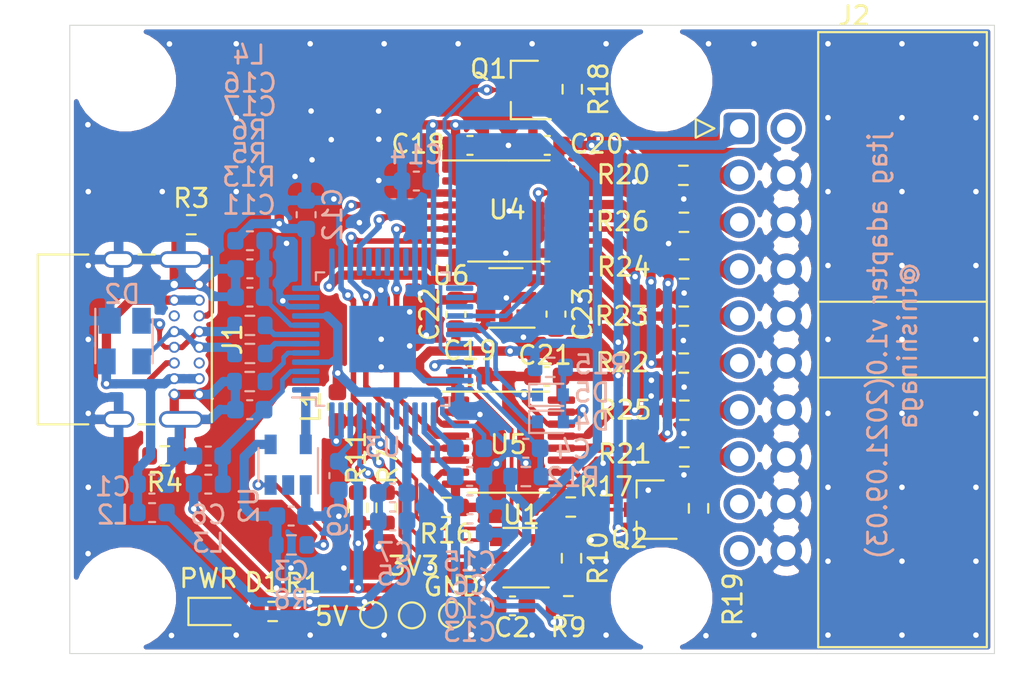
<source format=kicad_pcb>
(kicad_pcb (version 20171130) (host pcbnew "(5.1.10-1-10_14)")
  (layers (0 F.Cu signal) (31 B.Cu signal) (34 B.Paste user) (35 F.Paste user) (36 B.SilkS user) (37 F.SilkS user) (38 B.Mask user) (39 F.Mask user) (44 Edge.Cuts user))
  (net 0 "")
  (net 1 GND)
  (net 2 +3V3)
  (net 3 +5V)
  (net 4 +1V8)
  (net 5 "Net-(J1-PadB5)")
  (net 6 "Net-(J1-PadA5)")
  (net 7 GNDA)
  (net 8 "Net-(D1-Pad2)")
  (net 9 /ft232hl/VPHY)
  (net 10 /ft232hl/VCCA)
  (net 11 /ft232hl/VPLL)
  (net 12 /ft232hl/USB_D-)
  (net 13 /ft232hl/USB_D+)
  (net 14 /ft232hl/JTAG_nSRST)
  (net 15 /ft232hl/JTAG_TDO)
  (net 16 /ft232hl/JTAG_RTCK)
  (net 17 /ft232hl/JTAG_TCK)
  (net 18 /ft232hl/JTAG_TMS)
  (net 19 /ft232hl/JTAG_TDI)
  (net 20 /ft232hl/JTAG_nTRST)
  (net 21 /ft232hl/EEPROM_CS)
  (net 22 /ft232hl/EEPROM_DATA)
  (net 23 /ft232hl/EEPROM_CLK)
  (net 24 "Net-(R8-Pad1)")
  (net 25 /jtag/VTREF)
  (net 26 /jtag/~SRST)
  (net 27 /jtag/RTCK)
  (net 28 /jtag/TDI)
  (net 29 /jtag/~TRST)
  (net 30 "Net-(R10-Pad2)")
  (net 31 /usb/D-)
  (net 32 /usb/D+)
  (net 33 "Net-(D4-Pad2)")
  (net 34 /ft232hl/SWDIO_OE)
  (net 35 /ft232hl/SWD_EN)
  (net 36 "Net-(R13-Pad1)")
  (net 37 "Net-(R16-Pad2)")
  (net 38 "Net-(R17-Pad1)")
  (net 39 /jtag/TCK_SWDCLK)
  (net 40 /jtag/TMS_SWDIO)
  (net 41 /jtag/TDO_SWO)
  (net 42 /ft232hl/XCSI)
  (net 43 /ft232hl/JTAG_EN)
  (net 44 /jtag/CONN_~SRST)
  (net 45 /jtag/CONN_TDO)
  (net 46 /jtag/CONN_RTCK)
  (net 47 /jtag/CONN_TCK)
  (net 48 /jtag/CONN_TMS)
  (net 49 /jtag/CONN_TDI)
  (net 50 /jtag/CONN_~TRST)
  (net 51 /usb/VBUS)
  (net 52 /ft232hl/~RESET)
  (module Diode_SMD:D_SOD-523 (layer B.Cu) (at 75.99 121.46)
    (fp_text reference D4 (at 2.242 -0.048) (layer B.SilkS) (effects (justify mirror)))
    (fp_text value CDSU101A)
    (pad 1 smd rect (at -0.7 0 180) (size 0.6 0.7) (layers B.Cu B.Paste B.Mask) (net 34 /ft232hl/SWDIO_OE))
    (pad 2 smd rect (at 0.7 0 180) (size 0.6 0.7) (layers B.Cu B.Paste B.Mask) (net 33 "Net-(D4-Pad2)"))
  )
  (module Capacitor_SMD:C_0603_1608Metric (layer B.Cu) (at 68.74 108.43 180)
    (fp_text reference C14 (at 0 1.43) (layer B.SilkS) (effects (justify mirror)))
    (fp_text value 0.1uF)
    (pad 2 smd roundrect (at 0.775 0 180) (size 0.9 0.95) (layers B.Cu B.Paste B.Mask) (net 1 GND))
    (pad 1 smd roundrect (at -0.775 0 180) (size 0.9 0.95) (layers B.Cu B.Paste B.Mask) (net 2 +3V3))
  )
  (module Inductor_SMD:L_0603_1608Metric (layer F.Cu) (at 64.47 120.64 90)
    (fp_text reference L1 (at 0 -1.43 90) (layer F.SilkS))
    (fp_text value 600R/0.5A)
    (pad 2 smd roundrect (at 0.7875 0 90) (size 0.875 0.95) (layers F.Cu F.Paste F.Mask) (net 7 GNDA))
    (pad 1 smd roundrect (at -0.7875 0 90) (size 0.875 0.95) (layers F.Cu F.Paste F.Mask) (net 1 GND))
  )
  (module Package_QFP:LQFP-48-1EP_7x7mm_P0.5mm_EP3.6x3.6mm (layer B.Cu) (at 66.92 116.98)
    (fp_text reference U3 (at 0 5.85) (layer B.SilkS) (effects (justify mirror)))
    (fp_text value FT232HL)
    (pad 49 smd rect (at 0 0) (size 3.6 3.6) (layers B.Cu B.Mask) (net 1 GND))
    (pad 48 smd roundrect (at -2.75 4.1625) (size 0.3 1.475) (layers B.Cu B.Paste B.Mask) (net 1 GND))
    (pad 47 smd roundrect (at -2.25 4.1625) (size 0.3 1.475) (layers B.Cu B.Paste B.Mask) (net 1 GND))
    (pad 46 smd roundrect (at -1.75 4.1625) (size 0.3 1.475) (layers B.Cu B.Paste B.Mask) (net 2 +3V3))
    (pad 45 smd roundrect (at -1.25 4.1625) (size 0.3 1.475) (layers B.Cu B.Paste B.Mask) (net 21 /ft232hl/EEPROM_CS))
    (pad 44 smd roundrect (at -0.75 4.1625) (size 0.3 1.475) (layers B.Cu B.Paste B.Mask) (net 23 /ft232hl/EEPROM_CLK))
    (pad 43 smd roundrect (at -0.25 4.1625) (size 0.3 1.475) (layers B.Cu B.Paste B.Mask) (net 22 /ft232hl/EEPROM_DATA))
    (pad 42 smd roundrect (at 0.25 4.1625) (size 0.3 1.475) (layers B.Cu B.Paste B.Mask) (net 1 GND))
    (pad 41 smd roundrect (at 0.75 4.1625) (size 0.3 1.475) (layers B.Cu B.Paste B.Mask) (net 7 GNDA))
    (pad 40 smd roundrect (at 1.25 4.1625) (size 0.3 1.475) (layers B.Cu B.Paste B.Mask) (net 3 +5V))
    (pad 39 smd roundrect (at 1.75 4.1625) (size 0.3 1.475) (layers B.Cu B.Paste B.Mask) (net 2 +3V3))
    (pad 38 smd roundrect (at 2.25 4.1625) (size 0.3 1.475) (layers B.Cu B.Paste B.Mask) (net 4 +1V8))
    (pad 37 smd roundrect (at 2.75 4.1625) (size 0.3 1.475) (layers B.Cu B.Paste B.Mask) (net 10 /ft232hl/VCCA))
    (pad 36 smd roundrect (at 4.1625 2.75) (size 1.475 0.3) (layers B.Cu B.Paste B.Mask) (net 1 GND))
    (pad 35 smd roundrect (at 4.1625 2.25) (size 1.475 0.3) (layers B.Cu B.Paste B.Mask) (net 1 GND))
    (pad 34 smd roundrect (at 4.1625 1.75) (size 1.475 0.3) (layers B.Cu B.Paste B.Mask) (net 52 /ft232hl/~RESET))
    (pad 33 smd roundrect (at 4.1625 1.25) (size 1.475 0.3) (layers B.Cu B.Paste B.Mask) (net 14 /ft232hl/JTAG_nSRST))
    (pad 32 smd roundrect (at 4.1625 0.75) (size 1.475 0.3) (layers B.Cu B.Paste B.Mask) (net 20 /ft232hl/JTAG_nTRST))
    (pad 31 smd roundrect (at 4.1625 0.25) (size 1.475 0.3) (layers B.Cu B.Paste B.Mask))
    (pad 30 smd roundrect (at 4.1625 -0.25) (size 1.475 0.3) (layers B.Cu B.Paste B.Mask) (net 34 /ft232hl/SWDIO_OE))
    (pad 29 smd roundrect (at 4.1625 -0.75) (size 1.475 0.3) (layers B.Cu B.Paste B.Mask) (net 35 /ft232hl/SWD_EN))
    (pad 28 smd roundrect (at 4.1625 -1.25) (size 1.475 0.3) (layers B.Cu B.Paste B.Mask) (net 43 /ft232hl/JTAG_EN))
    (pad 27 smd roundrect (at 4.1625 -1.75) (size 1.475 0.3) (layers B.Cu B.Paste B.Mask))
    (pad 26 smd roundrect (at 4.1625 -2.25) (size 1.475 0.3) (layers B.Cu B.Paste B.Mask))
    (pad 25 smd roundrect (at 4.1625 -2.75) (size 1.475 0.3) (layers B.Cu B.Paste B.Mask))
    (pad 24 smd roundrect (at 2.75 -4.1625) (size 0.3 1.475) (layers B.Cu B.Paste B.Mask) (net 2 +3V3))
    (pad 23 smd roundrect (at 2.25 -4.1625) (size 0.3 1.475) (layers B.Cu B.Paste B.Mask) (net 1 GND))
    (pad 22 smd roundrect (at 1.75 -4.1625) (size 0.3 1.475) (layers B.Cu B.Paste B.Mask) (net 1 GND))
    (pad 21 smd roundrect (at 1.25 -4.1625) (size 0.3 1.475) (layers B.Cu B.Paste B.Mask))
    (pad 20 smd roundrect (at 0.75 -4.1625) (size 0.3 1.475) (layers B.Cu B.Paste B.Mask) (net 16 /ft232hl/JTAG_RTCK))
    (pad 19 smd roundrect (at 0.25 -4.1625) (size 0.3 1.475) (layers B.Cu B.Paste B.Mask))
    (pad 18 smd roundrect (at -0.25 -4.1625) (size 0.3 1.475) (layers B.Cu B.Paste B.Mask))
    (pad 17 smd roundrect (at -0.75 -4.1625) (size 0.3 1.475) (layers B.Cu B.Paste B.Mask))
    (pad 16 smd roundrect (at -1.25 -4.1625) (size 0.3 1.475) (layers B.Cu B.Paste B.Mask) (net 18 /ft232hl/JTAG_TMS))
    (pad 15 smd roundrect (at -1.75 -4.1625) (size 0.3 1.475) (layers B.Cu B.Paste B.Mask) (net 15 /ft232hl/JTAG_TDO))
    (pad 14 smd roundrect (at -2.25 -4.1625) (size 0.3 1.475) (layers B.Cu B.Paste B.Mask) (net 19 /ft232hl/JTAG_TDI))
    (pad 13 smd roundrect (at -2.75 -4.1625) (size 0.3 1.475) (layers B.Cu B.Paste B.Mask) (net 17 /ft232hl/JTAG_TCK))
    (pad 12 smd roundrect (at -4.1625 -2.75) (size 1.475 0.3) (layers B.Cu B.Paste B.Mask) (net 2 +3V3))
    (pad 11 smd roundrect (at -4.1625 -2.25) (size 1.475 0.3) (layers B.Cu B.Paste B.Mask) (net 1 GND))
    (pad 10 smd roundrect (at -4.1625 -1.75) (size 1.475 0.3) (layers B.Cu B.Paste B.Mask) (net 1 GND))
    (pad 9 smd roundrect (at -4.1625 -1.25) (size 1.475 0.3) (layers B.Cu B.Paste B.Mask) (net 7 GNDA))
    (pad 8 smd roundrect (at -4.1625 -0.75) (size 1.475 0.3) (layers B.Cu B.Paste B.Mask) (net 11 /ft232hl/VPLL))
    (pad 7 smd roundrect (at -4.1625 -0.25) (size 1.475 0.3) (layers B.Cu B.Paste B.Mask) (net 13 /ft232hl/USB_D+))
    (pad 6 smd roundrect (at -4.1625 0.25) (size 1.475 0.3) (layers B.Cu B.Paste B.Mask) (net 12 /ft232hl/USB_D-))
    (pad 5 smd roundrect (at -4.1625 0.75) (size 1.475 0.3) (layers B.Cu B.Paste B.Mask) (net 36 "Net-(R13-Pad1)"))
    (pad 4 smd roundrect (at -4.1625 1.25) (size 1.475 0.3) (layers B.Cu B.Paste B.Mask) (net 7 GNDA))
    (pad 3 smd roundrect (at -4.1625 1.75) (size 1.475 0.3) (layers B.Cu B.Paste B.Mask) (net 9 /ft232hl/VPHY))
    (pad 2 smd roundrect (at -4.1625 2.25) (size 1.475 0.3) (layers B.Cu B.Paste B.Mask))
    (pad 1 smd roundrect (at -4.1625 2.75) (size 1.475 0.3) (layers B.Cu B.Paste B.Mask) (net 42 /ft232hl/XCSI))
  )
  (module Connector_USB:USB_C_Receptacle_GCT_USB4085 (layer F.Cu) (at 57 114.025 270)
    (fp_text reference J1 (at 2.975 -1.8 270) (layer F.SilkS))
    (fp_text value USB_C_Receptacle_USB2.0)
    (pad S1 thru_hole oval (at 7.3 4.36 270) (size 0.9 1.7) (drill oval 0.6 1.4) (layers *.Cu *.Mask) (net 1 GND))
    (pad S1 thru_hole oval (at -1.35 4.36 270) (size 0.9 1.7) (drill oval 0.6 1.4) (layers *.Cu *.Mask) (net 1 GND))
    (pad S1 thru_hole oval (at 7.3 0.98 270) (size 0.9 2.4) (drill oval 0.6 2.1) (layers *.Cu *.Mask) (net 1 GND))
    (pad S1 thru_hole oval (at -1.35 0.98 270) (size 0.9 2.4) (drill oval 0.6 2.1) (layers *.Cu *.Mask) (net 1 GND))
    (pad B6 thru_hole circle (at 3.4 1.35 270) (size 0.6 0.6) (drill 0.4) (layers *.Cu *.Mask) (net 32 /usb/D+))
    (pad B1 thru_hole circle (at 5.95 1.35 270) (size 0.6 0.6) (drill 0.4) (layers *.Cu *.Mask) (net 1 GND))
    (pad B4 thru_hole circle (at 5.1 1.35 270) (size 0.6 0.6) (drill 0.4) (layers *.Cu *.Mask) (net 51 /usb/VBUS))
    (pad B5 thru_hole circle (at 4.25 1.35 270) (size 0.6 0.6) (drill 0.4) (layers *.Cu *.Mask) (net 5 "Net-(J1-PadB5)"))
    (pad B12 thru_hole circle (at 0 1.35 270) (size 0.6 0.6) (drill 0.4) (layers *.Cu *.Mask) (net 1 GND))
    (pad B8 thru_hole circle (at 1.7 1.35 270) (size 0.6 0.6) (drill 0.4) (layers *.Cu *.Mask))
    (pad B7 thru_hole circle (at 2.55 1.35 270) (size 0.6 0.6) (drill 0.4) (layers *.Cu *.Mask) (net 31 /usb/D-))
    (pad B9 thru_hole circle (at 0.85 1.35 270) (size 0.6 0.6) (drill 0.4) (layers *.Cu *.Mask) (net 51 /usb/VBUS))
    (pad A12 thru_hole circle (at 5.95 0 270) (size 0.6 0.6) (drill 0.4) (layers *.Cu *.Mask) (net 1 GND))
    (pad A9 thru_hole circle (at 5.1 0 270) (size 0.6 0.6) (drill 0.4) (layers *.Cu *.Mask) (net 51 /usb/VBUS))
    (pad A8 thru_hole circle (at 4.25 0 270) (size 0.6 0.6) (drill 0.4) (layers *.Cu *.Mask))
    (pad A7 thru_hole circle (at 3.4 0 270) (size 0.6 0.6) (drill 0.4) (layers *.Cu *.Mask) (net 31 /usb/D-))
    (pad A6 thru_hole circle (at 2.55 0 270) (size 0.6 0.6) (drill 0.4) (layers *.Cu *.Mask) (net 32 /usb/D+))
    (pad A5 thru_hole circle (at 1.7 0 270) (size 0.6 0.6) (drill 0.4) (layers *.Cu *.Mask) (net 6 "Net-(J1-PadA5)"))
    (pad A4 thru_hole circle (at 0.85 0 270) (size 0.6 0.6) (drill 0.4) (layers *.Cu *.Mask) (net 51 /usb/VBUS))
    (pad A1 thru_hole circle (at 0 0 270) (size 0.6 0.6) (drill 0.4) (layers *.Cu *.Mask) (net 1 GND))
  )
  (module Diode_SMD:D_SOD-523 (layer B.Cu) (at 75.99 120)
    (fp_text reference D5 (at 2.242 -0.112 180) (layer B.SilkS) (effects (justify mirror)))
    (fp_text value CDSU101A)
    (pad 1 smd rect (at -0.7 0 180) (size 0.6 0.7) (layers B.Cu B.Paste B.Mask) (net 35 /ft232hl/SWD_EN))
    (pad 2 smd rect (at 0.7 0 180) (size 0.6 0.7) (layers B.Cu B.Paste B.Mask) (net 33 "Net-(D4-Pad2)"))
  )
  (module Package_TO_SOT_SMD:SOT-23-6 (layer F.Cu) (at 73.584 114.752 180)
    (fp_text reference U6 (at 2.972 1.214) (layer F.SilkS))
    (fp_text value SN74AXCH1T45)
    (pad 5 smd rect (at 1.1 0 180) (size 1.06 0.65) (layers F.Cu F.Paste F.Mask) (net 1 GND))
    (pad 6 smd rect (at 1.1 -0.95 180) (size 1.06 0.65) (layers F.Cu F.Paste F.Mask) (net 2 +3V3))
    (pad 4 smd rect (at 1.1 0.95 180) (size 1.06 0.65) (layers F.Cu F.Paste F.Mask) (net 17 /ft232hl/JTAG_TCK))
    (pad 3 smd rect (at -1.1 0.95 180) (size 1.06 0.65) (layers F.Cu F.Paste F.Mask) (net 39 /jtag/TCK_SWDCLK))
    (pad 2 smd rect (at -1.1 0 180) (size 1.06 0.65) (layers F.Cu F.Paste F.Mask) (net 1 GND))
    (pad 1 smd rect (at -1.1 -0.95 180) (size 1.06 0.65) (layers F.Cu F.Paste F.Mask) (net 25 /jtag/VTREF))
  )
  (module Package_SO:TSSOP-16_4.4x5mm_P0.65mm (layer F.Cu) (at 73.72 122.56)
    (fp_text reference U5 (at 0 0.122) (layer F.SilkS))
    (fp_text value SN74AXCH4T245PW)
    (pad 16 smd roundrect (at 2.8625 -2.275) (size 1.475 0.4) (layers F.Cu F.Paste F.Mask) (net 25 /jtag/VTREF))
    (pad 15 smd roundrect (at 2.8625 -1.625) (size 1.475 0.4) (layers F.Cu F.Paste F.Mask) (net 33 "Net-(D4-Pad2)"))
    (pad 14 smd roundrect (at 2.8625 -0.975) (size 1.475 0.4) (layers F.Cu F.Paste F.Mask) (net 35 /ft232hl/SWD_EN))
    (pad 13 smd roundrect (at 2.8625 -0.325) (size 1.475 0.4) (layers F.Cu F.Paste F.Mask) (net 41 /jtag/TDO_SWO))
    (pad 12 smd roundrect (at 2.8625 0.325) (size 1.475 0.4) (layers F.Cu F.Paste F.Mask) (net 40 /jtag/TMS_SWDIO))
    (pad 11 smd roundrect (at 2.8625 0.975) (size 1.475 0.4) (layers F.Cu F.Paste F.Mask) (net 40 /jtag/TMS_SWDIO))
    (pad 10 smd roundrect (at 2.8625 1.625) (size 1.475 0.4) (layers F.Cu F.Paste F.Mask) (net 38 "Net-(R17-Pad1)"))
    (pad 9 smd roundrect (at 2.8625 2.275) (size 1.475 0.4) (layers F.Cu F.Paste F.Mask) (net 1 GND))
    (pad 8 smd roundrect (at -2.8625 2.275) (size 1.475 0.4) (layers F.Cu F.Paste F.Mask) (net 1 GND))
    (pad 7 smd roundrect (at -2.8625 1.625) (size 1.475 0.4) (layers F.Cu F.Paste F.Mask) (net 37 "Net-(R16-Pad2)"))
    (pad 6 smd roundrect (at -2.8625 0.975) (size 1.475 0.4) (layers F.Cu F.Paste F.Mask) (net 19 /ft232hl/JTAG_TDI))
    (pad 5 smd roundrect (at -2.8625 0.325) (size 1.475 0.4) (layers F.Cu F.Paste F.Mask) (net 15 /ft232hl/JTAG_TDO))
    (pad 4 smd roundrect (at -2.8625 -0.325) (size 1.475 0.4) (layers F.Cu F.Paste F.Mask) (net 16 /ft232hl/JTAG_RTCK))
    (pad 3 smd roundrect (at -2.8625 -0.975) (size 1.475 0.4) (layers F.Cu F.Paste F.Mask) (net 2 +3V3))
    (pad 2 smd roundrect (at -2.8625 -1.625) (size 1.475 0.4) (layers F.Cu F.Paste F.Mask) (net 1 GND))
    (pad 1 smd roundrect (at -2.8625 -2.275) (size 1.475 0.4) (layers F.Cu F.Paste F.Mask) (net 2 +3V3))
  )
  (module Package_SO:TSSOP-16_4.4x5mm_P0.65mm (layer F.Cu) (at 73.74 110.05)
    (fp_text reference U4 (at -0.08 -0.068) (layer F.SilkS))
    (fp_text value SN74AXCH4T245PW)
    (pad 16 smd roundrect (at 2.8625 -2.275) (size 1.475 0.4) (layers F.Cu F.Paste F.Mask) (net 25 /jtag/VTREF))
    (pad 15 smd roundrect (at 2.8625 -1.625) (size 1.475 0.4) (layers F.Cu F.Paste F.Mask) (net 43 /ft232hl/JTAG_EN))
    (pad 14 smd roundrect (at 2.8625 -0.975) (size 1.475 0.4) (layers F.Cu F.Paste F.Mask) (net 43 /ft232hl/JTAG_EN))
    (pad 13 smd roundrect (at 2.8625 -0.325) (size 1.475 0.4) (layers F.Cu F.Paste F.Mask) (net 28 /jtag/TDI))
    (pad 12 smd roundrect (at 2.8625 0.325) (size 1.475 0.4) (layers F.Cu F.Paste F.Mask) (net 40 /jtag/TMS_SWDIO))
    (pad 11 smd roundrect (at 2.8625 0.975) (size 1.475 0.4) (layers F.Cu F.Paste F.Mask) (net 27 /jtag/RTCK))
    (pad 10 smd roundrect (at 2.8625 1.625) (size 1.475 0.4) (layers F.Cu F.Paste F.Mask) (net 41 /jtag/TDO_SWO))
    (pad 9 smd roundrect (at 2.8625 2.275) (size 1.475 0.4) (layers F.Cu F.Paste F.Mask) (net 1 GND))
    (pad 8 smd roundrect (at -2.8625 2.275) (size 1.475 0.4) (layers F.Cu F.Paste F.Mask) (net 1 GND))
    (pad 7 smd roundrect (at -2.8625 1.625) (size 1.475 0.4) (layers F.Cu F.Paste F.Mask) (net 15 /ft232hl/JTAG_TDO))
    (pad 6 smd roundrect (at -2.8625 0.975) (size 1.475 0.4) (layers F.Cu F.Paste F.Mask) (net 16 /ft232hl/JTAG_RTCK))
    (pad 5 smd roundrect (at -2.8625 0.325) (size 1.475 0.4) (layers F.Cu F.Paste F.Mask) (net 18 /ft232hl/JTAG_TMS))
    (pad 4 smd roundrect (at -2.8625 -0.325) (size 1.475 0.4) (layers F.Cu F.Paste F.Mask) (net 19 /ft232hl/JTAG_TDI))
    (pad 3 smd roundrect (at -2.8625 -0.975) (size 1.475 0.4) (layers F.Cu F.Paste F.Mask) (net 1 GND))
    (pad 2 smd roundrect (at -2.8625 -1.625) (size 1.475 0.4) (layers F.Cu F.Paste F.Mask) (net 2 +3V3))
    (pad 1 smd roundrect (at -2.8625 -2.275) (size 1.475 0.4) (layers F.Cu F.Paste F.Mask) (net 2 +3V3))
  )
  (module Package_TO_SOT_SMD:SOT-23-5 (layer B.Cu) (at 61.81 123.78 90)
    (fp_text reference U2 (at -2.204 -2.12 270) (layer B.SilkS) (effects (justify mirror)))
    (fp_text value SIT2001B)
    (pad 5 smd rect (at 1.1 0.95 90) (size 1.06 0.65) (layers B.Cu B.Paste B.Mask) (net 42 /ft232hl/XCSI))
    (pad 4 smd rect (at 1.1 -0.95 90) (size 1.06 0.65) (layers B.Cu B.Paste B.Mask) (net 2 +3V3))
    (pad 3 smd rect (at -1.1 -0.95 90) (size 1.06 0.65) (layers B.Cu B.Paste B.Mask) (net 24 "Net-(R8-Pad1)"))
    (pad 2 smd rect (at -1.1 0 90) (size 1.06 0.65) (layers B.Cu B.Paste B.Mask))
    (pad 1 smd rect (at -1.1 0.95 90) (size 1.06 0.65) (layers B.Cu B.Paste B.Mask) (net 1 GND))
  )
  (module TestPoint:TestPoint_Pad_D1.0mm (layer F.Cu) (at 68.5 131.93)
    (fp_text reference 3V3 (at 0.1 -2.67) (layer F.SilkS))
    (fp_text value +3.3V)
    (pad 1 smd circle (at 0 0) (size 1 1) (layers F.Cu F.Mask) (net 2 +3V3))
  )
  (module TestPoint:TestPoint_Pad_D1.0mm (layer F.Cu) (at 66.4 131.91)
    (fp_text reference 5V (at -2.23 0.07) (layer F.SilkS))
    (fp_text value +5V)
    (pad 1 smd circle (at 0 0) (size 1 1) (layers F.Cu F.Mask) (net 3 +5V))
  )
  (module TestPoint:TestPoint_Pad_D1.0mm (layer F.Cu) (at 70.67 131.91)
    (fp_text reference GND (at -0.01 -1.53) (layer F.SilkS))
    (fp_text value GND)
    (pad 1 smd circle (at 0 0) (size 1 1) (layers F.Cu F.Mask) (net 1 GND))
  )
  (module Resistor_SMD:R_0603_1608Metric (layer F.Cu) (at 83.21 110.66)
    (fp_text reference R26 (at -3.32 -0.04) (layer F.SilkS))
    (fp_text value 0)
    (pad 2 smd roundrect (at 0.825 0) (size 0.8 0.95) (layers F.Cu F.Paste F.Mask) (net 49 /jtag/CONN_TDI))
    (pad 1 smd roundrect (at -0.825 0) (size 0.8 0.95) (layers F.Cu F.Paste F.Mask) (net 28 /jtag/TDI))
  )
  (module Resistor_SMD:R_0603_1608Metric (layer F.Cu) (at 83.23 120.83)
    (fp_text reference R25 (at -3.22 -0.01) (layer F.SilkS))
    (fp_text value 0)
    (pad 2 smd roundrect (at 0.825 0) (size 0.8 0.95) (layers F.Cu F.Paste F.Mask) (net 45 /jtag/CONN_TDO))
    (pad 1 smd roundrect (at -0.825 0) (size 0.8 0.95) (layers F.Cu F.Paste F.Mask) (net 41 /jtag/TDO_SWO))
  )
  (module Resistor_SMD:R_0603_1608Metric (layer F.Cu) (at 83.22 113.19)
    (fp_text reference R24 (at -3.26 -0.11) (layer F.SilkS))
    (fp_text value 0)
    (pad 2 smd roundrect (at 0.825 0) (size 0.8 0.95) (layers F.Cu F.Paste F.Mask) (net 48 /jtag/CONN_TMS))
    (pad 1 smd roundrect (at -0.825 0) (size 0.8 0.95) (layers F.Cu F.Paste F.Mask) (net 40 /jtag/TMS_SWDIO))
  )
  (module Resistor_SMD:R_0603_1608Metric (layer F.Cu) (at 83.2 115.74)
    (fp_text reference R23 (at -3.36 0) (layer F.SilkS))
    (fp_text value 0)
    (pad 2 smd roundrect (at 0.825 0) (size 0.8 0.95) (layers F.Cu F.Paste F.Mask) (net 47 /jtag/CONN_TCK))
    (pad 1 smd roundrect (at -0.825 0) (size 0.8 0.95) (layers F.Cu F.Paste F.Mask) (net 39 /jtag/TCK_SWDCLK))
  )
  (module Resistor_SMD:R_0603_1608Metric (layer F.Cu) (at 83.2 118.28)
    (fp_text reference R22 (at -3.32 -0.03) (layer F.SilkS))
    (fp_text value 0)
    (pad 2 smd roundrect (at 0.825 0) (size 0.8 0.95) (layers F.Cu F.Paste F.Mask) (net 46 /jtag/CONN_RTCK))
    (pad 1 smd roundrect (at -0.825 0) (size 0.8 0.95) (layers F.Cu F.Paste F.Mask) (net 27 /jtag/RTCK))
  )
  (module Resistor_SMD:R_0603_1608Metric (layer F.Cu) (at 83.23 123.36)
    (fp_text reference R21 (at -3.22 -0.17) (layer F.SilkS))
    (fp_text value 0)
    (pad 2 smd roundrect (at 0.825 0) (size 0.8 0.95) (layers F.Cu F.Paste F.Mask) (net 44 /jtag/CONN_~SRST))
    (pad 1 smd roundrect (at -0.825 0) (size 0.8 0.95) (layers F.Cu F.Paste F.Mask) (net 26 /jtag/~SRST))
  )
  (module Resistor_SMD:R_0603_1608Metric (layer F.Cu) (at 83.18 108.12)
    (fp_text reference R20 (at -3.24 -0.04) (layer F.SilkS))
    (fp_text value 0)
    (pad 2 smd roundrect (at 0.825 0) (size 0.8 0.95) (layers F.Cu F.Paste F.Mask) (net 50 /jtag/CONN_~TRST))
    (pad 1 smd roundrect (at -0.825 0) (size 0.8 0.95) (layers F.Cu F.Paste F.Mask) (net 29 /jtag/~TRST))
  )
  (module Resistor_SMD:R_0603_1608Metric (layer F.Cu) (at 84 126.14 270)
    (fp_text reference R19 (at 4.924 -1.852 90) (layer F.SilkS))
    (fp_text value 10k)
    (pad 2 smd roundrect (at 0.825 0 270) (size 0.8 0.95) (layers F.Cu F.Paste F.Mask) (net 25 /jtag/VTREF))
    (pad 1 smd roundrect (at -0.825 0 270) (size 0.8 0.95) (layers F.Cu F.Paste F.Mask) (net 26 /jtag/~SRST))
  )
  (module Resistor_SMD:R_0603_1608Metric (layer F.Cu) (at 77.17 103.46 270)
    (fp_text reference R18 (at 0 -1.43 90) (layer F.SilkS))
    (fp_text value 10k)
    (pad 2 smd roundrect (at 0.825 0 270) (size 0.8 0.95) (layers F.Cu F.Paste F.Mask) (net 25 /jtag/VTREF))
    (pad 1 smd roundrect (at -0.825 0 270) (size 0.8 0.95) (layers F.Cu F.Paste F.Mask) (net 29 /jtag/~TRST))
  )
  (module Resistor_SMD:R_0603_1608Metric (layer F.Cu) (at 77.09 126.07 180)
    (fp_text reference R17 (at -1.904 1.102) (layer F.SilkS))
    (fp_text value 10k)
    (pad 2 smd roundrect (at 0.825 0 180) (size 0.8 0.95) (layers F.Cu F.Paste F.Mask) (net 1 GND))
    (pad 1 smd roundrect (at -0.825 0 180) (size 0.8 0.95) (layers F.Cu F.Paste F.Mask) (net 38 "Net-(R17-Pad1)"))
  )
  (module Resistor_SMD:R_0603_1608Metric (layer F.Cu) (at 70.36 126.09 180)
    (fp_text reference R16 (at 0 -1.43) (layer F.SilkS))
    (fp_text value 10k)
    (pad 2 smd roundrect (at 0.825 0 180) (size 0.8 0.95) (layers F.Cu F.Paste F.Mask) (net 37 "Net-(R16-Pad2)"))
    (pad 1 smd roundrect (at -0.825 0 180) (size 0.8 0.95) (layers F.Cu F.Paste F.Mask) (net 1 GND))
  )
  (module Resistor_SMD:R_0603_1608Metric (layer B.Cu) (at 75.98 118.51 180)
    (fp_text reference R15 (at -2.76 0.146) (layer B.SilkS) (effects (justify mirror)))
    (fp_text value 10k)
    (pad 2 smd roundrect (at 0.825 0 180) (size 0.8 0.95) (layers B.Cu B.Paste B.Mask) (net 2 +3V3))
    (pad 1 smd roundrect (at -0.825 0 180) (size 0.8 0.95) (layers B.Cu B.Paste B.Mask) (net 33 "Net-(D4-Pad2)"))
  )
  (module Resistor_SMD:R_0603_1608Metric (layer B.Cu) (at 59.73 119.28 180)
    (fp_text reference R13 (at 0.04 11.076) (layer B.SilkS) (effects (justify mirror)))
    (fp_text value 12k/1%)
    (pad 2 smd roundrect (at 0.825 0 180) (size 0.8 0.95) (layers B.Cu B.Paste B.Mask) (net 1 GND))
    (pad 1 smd roundrect (at -0.825 0 180) (size 0.8 0.95) (layers B.Cu B.Paste B.Mask) (net 36 "Net-(R13-Pad1)"))
  )
  (module Resistor_SMD:R_0603_1608Metric (layer B.Cu) (at 74.66 124.42 180)
    (fp_text reference R12 (at -2.556 -0.04) (layer B.SilkS) (effects (justify mirror)))
    (fp_text value 100k)
    (pad 2 smd roundrect (at 0.825 0 180) (size 0.8 0.95) (layers B.Cu B.Paste B.Mask) (net 2 +3V3))
    (pad 1 smd roundrect (at -0.825 0 180) (size 0.8 0.95) (layers B.Cu B.Paste B.Mask) (net 52 /ft232hl/~RESET))
  )
  (module Package_TO_SOT_SMD:SOT-23 (layer F.Cu) (at 81.41 126.21 180)
    (fp_text reference Q2 (at 1.146 -1.552) (layer F.SilkS))
    (fp_text value BSS138)
    (pad 3 smd rect (at 1 0 180) (size 0.9 0.8) (layers F.Cu F.Paste F.Mask) (net 14 /ft232hl/JTAG_nSRST))
    (pad 2 smd rect (at -1 0.95 180) (size 0.9 0.8) (layers F.Cu F.Paste F.Mask) (net 26 /jtag/~SRST))
    (pad 1 smd rect (at -1 -0.95 180) (size 0.9 0.8) (layers F.Cu F.Paste F.Mask) (net 25 /jtag/VTREF))
  )
  (module Package_TO_SOT_SMD:SOT-23 (layer F.Cu) (at 74.61 103.5 180)
    (fp_text reference Q1 (at 1.966 1.138) (layer F.SilkS))
    (fp_text value BSS138)
    (pad 3 smd rect (at 1 0 180) (size 0.9 0.8) (layers F.Cu F.Paste F.Mask) (net 20 /ft232hl/JTAG_nTRST))
    (pad 2 smd rect (at -1 0.95 180) (size 0.9 0.8) (layers F.Cu F.Paste F.Mask) (net 29 /jtag/~TRST))
    (pad 1 smd rect (at -1 -0.95 180) (size 0.9 0.8) (layers F.Cu F.Paste F.Mask) (net 25 /jtag/VTREF))
  )
  (module Inductor_SMD:L_0603_1608Metric (layer B.Cu) (at 59.74 111.66 180)
    (fp_text reference L4 (at 0.05 10.06) (layer B.SilkS) (effects (justify mirror)))
    (fp_text value 600R/0.5A)
    (pad 2 smd roundrect (at 0.7875 0 180) (size 0.875 0.95) (layers B.Cu B.Paste B.Mask) (net 2 +3V3))
    (pad 1 smd roundrect (at -0.7875 0 180) (size 0.875 0.95) (layers B.Cu B.Paste B.Mask) (net 11 /ft232hl/VPLL))
  )
  (module Package_TO_SOT_SMD:SOT-23-6 (layer F.Cu) (at 74.35 128.81 180)
    (fp_text reference U1 (at -0.072 2.318) (layer F.SilkS))
    (fp_text value N.F./93AA56BT-I/OT)
    (pad 5 smd rect (at 1.1 0 180) (size 1.06 0.65) (layers F.Cu F.Paste F.Mask) (net 21 /ft232hl/EEPROM_CS))
    (pad 6 smd rect (at 1.1 -0.95 180) (size 1.06 0.65) (layers F.Cu F.Paste F.Mask) (net 2 +3V3))
    (pad 4 smd rect (at 1.1 0.95 180) (size 1.06 0.65) (layers F.Cu F.Paste F.Mask) (net 23 /ft232hl/EEPROM_CLK))
    (pad 3 smd rect (at -1.1 0.95 180) (size 1.06 0.65) (layers F.Cu F.Paste F.Mask) (net 22 /ft232hl/EEPROM_DATA))
    (pad 2 smd rect (at -1.1 0 180) (size 1.06 0.65) (layers F.Cu F.Paste F.Mask) (net 1 GND))
    (pad 1 smd rect (at -1.1 -0.95 180) (size 1.06 0.65) (layers F.Cu F.Paste F.Mask) (net 30 "Net-(R10-Pad2)"))
  )
  (module Resistor_SMD:R_0603_1608Metric (layer F.Cu) (at 65.57 126.11 270)
    (fp_text reference R11 (at -2.71 0.08 90) (layer F.SilkS))
    (fp_text value N.F./10k)
    (pad 2 smd roundrect (at 0.825 0 270) (size 0.8 0.95) (layers F.Cu F.Paste F.Mask) (net 2 +3V3))
    (pad 1 smd roundrect (at -0.825 0 270) (size 0.8 0.95) (layers F.Cu F.Paste F.Mask) (net 23 /ft232hl/EEPROM_CLK))
  )
  (module Resistor_SMD:R_0603_1608Metric (layer F.Cu) (at 77.13 128.84 270)
    (fp_text reference R10 (at 0 -1.43 90) (layer F.SilkS))
    (fp_text value N.F./2k)
    (pad 2 smd roundrect (at 0.825 0 270) (size 0.8 0.95) (layers F.Cu F.Paste F.Mask) (net 30 "Net-(R10-Pad2)"))
    (pad 1 smd roundrect (at -0.825 0 270) (size 0.8 0.95) (layers F.Cu F.Paste F.Mask) (net 22 /ft232hl/EEPROM_DATA))
  )
  (module Resistor_SMD:R_0603_1608Metric (layer F.Cu) (at 76.96 131.41 180)
    (fp_text reference R9 (at -0.002 -1.178) (layer F.SilkS))
    (fp_text value N.F./10k)
    (pad 2 smd roundrect (at 0.825 0 180) (size 0.8 0.95) (layers F.Cu F.Paste F.Mask) (net 2 +3V3))
    (pad 1 smd roundrect (at -0.825 0 180) (size 0.8 0.95) (layers F.Cu F.Paste F.Mask) (net 30 "Net-(R10-Pad2)"))
  )
  (module Resistor_SMD:R_0603_1608Metric (layer B.Cu) (at 61.99 128.12 180)
    (fp_text reference R8 (at 0.014 -2.944) (layer B.SilkS) (effects (justify mirror)))
    (fp_text value 10k)
    (pad 2 smd roundrect (at 0.825 0 180) (size 0.8 0.95) (layers B.Cu B.Paste B.Mask) (net 2 +3V3))
    (pad 1 smd roundrect (at -0.825 0 180) (size 0.8 0.95) (layers B.Cu B.Paste B.Mask) (net 24 "Net-(R8-Pad1)"))
  )
  (module Resistor_SMD:R_0603_1608Metric (layer F.Cu) (at 67.1 126.11 270)
    (fp_text reference R7 (at -2.24 -0.09 90) (layer F.SilkS))
    (fp_text value N.F./10k)
    (pad 2 smd roundrect (at 0.825 0 270) (size 0.8 0.95) (layers F.Cu F.Paste F.Mask) (net 2 +3V3))
    (pad 1 smd roundrect (at -0.825 0 270) (size 0.8 0.95) (layers F.Cu F.Paste F.Mask) (net 21 /ft232hl/EEPROM_CS))
  )
  (module Resistor_SMD:R_0603_1608Metric (layer B.Cu) (at 59.74 116.24 180)
    (fp_text reference R6 (at 0.05 10.576) (layer B.SilkS) (effects (justify mirror)))
    (fp_text value 0)
    (pad 2 smd roundrect (at 0.825 0 180) (size 0.8 0.95) (layers B.Cu B.Paste B.Mask) (net 32 /usb/D+))
    (pad 1 smd roundrect (at -0.825 0 180) (size 0.8 0.95) (layers B.Cu B.Paste B.Mask) (net 13 /ft232hl/USB_D+))
  )
  (module Resistor_SMD:R_0603_1608Metric (layer B.Cu) (at 59.74 117.76 180)
    (fp_text reference R5 (at 0.05 10.826) (layer B.SilkS) (effects (justify mirror)))
    (fp_text value 0)
    (pad 2 smd roundrect (at 0.825 0 180) (size 0.8 0.95) (layers B.Cu B.Paste B.Mask) (net 31 /usb/D-))
    (pad 1 smd roundrect (at -0.825 0 180) (size 0.8 0.95) (layers B.Cu B.Paste B.Mask) (net 12 /ft232hl/USB_D-))
  )
  (module Resistor_SMD:R_0603_1608Metric (layer F.Cu) (at 55.14 123.3 180)
    (fp_text reference R4 (at 0 -1.43) (layer F.SilkS))
    (fp_text value 5.1k)
    (pad 2 smd roundrect (at 0.825 0 180) (size 0.8 0.95) (layers F.Cu F.Paste F.Mask) (net 5 "Net-(J1-PadB5)"))
    (pad 1 smd roundrect (at -0.825 0 180) (size 0.8 0.95) (layers F.Cu F.Paste F.Mask) (net 1 GND))
  )
  (module Resistor_SMD:R_0603_1608Metric (layer F.Cu) (at 56.57 110.79)
    (fp_text reference R3 (at 0 -1.43) (layer F.SilkS))
    (fp_text value 5.1k)
    (pad 2 smd roundrect (at 0.825 0) (size 0.8 0.95) (layers F.Cu F.Paste F.Mask) (net 6 "Net-(J1-PadA5)"))
    (pad 1 smd roundrect (at -0.825 0) (size 0.8 0.95) (layers F.Cu F.Paste F.Mask) (net 1 GND))
  )
  (module Resistor_SMD:R_0603_1608Metric (layer F.Cu) (at 60.97 131.72)
    (fp_text reference R1 (at 1.65 -1.53) (layer F.SilkS))
    (fp_text value 1k)
    (pad 2 smd roundrect (at 0.825 0) (size 0.8 0.95) (layers F.Cu F.Paste F.Mask) (net 3 +5V))
    (pad 1 smd roundrect (at -0.825 0) (size 0.8 0.95) (layers F.Cu F.Paste F.Mask) (net 8 "Net-(D1-Pad2)"))
  )
  (module Inductor_SMD:L_0603_1608Metric (layer B.Cu) (at 57.49 124.83 180)
    (fp_text reference L3 (at 0 -3.186) (layer B.SilkS) (effects (justify mirror)))
    (fp_text value 600R/0.5A)
    (pad 2 smd roundrect (at 0.7875 0 180) (size 0.875 0.95) (layers B.Cu B.Paste B.Mask) (net 2 +3V3))
    (pad 1 smd roundrect (at -0.7875 0 180) (size 0.875 0.95) (layers B.Cu B.Paste B.Mask) (net 9 /ft232hl/VPHY))
  )
  (module Inductor_SMD:L_0603_1608Metric (layer B.Cu) (at 54.45 126.37 180)
    (fp_text reference L2 (at 2.126 -0.122) (layer B.SilkS) (effects (justify mirror)))
    (fp_text value 600R/0.5A)
    (pad 2 smd roundrect (at 0.7875 0 180) (size 0.875 0.95) (layers B.Cu B.Paste B.Mask) (net 51 /usb/VBUS))
    (pad 1 smd roundrect (at -0.7875 0 180) (size 0.875 0.95) (layers B.Cu B.Paste B.Mask) (net 3 +5V))
  )
  (module Connector_IDC:IDC-Header_2x10_P2.54mm_Horizontal (layer F.Cu) (at 86.2 105.58)
    (fp_text reference J2 (at 6.215 -6.1) (layer F.SilkS))
    (fp_text value Conn_ARM_JTAG_SWD_20)
    (pad 20 thru_hole circle (at 2.54 22.86) (size 1.7 1.7) (drill 1) (layers *.Cu *.Mask) (net 1 GND))
    (pad 18 thru_hole circle (at 2.54 20.32) (size 1.7 1.7) (drill 1) (layers *.Cu *.Mask) (net 1 GND))
    (pad 16 thru_hole circle (at 2.54 17.78) (size 1.7 1.7) (drill 1) (layers *.Cu *.Mask) (net 1 GND))
    (pad 14 thru_hole circle (at 2.54 15.24) (size 1.7 1.7) (drill 1) (layers *.Cu *.Mask) (net 1 GND))
    (pad 12 thru_hole circle (at 2.54 12.7) (size 1.7 1.7) (drill 1) (layers *.Cu *.Mask) (net 1 GND))
    (pad 10 thru_hole circle (at 2.54 10.16) (size 1.7 1.7) (drill 1) (layers *.Cu *.Mask) (net 1 GND))
    (pad 8 thru_hole circle (at 2.54 7.62) (size 1.7 1.7) (drill 1) (layers *.Cu *.Mask) (net 1 GND))
    (pad 6 thru_hole circle (at 2.54 5.08) (size 1.7 1.7) (drill 1) (layers *.Cu *.Mask) (net 1 GND))
    (pad 4 thru_hole circle (at 2.54 2.54) (size 1.7 1.7) (drill 1) (layers *.Cu *.Mask) (net 1 GND))
    (pad 2 thru_hole circle (at 2.54 0) (size 1.7 1.7) (drill 1) (layers *.Cu *.Mask))
    (pad 19 thru_hole circle (at 0 22.86) (size 1.7 1.7) (drill 1) (layers *.Cu *.Mask))
    (pad 17 thru_hole circle (at 0 20.32) (size 1.7 1.7) (drill 1) (layers *.Cu *.Mask))
    (pad 15 thru_hole circle (at 0 17.78) (size 1.7 1.7) (drill 1) (layers *.Cu *.Mask) (net 44 /jtag/CONN_~SRST))
    (pad 13 thru_hole circle (at 0 15.24) (size 1.7 1.7) (drill 1) (layers *.Cu *.Mask) (net 45 /jtag/CONN_TDO))
    (pad 11 thru_hole circle (at 0 12.7) (size 1.7 1.7) (drill 1) (layers *.Cu *.Mask) (net 46 /jtag/CONN_RTCK))
    (pad 9 thru_hole circle (at 0 10.16) (size 1.7 1.7) (drill 1) (layers *.Cu *.Mask) (net 47 /jtag/CONN_TCK))
    (pad 7 thru_hole circle (at 0 7.62) (size 1.7 1.7) (drill 1) (layers *.Cu *.Mask) (net 48 /jtag/CONN_TMS))
    (pad 5 thru_hole circle (at 0 5.08) (size 1.7 1.7) (drill 1) (layers *.Cu *.Mask) (net 49 /jtag/CONN_TDI))
    (pad 3 thru_hole circle (at 0 2.54) (size 1.7 1.7) (drill 1) (layers *.Cu *.Mask) (net 50 /jtag/CONN_~TRST))
    (pad 1 thru_hole roundrect (at 0 0) (size 1.7 1.7) (drill 1) (layers *.Cu *.Mask) (roundrect_rratio 0.1470588235294118) (net 25 /jtag/VTREF))
  )
  (module MountingHole:MountingHole_2.5mm (layer F.Cu) (at 82 131)
    (fp_text reference H4 hide)
    (fp_text value MountingHole hide)
    (pad 1 np_thru_hole circle (at 0 0) (size 2.5 2.5) (drill 2.5) (layers *.Cu *.Mask))
  )
  (module MountingHole:MountingHole_2.5mm (layer F.Cu) (at 82 103)
    (fp_text reference H3 hide)
    (fp_text value MountingHole hide)
    (pad 1 np_thru_hole circle (at 0 0) (size 2.5 2.5) (drill 2.5) (layers *.Cu *.Mask))
  )
  (module MountingHole:MountingHole_2.5mm (layer F.Cu) (at 53 131)
    (fp_text reference H2 hide)
    (fp_text value MountingHole hide)
    (pad 1 np_thru_hole circle (at 0 0) (size 2.5 2.5) (drill 2.5) (layers *.Cu *.Mask))
  )
  (module MountingHole:MountingHole_2.5mm (layer F.Cu) (at 53 103)
    (fp_text reference H1 hide)
    (fp_text value MountingHole hide)
    (pad 1 np_thru_hole circle (at 0 0) (size 2.5 2.5) (drill 2.5) (layers *.Cu *.Mask))
  )
  (module Package_TO_SOT_SMD:SOT-143 (layer B.Cu) (at 52.93 117.09 270)
    (fp_text reference D2 (at -2.536 0.098 180) (layer B.SilkS) (effects (justify mirror)))
    (fp_text value PRTR5V0U2X)
    (pad 4 smd rect (at 1.1 0.95) (size 1 1.4) (layers B.Cu B.Paste B.Mask) (net 51 /usb/VBUS))
    (pad 3 smd rect (at 1.1 -0.95) (size 1 1.4) (layers B.Cu B.Paste B.Mask) (net 31 /usb/D-))
    (pad 2 smd rect (at -1.1 -0.95) (size 1 1.4) (layers B.Cu B.Paste B.Mask) (net 32 /usb/D+))
    (pad 1 smd rect (at -1.1 0.77) (size 1.2 1.4) (layers B.Cu B.Paste B.Mask) (net 1 GND))
  )
  (module LED_SMD:LED_0603_1608Metric (layer F.Cu) (at 57.9 131.72)
    (fp_text reference D1 (at 2.52 -1.57) (layer F.SilkS))
    (fp_text value PWR_LED)
    (pad 2 smd roundrect (at 0.7875 0) (size 0.875 0.95) (layers F.Cu F.Paste F.Mask) (net 8 "Net-(D1-Pad2)"))
    (pad 1 smd roundrect (at -0.7875 0) (size 0.875 0.95) (layers F.Cu F.Paste F.Mask) (net 1 GND))
  )
  (module Capacitor_SMD:C_0603_1608Metric (layer F.Cu) (at 76.29 115.63 270)
    (fp_text reference C23 (at 0 -1.43 90) (layer F.SilkS))
    (fp_text value 0.1uF)
    (pad 2 smd roundrect (at 0.775 0 270) (size 0.9 0.95) (layers F.Cu F.Paste F.Mask) (net 25 /jtag/VTREF))
    (pad 1 smd roundrect (at -0.775 0 270) (size 0.9 0.95) (layers F.Cu F.Paste F.Mask) (net 1 GND))
  )
  (module Capacitor_SMD:C_0603_1608Metric (layer F.Cu) (at 70.88 115.64 90)
    (fp_text reference C22 (at 0 -1.43 90) (layer F.SilkS))
    (fp_text value 0.1uF)
    (pad 2 smd roundrect (at 0.775 0 90) (size 0.9 0.95) (layers F.Cu F.Paste F.Mask) (net 1 GND))
    (pad 1 smd roundrect (at -0.775 0 90) (size 0.9 0.95) (layers F.Cu F.Paste F.Mask) (net 2 +3V3))
  )
  (module Capacitor_SMD:C_0603_1608Metric (layer F.Cu) (at 75.79 119)
    (fp_text reference C21 (at -0.098 -1.144) (layer F.SilkS))
    (fp_text value 0.1uF)
    (pad 2 smd roundrect (at 0.775 0) (size 0.9 0.95) (layers F.Cu F.Paste F.Mask) (net 25 /jtag/VTREF))
    (pad 1 smd roundrect (at -0.775 0) (size 0.9 0.95) (layers F.Cu F.Paste F.Mask) (net 1 GND))
  )
  (module Capacitor_SMD:C_0603_1608Metric (layer F.Cu) (at 75.82 106.5)
    (fp_text reference C20 (at 2.666 -0.074) (layer F.SilkS))
    (fp_text value 0.1uF)
    (pad 2 smd roundrect (at 0.775 0) (size 0.9 0.95) (layers F.Cu F.Paste F.Mask) (net 25 /jtag/VTREF))
    (pad 1 smd roundrect (at -0.775 0) (size 0.9 0.95) (layers F.Cu F.Paste F.Mask) (net 1 GND))
  )
  (module Capacitor_SMD:C_0603_1608Metric (layer F.Cu) (at 71.65 118.96)
    (fp_text reference C19 (at -0.022 -1.358) (layer F.SilkS))
    (fp_text value 0.1uF)
    (pad 2 smd roundrect (at 0.775 0) (size 0.9 0.95) (layers F.Cu F.Paste F.Mask) (net 1 GND))
    (pad 1 smd roundrect (at -0.775 0) (size 0.9 0.95) (layers F.Cu F.Paste F.Mask) (net 2 +3V3))
  )
  (module Capacitor_SMD:C_0603_1608Metric (layer F.Cu) (at 71.64 106.5)
    (fp_text reference C18 (at -2.806 -0.074) (layer F.SilkS))
    (fp_text value 0.1uF)
    (pad 2 smd roundrect (at 0.775 0) (size 0.9 0.95) (layers F.Cu F.Paste F.Mask) (net 1 GND))
    (pad 1 smd roundrect (at -0.775 0) (size 0.9 0.95) (layers F.Cu F.Paste F.Mask) (net 2 +3V3))
  )
  (module Capacitor_SMD:C_0603_1608Metric (layer B.Cu) (at 59.74 114.71 180)
    (fp_text reference C17 (at 0 10.316) (layer B.SilkS) (effects (justify mirror)))
    (fp_text value 0.1uF)
    (pad 2 smd roundrect (at 0.775 0 180) (size 0.9 0.95) (layers B.Cu B.Paste B.Mask) (net 1 GND))
    (pad 1 smd roundrect (at -0.775 0 180) (size 0.9 0.95) (layers B.Cu B.Paste B.Mask) (net 11 /ft232hl/VPLL))
  )
  (module Capacitor_SMD:C_0603_1608Metric (layer B.Cu) (at 59.74 113.18 180)
    (fp_text reference C16 (at 0 10.056) (layer B.SilkS) (effects (justify mirror)))
    (fp_text value 4.7uF)
    (pad 2 smd roundrect (at 0.775 0 180) (size 0.9 0.95) (layers B.Cu B.Paste B.Mask) (net 1 GND))
    (pad 1 smd roundrect (at -0.775 0 180) (size 0.9 0.95) (layers B.Cu B.Paste B.Mask) (net 11 /ft232hl/VPLL))
  )
  (module Capacitor_SMD:C_0603_1608Metric (layer B.Cu) (at 71.62 122.89)
    (fp_text reference C15 (at 0 6.142 180) (layer B.SilkS) (effects (justify mirror)))
    (fp_text value 0.1uF)
    (pad 2 smd roundrect (at 0.775 0) (size 0.9 0.95) (layers B.Cu B.Paste B.Mask) (net 7 GNDA))
    (pad 1 smd roundrect (at -0.775 0) (size 0.9 0.95) (layers B.Cu B.Paste B.Mask) (net 10 /ft232hl/VCCA))
  )
  (module Capacitor_SMD:C_0603_1608Metric (layer B.Cu) (at 71.634 127.466)
    (fp_text reference C13 (at 0 5.376 180) (layer B.SilkS) (effects (justify mirror)))
    (fp_text value 0.1uF)
    (pad 2 smd roundrect (at 0.775 0) (size 0.9 0.95) (layers B.Cu B.Paste B.Mask) (net 1 GND))
    (pad 1 smd roundrect (at -0.775 0) (size 0.9 0.95) (layers B.Cu B.Paste B.Mask) (net 2 +3V3))
  )
  (module Capacitor_SMD:C_0603_1608Metric (layer B.Cu) (at 62.78 110.25 90)
    (fp_text reference C12 (at 0 1.43 90) (layer B.SilkS) (effects (justify mirror)))
    (fp_text value 0.1uF)
    (pad 2 smd roundrect (at 0.775 0 90) (size 0.9 0.95) (layers B.Cu B.Paste B.Mask) (net 1 GND))
    (pad 1 smd roundrect (at -0.775 0 90) (size 0.9 0.95) (layers B.Cu B.Paste B.Mask) (net 2 +3V3))
  )
  (module Capacitor_SMD:C_0603_1608Metric (layer B.Cu) (at 59.73 120.8 180)
    (fp_text reference C11 (at 0.04 11.072) (layer B.SilkS) (effects (justify mirror)))
    (fp_text value 0.1uF)
    (pad 2 smd roundrect (at 0.775 0 180) (size 0.9 0.95) (layers B.Cu B.Paste B.Mask) (net 1 GND))
    (pad 1 smd roundrect (at -0.775 0 180) (size 0.9 0.95) (layers B.Cu B.Paste B.Mask) (net 9 /ft232hl/VPHY))
  )
  (module Capacitor_SMD:C_0603_1608Metric (layer B.Cu) (at 71.634 125.946)
    (fp_text reference C10 (at -0.006 5.626) (layer B.SilkS) (effects (justify mirror)))
    (fp_text value 4.7uF)
    (pad 2 smd roundrect (at 0.775 0) (size 0.9 0.95) (layers B.Cu B.Paste B.Mask) (net 1 GND))
    (pad 1 smd roundrect (at -0.775 0) (size 0.9 0.95) (layers B.Cu B.Paste B.Mask) (net 2 +3V3))
  )
  (module Capacitor_SMD:C_0603_1608Metric (layer B.Cu) (at 64.55 124.37 270)
    (fp_text reference C9 (at 2.376 0.034 270) (layer B.SilkS) (effects (justify mirror)))
    (fp_text value 0.1uF)
    (pad 2 smd roundrect (at 0.775 0 270) (size 0.9 0.95) (layers B.Cu B.Paste B.Mask) (net 1 GND))
    (pad 1 smd roundrect (at -0.775 0 270) (size 0.9 0.95) (layers B.Cu B.Paste B.Mask) (net 2 +3V3))
  )
  (module Capacitor_SMD:C_0603_1608Metric (layer B.Cu) (at 57.49 123.31 180)
    (fp_text reference C8 (at 0 -3.182) (layer B.SilkS) (effects (justify mirror)))
    (fp_text value 4.7uF)
    (pad 2 smd roundrect (at 0.775 0 180) (size 0.9 0.95) (layers B.Cu B.Paste B.Mask) (net 1 GND))
    (pad 1 smd roundrect (at -0.775 0 180) (size 0.9 0.95) (layers B.Cu B.Paste B.Mask) (net 9 /ft232hl/VPHY))
  )
  (module Capacitor_SMD:C_0603_1608Metric (layer B.Cu) (at 67.45 125.3 180)
    (fp_text reference C7 (at -0.114 -3.224 180) (layer B.SilkS) (effects (justify mirror)))
    (fp_text value 0.1uF)
    (pad 2 smd roundrect (at 0.775 0 180) (size 0.9 0.95) (layers B.Cu B.Paste B.Mask) (net 1 GND))
    (pad 1 smd roundrect (at -0.775 0 180) (size 0.9 0.95) (layers B.Cu B.Paste B.Mask) (net 3 +5V))
  )
  (module Capacitor_SMD:C_0603_1608Metric (layer B.Cu) (at 71.62 124.41)
    (fp_text reference C6 (at 0.008 5.892) (layer B.SilkS) (effects (justify mirror)))
    (fp_text value 0.1uF)
    (pad 2 smd roundrect (at 0.775 0) (size 0.9 0.95) (layers B.Cu B.Paste B.Mask) (net 1 GND))
    (pad 1 smd roundrect (at -0.775 0) (size 0.9 0.95) (layers B.Cu B.Paste B.Mask) (net 4 +1V8))
  )
  (module Capacitor_SMD:C_0603_1608Metric (layer B.Cu) (at 67.46 126.82 180)
    (fp_text reference C5 (at -0.104 -2.974 180) (layer B.SilkS) (effects (justify mirror)))
    (fp_text value 4.7uF)
    (pad 2 smd roundrect (at 0.775 0 180) (size 0.9 0.95) (layers B.Cu B.Paste B.Mask) (net 1 GND))
    (pad 1 smd roundrect (at -0.775 0 180) (size 0.9 0.95) (layers B.Cu B.Paste B.Mask) (net 3 +5V))
  )
  (module Capacitor_SMD:C_0603_1608Metric (layer B.Cu) (at 74.66 122.89 180)
    (fp_text reference C4 (at -2.556 -0.046) (layer B.SilkS) (effects (justify mirror)))
    (fp_text value 0.1uF)
    (pad 2 smd roundrect (at 0.775 0 180) (size 0.9 0.95) (layers B.Cu B.Paste B.Mask) (net 1 GND))
    (pad 1 smd roundrect (at -0.775 0 180) (size 0.9 0.95) (layers B.Cu B.Paste B.Mask) (net 52 /ft232hl/~RESET))
  )
  (module Capacitor_SMD:C_0603_1608Metric (layer B.Cu) (at 61.97 126.56)
    (fp_text reference C3 (at 0.006 2.98 180) (layer B.SilkS) (effects (justify mirror)))
    (fp_text value 0.1uF)
    (pad 2 smd roundrect (at 0.775 0) (size 0.9 0.95) (layers B.Cu B.Paste B.Mask) (net 1 GND))
    (pad 1 smd roundrect (at -0.775 0) (size 0.9 0.95) (layers B.Cu B.Paste B.Mask) (net 2 +3V3))
  )
  (module Capacitor_SMD:C_0603_1608Metric (layer F.Cu) (at 73.94 131.42)
    (fp_text reference C2 (at -0.026 1.168) (layer F.SilkS))
    (fp_text value N.F./0.1uF)
    (pad 2 smd roundrect (at 0.775 0) (size 0.9 0.95) (layers F.Cu F.Paste F.Mask) (net 1 GND))
    (pad 1 smd roundrect (at -0.775 0) (size 0.9 0.95) (layers F.Cu F.Paste F.Mask) (net 2 +3V3))
  )
  (module Capacitor_SMD:C_0603_1608Metric (layer B.Cu) (at 54.44 124.83)
    (fp_text reference C1 (at -2.116 0.138) (layer B.SilkS) (effects (justify mirror)))
    (fp_text value 0.01uF)
    (pad 2 smd roundrect (at 0.775 0) (size 0.9 0.95) (layers B.Cu B.Paste B.Mask) (net 1 GND))
    (pad 1 smd roundrect (at -0.775 0) (size 0.9 0.95) (layers B.Cu B.Paste B.Mask) (net 51 /usb/VBUS))
  )
  (gr_text PWR (at 57.5 129.93) (layer F.SilkS) (effects (font (size 1 1))))
  (gr_line (start 100 134) (end 50 134) (layer Edge.Cuts) (width 0.05))
  (gr_line (start 50 100) (end 50 134) (layer Edge.Cuts) (width 0.05))
  (gr_text "jtag adapter v1.0(2021.09.03)\n@tnishinaga" (at 94.488 117.348 90) (layer B.SilkS) (effects (font (size 1 1)) (justify mirror)))
  (gr_line (start 100 134) (end 100 100) (layer Edge.Cuts) (width 0.05))
  (gr_line (start 50 100) (end 100 100) (layer Edge.Cuts) (width 0.05))
  (via (at 68.38 117.35) (size 0.6) (drill 0.3) (layers F.Cu B.Cu) (net 1))
  (via (at 68.38 115.51) (size 0.6) (drill 0.3) (layers F.Cu B.Cu) (net 1))
  (via (at 66.84 118.49) (size 0.6) (drill 0.3) (layers F.Cu B.Cu) (net 1))
  (segment (start 62.76 126.545) (end 62.745 126.56) (width 0.5) (layer B.Cu) (net 1))
  (segment (start 62.76 124.88) (end 62.76 126.545) (width 0.5) (layer B.Cu) (net 1))
  (segment (start 58.965 113.18) (end 58.965 114.71) (width 0.5) (layer B.Cu) (net 1))
  (segment (start 57.845 113.18) (end 57 114.025) (width 0.5) (layer B.Cu) (net 1))
  (segment (start 58.965 113.18) (end 57.845 113.18) (width 0.5) (layer B.Cu) (net 1))
  (via (at 64.41 122.5) (size 0.6) (drill 0.3) (layers F.Cu B.Cu) (net 1))
  (segment (start 64.67 122.24) (end 64.41 122.5) (width 0.3) (layer B.Cu) (net 1))
  (segment (start 64.67 121.1425) (end 64.67 122.24) (width 0.3) (layer B.Cu) (net 1))
  (segment (start 64.41 121.4875) (end 64.47 121.4275) (width 0.3) (layer F.Cu) (net 1))
  (segment (start 64.17 122.26) (end 64.41 122.5) (width 0.3) (layer B.Cu) (net 1))
  (segment (start 64.17 121.1425) (end 64.17 122.26) (width 0.3) (layer B.Cu) (net 1))
  (segment (start 52.16 114.79) (end 52.925 114.025) (width 0.5) (layer B.Cu) (net 1))
  (segment (start 52.16 115.99) (end 52.16 114.79) (width 0.5) (layer B.Cu) (net 1))
  (segment (start 67.445011 124.529989) (end 66.675 125.3) (width 0.3) (layer B.Cu) (net 1))
  (segment (start 67.445011 122.337999) (end 67.445011 124.529989) (width 0.3) (layer B.Cu) (net 1))
  (segment (start 67.17 122.062988) (end 67.445011 122.337999) (width 0.3) (layer B.Cu) (net 1))
  (segment (start 67.17 121.1425) (end 67.17 122.062988) (width 0.3) (layer B.Cu) (net 1))
  (via (at 64.55 126.57) (size 0.6) (drill 0.3) (layers F.Cu B.Cu) (net 1))
  (segment (start 64.54 126.56) (end 64.55 126.57) (width 0.5) (layer B.Cu) (net 1))
  (segment (start 62.745 126.56) (end 64.54 126.56) (width 0.5) (layer B.Cu) (net 1))
  (segment (start 64.55 125.145) (end 64.55 126.57) (width 0.5) (layer B.Cu) (net 1))
  (segment (start 66.675 126.81) (end 66.685 126.82) (width 0.5) (layer B.Cu) (net 1))
  (segment (start 66.675 125.3) (end 66.675 126.81) (width 0.5) (layer B.Cu) (net 1))
  (segment (start 55.92 123.3) (end 55.92 121.425) (width 0.5) (layer B.Cu) (net 1))
  (segment (start 55.92 121.425) (end 56.02 121.325) (width 0.5) (layer B.Cu) (net 1))
  (segment (start 56.715 123.31) (end 55.93 123.31) (width 0.5) (layer B.Cu) (net 1))
  (segment (start 55.215 124.025) (end 55.93 123.31) (width 0.5) (layer B.Cu) (net 1))
  (segment (start 55.215 124.83) (end 55.215 124.025) (width 0.5) (layer B.Cu) (net 1))
  (segment (start 76.6025 112.325) (end 75.585 112.325) (width 0.5) (layer F.Cu) (net 1))
  (segment (start 72.484 114.752) (end 73.608 114.752) (width 0.5) (layer F.Cu) (net 1))
  (segment (start 73.608 114.752) (end 74.684 114.752) (width 0.5) (layer F.Cu) (net 1))
  (segment (start 74.661 112.325) (end 75.585 112.325) (width 0.5) (layer F.Cu) (net 1))
  (segment (start 73.608 113.378) (end 74.661 112.325) (width 0.5) (layer F.Cu) (net 1))
  (segment (start 72.395 125.932) (end 72.409 125.946) (width 0.5) (layer B.Cu) (net 1))
  (segment (start 72.395 124.41) (end 72.395 125.932) (width 0.5) (layer B.Cu) (net 1))
  (segment (start 72.409 125.946) (end 72.409 127.466) (width 0.5) (layer B.Cu) (net 1))
  (segment (start 66.08 129.37) (end 64.82 129.37) (width 0.5) (layer F.Cu) (net 1))
  (segment (start 64.55 129.37) (end 63.83 129.37) (width 0.5) (layer F.Cu) (net 1))
  (segment (start 64.55 126.57) (end 64.55 129.37) (width 0.5) (layer F.Cu) (net 1))
  (segment (start 64.54 126.56) (end 64.55 126.57) (width 0.5) (layer F.Cu) (net 1))
  (segment (start 64.54 122.63) (end 64.54 126.56) (width 0.5) (layer F.Cu) (net 1))
  (segment (start 64.41 122.5) (end 64.54 122.63) (width 0.5) (layer F.Cu) (net 1))
  (segment (start 64.47 122.44) (end 64.41 122.5) (width 0.5) (layer F.Cu) (net 1))
  (segment (start 64.47 121.4275) (end 64.47 122.44) (width 0.5) (layer F.Cu) (net 1))
  (segment (start 75.045 106.5) (end 73.72 106.5) (width 0.5) (layer F.Cu) (net 1))
  (segment (start 72.465 119) (end 72.425 118.96) (width 0.5) (layer F.Cu) (net 1))
  (segment (start 75.015 119) (end 72.465 119) (width 0.5) (layer F.Cu) (net 1))
  (segment (start 73.608 116.291002) (end 74.196997 116.879999) (width 0.5) (layer F.Cu) (net 1))
  (segment (start 75.015 117.364998) (end 75.015 119) (width 0.5) (layer F.Cu) (net 1))
  (segment (start 74.530001 116.879999) (end 74.530001 116.879999) (width 0.5) (layer F.Cu) (net 1))
  (segment (start 73.608 114.752) (end 73.608 116.291002) (width 0.5) (layer F.Cu) (net 1))
  (segment (start 74.196997 116.879999) (end 74.530001 116.879999) (width 0.5) (layer F.Cu) (net 1))
  (segment (start 71.0825 119.23) (end 71.0825 119.73) (width 0.25) (layer B.Cu) (net 1))
  (segment (start 73.885 122.89) (end 72.18 121.185) (width 0.25) (layer B.Cu) (net 1))
  (segment (start 72.18 121.185) (end 72.18 121.06) (width 0.25) (layer B.Cu) (net 1))
  (via (at 72.18 121.06) (size 0.6) (drill 0.3) (layers F.Cu B.Cu) (net 1))
  (segment (start 71.91 121.06) (end 72.18 121.06) (width 0.25) (layer B.Cu) (net 1))
  (segment (start 71.0825 120.2325) (end 71.91 121.06) (width 0.25) (layer B.Cu) (net 1))
  (segment (start 71.0825 119.73) (end 71.0825 120.2325) (width 0.25) (layer B.Cu) (net 1))
  (via (at 71.649996 129.370004) (size 0.6) (drill 0.3) (layers F.Cu B.Cu) (net 1))
  (segment (start 71.649992 129.37) (end 71.649996 129.370004) (width 0.5) (layer F.Cu) (net 1))
  (segment (start 72.409 128.611) (end 71.649996 129.370004) (width 0.5) (layer B.Cu) (net 1))
  (segment (start 66.08 129.37) (end 69.48 129.37) (width 0.5) (layer F.Cu) (net 1))
  (segment (start 72.409 127.466) (end 72.409 128.611) (width 0.5) (layer B.Cu) (net 1))
  (segment (start 71.649996 129.370004) (end 71.649996 131.193186) (width 0.3) (layer F.Cu) (net 1))
  (segment (start 74.569999 131.274999) (end 74.715 131.42) (width 0.3) (layer F.Cu) (net 1))
  (segment (start 74.569999 129.080001) (end 74.569999 131.274999) (width 0.3) (layer F.Cu) (net 1))
  (segment (start 74.84 128.81) (end 74.569999 129.080001) (width 0.3) (layer F.Cu) (net 1))
  (segment (start 75.45 128.81) (end 74.84 128.81) (width 0.3) (layer F.Cu) (net 1))
  (segment (start 72.395 124.395) (end 73.07 123.72) (width 0.3) (layer B.Cu) (net 1))
  (segment (start 72.395 124.41) (end 72.395 124.395) (width 0.3) (layer B.Cu) (net 1))
  (via (at 73.07 123.72) (size 0.6) (drill 0.3) (layers F.Cu B.Cu) (net 1))
  (via (at 74.66 123.69) (size 0.6) (drill 0.3) (layers F.Cu B.Cu) (net 1))
  (segment (start 73.885 122.915) (end 74.66 123.69) (width 0.3) (layer B.Cu) (net 1))
  (segment (start 73.885 122.89) (end 73.885 122.915) (width 0.3) (layer B.Cu) (net 1))
  (segment (start 75.805 124.835) (end 76.5825 124.835) (width 0.3) (layer F.Cu) (net 1))
  (segment (start 74.66 123.69) (end 75.805 124.835) (width 0.3) (layer F.Cu) (net 1))
  (segment (start 73.885 122.905) (end 73.07 123.72) (width 0.3) (layer B.Cu) (net 1))
  (segment (start 73.885 122.89) (end 73.885 122.905) (width 0.3) (layer B.Cu) (net 1))
  (via (at 68.96 114.51) (size 0.6) (drill 0.3) (layers F.Cu B.Cu) (net 1))
  (segment (start 69.17 114.3) (end 68.96 114.51) (width 0.3) (layer B.Cu) (net 1))
  (segment (start 69.17 112.8175) (end 69.17 114.3) (width 0.3) (layer B.Cu) (net 1))
  (segment (start 68.67 114.22) (end 68.96 114.51) (width 0.3) (layer B.Cu) (net 1))
  (segment (start 68.67 112.8175) (end 68.67 114.22) (width 0.3) (layer B.Cu) (net 1))
  (via (at 61.519091 114.910909) (size 0.6) (drill 0.3) (layers F.Cu B.Cu) (net 1))
  (segment (start 61.838182 115.23) (end 61.519091 114.910909) (width 0.3) (layer B.Cu) (net 1))
  (segment (start 62.7575 115.23) (end 61.838182 115.23) (width 0.3) (layer B.Cu) (net 1))
  (segment (start 61.7 114.73) (end 61.519091 114.910909) (width 0.3) (layer B.Cu) (net 1))
  (segment (start 62.7575 114.73) (end 61.7 114.73) (width 0.3) (layer B.Cu) (net 1))
  (segment (start 55.745 112.4) (end 56.02 112.675) (width 0.5) (layer F.Cu) (net 1))
  (segment (start 55.745 110.79) (end 55.745 112.4) (width 0.5) (layer F.Cu) (net 1))
  (segment (start 57.845 111.346728) (end 57.845 113.18) (width 0.5) (layer B.Cu) (net 1))
  (segment (start 59.716728 109.475) (end 57.845 111.346728) (width 0.5) (layer B.Cu) (net 1))
  (segment (start 62.78 109.475) (end 59.716728 109.475) (width 0.5) (layer B.Cu) (net 1))
  (segment (start 72.415 105.834998) (end 71.220001 104.639999) (width 0.5) (layer F.Cu) (net 1))
  (segment (start 71.220001 104.639999) (end 66.700001 104.639999) (width 0.5) (layer F.Cu) (net 1))
  (segment (start 72.415 106.5) (end 72.415 105.834998) (width 0.5) (layer F.Cu) (net 1))
  (segment (start 70.993 114.752) (end 70.88 114.865) (width 0.5) (layer F.Cu) (net 1))
  (segment (start 72.484 114.752) (end 70.993 114.752) (width 0.5) (layer F.Cu) (net 1))
  (segment (start 76.187 114.752) (end 76.29 114.855) (width 0.5) (layer F.Cu) (net 1))
  (segment (start 74.684 114.752) (end 76.187 114.752) (width 0.5) (layer F.Cu) (net 1))
  (segment (start 70.8775 112.325) (end 72.555 112.325) (width 0.5) (layer F.Cu) (net 1))
  (segment (start 72.415 108.275) (end 72.415 106.5) (width 0.5) (layer F.Cu) (net 1))
  (segment (start 73.608 113.378) (end 72.415 112.185) (width 0.5) (layer F.Cu) (net 1))
  (segment (start 72.335 109.075) (end 72.415 109.155) (width 0.3) (layer F.Cu) (net 1))
  (segment (start 70.8775 109.075) (end 72.335 109.075) (width 0.3) (layer F.Cu) (net 1))
  (segment (start 72.415 109.155) (end 72.415 108.275) (width 0.5) (layer F.Cu) (net 1))
  (segment (start 72.415 112.185) (end 72.415 109.155) (width 0.5) (layer F.Cu) (net 1))
  (segment (start 76.57 124.8475) (end 76.5825 124.835) (width 0.5) (layer F.Cu) (net 1))
  (segment (start 76.57 125.47) (end 76.57 124.8475) (width 0.5) (layer F.Cu) (net 1))
  (segment (start 76.265 125.775) (end 76.57 125.47) (width 0.5) (layer F.Cu) (net 1))
  (segment (start 76.265 126.07) (end 76.265 125.775) (width 0.5) (layer F.Cu) (net 1))
  (segment (start 70.8575 125.7625) (end 71.185 126.09) (width 0.5) (layer F.Cu) (net 1))
  (segment (start 70.8575 124.835) (end 70.8575 125.7625) (width 0.5) (layer F.Cu) (net 1))
  (segment (start 72.08 126.09) (end 73.07 125.1) (width 0.5) (layer F.Cu) (net 1))
  (segment (start 73.07 125.1) (end 73.07 123.72) (width 0.5) (layer F.Cu) (net 1))
  (segment (start 71.185 126.09) (end 72.08 126.09) (width 0.5) (layer F.Cu) (net 1))
  (segment (start 71.386814 131.193186) (end 71.649996 131.193186) (width 0.3) (layer F.Cu) (net 1))
  (segment (start 70.67 131.91) (end 71.386814 131.193186) (width 0.3) (layer F.Cu) (net 1))
  (via (at 66.69 128.210002) (size 0.6) (drill 0.3) (layers F.Cu B.Cu) (net 1))
  (segment (start 66.685 126.82) (end 66.685 128.205002) (width 0.5) (layer B.Cu) (net 1))
  (segment (start 66.685 128.205002) (end 66.69 128.210002) (width 0.5) (layer B.Cu) (net 1))
  (segment (start 66.08 129.37) (end 66.69 128.76) (width 0.5) (layer F.Cu) (net 1))
  (segment (start 66.69 128.76) (end 66.69 128.210002) (width 0.5) (layer F.Cu) (net 1))
  (segment (start 73.72 106.5) (end 72.415 106.5) (width 0.5) (layer F.Cu) (net 1))
  (via (at 73.72 106.5) (size 0.6) (drill 0.3) (layers F.Cu B.Cu) (net 1))
  (via (at 73.76 110.05) (size 0.6) (drill 0.3) (layers F.Cu B.Cu) (net 1))
  (segment (start 73.608 114.752) (end 73.608 114.752016) (width 0.5) (layer F.Cu) (net 1))
  (segment (start 73.608 113.378) (end 73.608 114.752016) (width 0.5) (layer F.Cu) (net 1))
  (via (at 73.608 114.752016) (size 0.6) (drill 0.3) (layers F.Cu B.Cu) (net 1))
  (segment (start 69.17 119.23) (end 66.92 116.98) (width 0.3) (layer B.Cu) (net 1))
  (segment (start 71.0825 119.23) (end 69.17 119.23) (width 0.3) (layer B.Cu) (net 1))
  (segment (start 56.02 113.655) (end 55.65 114.025) (width 0.3) (layer B.Cu) (net 1))
  (segment (start 56.02 112.675) (end 56.02 113.655) (width 0.3) (layer B.Cu) (net 1))
  (segment (start 56.155 113.79) (end 56.02 113.655) (width 0.3) (layer B.Cu) (net 1))
  (segment (start 55.65 114.025) (end 56.155 114.025) (width 0.3) (layer B.Cu) (net 1))
  (segment (start 56.155 114.025) (end 56.155 113.79) (width 0.3) (layer B.Cu) (net 1))
  (segment (start 56.155 114.025) (end 57 114.025) (width 0.3) (layer B.Cu) (net 1))
  (segment (start 56.725 114.025) (end 57 114.025) (width 0.3) (layer B.Cu) (net 1))
  (segment (start 56.02 113.32) (end 56.725 114.025) (width 0.3) (layer B.Cu) (net 1))
  (segment (start 56.02 112.675) (end 56.02 113.32) (width 0.3) (layer B.Cu) (net 1))
  (segment (start 56.155 113.79) (end 56.28 113.79) (width 0.3) (layer B.Cu) (net 1))
  (segment (start 58.955 119.33) (end 58.905 119.28) (width 0.5) (layer B.Cu) (net 1))
  (segment (start 58.955 120.8) (end 58.955 119.33) (width 0.5) (layer B.Cu) (net 1))
  (segment (start 58.3 119.28) (end 58.905 119.28) (width 0.5) (layer B.Cu) (net 1))
  (segment (start 57.605 119.975) (end 58.3 119.28) (width 0.5) (layer B.Cu) (net 1))
  (segment (start 57 119.975) (end 57.605 119.975) (width 0.5) (layer B.Cu) (net 1))
  (segment (start 57.85 120.825) (end 57 119.975) (width 0.5) (layer F.Cu) (net 1))
  (segment (start 57.85 125.83) (end 57.85 120.825) (width 0.5) (layer F.Cu) (net 1))
  (segment (start 61.39 129.37) (end 57.85 125.83) (width 0.5) (layer F.Cu) (net 1))
  (segment (start 63.83 129.37) (end 61.96 129.37) (width 0.5) (layer F.Cu) (net 1))
  (segment (start 55.965 121.38) (end 56.02 121.325) (width 0.5) (layer F.Cu) (net 1))
  (segment (start 55.965 123.3) (end 55.965 121.38) (width 0.5) (layer F.Cu) (net 1))
  (segment (start 55.65 119.975) (end 57 119.975) (width 0.5) (layer F.Cu) (net 1))
  (segment (start 55.65 114.025) (end 57 114.025) (width 0.5) (layer F.Cu) (net 1))
  (segment (start 55.65 113.045) (end 56.02 112.675) (width 0.5) (layer F.Cu) (net 1))
  (segment (start 55.65 114.025) (end 55.65 113.045) (width 0.5) (layer F.Cu) (net 1))
  (segment (start 55.65 120.955) (end 56.02 121.325) (width 0.5) (layer F.Cu) (net 1))
  (segment (start 55.65 119.975) (end 55.65 120.955) (width 0.5) (layer F.Cu) (net 1))
  (via (at 66.82 114.33) (size 0.6) (drill 0.3) (layers F.Cu B.Cu) (net 1))
  (via (at 81.45 119.21) (size 0.6) (drill 0.3) (layers F.Cu B.Cu) (net 1))
  (segment (start 74.715 132.56) (end 74.715 131.42) (width 0.3) (layer F.Cu) (net 1))
  (segment (start 73.01681 132.56) (end 74.715 132.56) (width 0.3) (layer F.Cu) (net 1))
  (segment (start 71.649996 131.193186) (end 73.01681 132.56) (width 0.3) (layer F.Cu) (net 1))
  (via (at 59 101) (size 0.6) (drill 0.3) (layers F.Cu B.Cu) (net 1))
  (via (at 63 101) (size 0.6) (drill 0.3) (layers F.Cu B.Cu) (net 1))
  (via (at 67 101) (size 0.6) (drill 0.3) (layers F.Cu B.Cu) (net 1))
  (via (at 71 101) (size 0.6) (drill 0.3) (layers F.Cu B.Cu) (net 1))
  (via (at 75 101) (size 0.6) (drill 0.3) (layers F.Cu B.Cu) (net 1))
  (via (at 79 101) (size 0.6) (drill 0.3) (layers F.Cu B.Cu) (net 1))
  (via (at 87 101) (size 0.6) (drill 0.3) (layers F.Cu B.Cu) (net 1))
  (via (at 91 101) (size 0.6) (drill 0.3) (layers F.Cu B.Cu) (net 1))
  (via (at 95 101) (size 0.6) (drill 0.3) (layers F.Cu B.Cu) (net 1))
  (via (at 99 101) (size 0.6) (drill 0.3) (layers F.Cu B.Cu) (net 1))
  (via (at 59 105) (size 0.6) (drill 0.3) (layers F.Cu B.Cu) (net 1))
  (via (at 91 105) (size 0.6) (drill 0.3) (layers F.Cu B.Cu) (net 1))
  (via (at 95 105) (size 0.6) (drill 0.3) (layers F.Cu B.Cu) (net 1))
  (via (at 99 105) (size 0.6) (drill 0.3) (layers F.Cu B.Cu) (net 1))
  (via (at 51 109) (size 0.6) (drill 0.3) (layers F.Cu B.Cu) (net 1))
  (via (at 55 109) (size 0.6) (drill 0.3) (layers F.Cu B.Cu) (net 1))
  (via (at 59 109) (size 0.6) (drill 0.3) (layers F.Cu B.Cu) (net 1))
  (via (at 66.71 108.4) (size 0.6) (drill 0.3) (layers F.Cu B.Cu) (net 1))
  (via (at 91 109) (size 0.6) (drill 0.3) (layers F.Cu B.Cu) (net 1))
  (via (at 95 109) (size 0.6) (drill 0.3) (layers F.Cu B.Cu) (net 1))
  (via (at 99 109) (size 0.6) (drill 0.3) (layers F.Cu B.Cu) (net 1))
  (via (at 51 113) (size 0.6) (drill 0.3) (layers F.Cu B.Cu) (net 1))
  (via (at 91 113) (size 0.6) (drill 0.3) (layers F.Cu B.Cu) (net 1))
  (via (at 95 113) (size 0.6) (drill 0.3) (layers F.Cu B.Cu) (net 1))
  (via (at 99 113) (size 0.6) (drill 0.3) (layers F.Cu B.Cu) (net 1))
  (via (at 51 117) (size 0.6) (drill 0.3) (layers F.Cu B.Cu) (net 1))
  (via (at 66.84 116.99) (size 0.6) (drill 0.3) (layers F.Cu B.Cu) (net 1))
  (via (at 91 117) (size 0.6) (drill 0.3) (layers F.Cu B.Cu) (net 1))
  (via (at 95 117) (size 0.6) (drill 0.3) (layers F.Cu B.Cu) (net 1))
  (via (at 99 117) (size 0.6) (drill 0.3) (layers F.Cu B.Cu) (net 1))
  (via (at 51 121) (size 0.6) (drill 0.3) (layers F.Cu B.Cu) (net 1))
  (via (at 91 121) (size 0.6) (drill 0.3) (layers F.Cu B.Cu) (net 1))
  (via (at 95 121) (size 0.6) (drill 0.3) (layers F.Cu B.Cu) (net 1))
  (via (at 99 121) (size 0.6) (drill 0.3) (layers F.Cu B.Cu) (net 1))
  (via (at 51 125) (size 0.6) (drill 0.3) (layers F.Cu B.Cu) (net 1))
  (via (at 91 125) (size 0.6) (drill 0.3) (layers F.Cu B.Cu) (net 1))
  (via (at 95 125) (size 0.6) (drill 0.3) (layers F.Cu B.Cu) (net 1))
  (via (at 99 125) (size 0.6) (drill 0.3) (layers F.Cu B.Cu) (net 1))
  (via (at 79 129) (size 0.6) (drill 0.3) (layers F.Cu B.Cu) (net 1))
  (via (at 91 129) (size 0.6) (drill 0.3) (layers F.Cu B.Cu) (net 1))
  (via (at 95 129) (size 0.6) (drill 0.3) (layers F.Cu B.Cu) (net 1))
  (via (at 99 129) (size 0.6) (drill 0.3) (layers F.Cu B.Cu) (net 1))
  (via (at 59 133) (size 0.6) (drill 0.3) (layers F.Cu B.Cu) (net 1))
  (via (at 63 133) (size 0.6) (drill 0.3) (layers F.Cu B.Cu) (net 1))
  (via (at 67 133) (size 0.6) (drill 0.3) (layers F.Cu B.Cu) (net 1))
  (via (at 71.72 132.98) (size 0.6) (drill 0.3) (layers F.Cu B.Cu) (net 1))
  (via (at 75 133) (size 0.6) (drill 0.3) (layers F.Cu B.Cu) (net 1))
  (via (at 79 133) (size 0.6) (drill 0.3) (layers F.Cu B.Cu) (net 1))
  (via (at 87 133) (size 0.6) (drill 0.3) (layers F.Cu B.Cu) (net 1))
  (via (at 91 133) (size 0.6) (drill 0.3) (layers F.Cu B.Cu) (net 1))
  (via (at 95 133) (size 0.6) (drill 0.3) (layers F.Cu B.Cu) (net 1))
  (via (at 99 133) (size 0.6) (drill 0.3) (layers F.Cu B.Cu) (net 1))
  (via (at 73.58 112.33) (size 0.6) (drill 0.3) (layers F.Cu B.Cu) (net 1))
  (via (at 77.59 114.87) (size 0.6) (drill 0.3) (layers F.Cu B.Cu) (net 1))
  (via (at 69.28 116.77) (size 0.6) (drill 0.3) (layers F.Cu B.Cu) (net 1))
  (segment (start 62.78 108.52) (end 62.78 109.475) (width 0.5) (layer B.Cu) (net 1))
  (segment (start 63.13 108.17) (end 62.78 108.52) (width 0.5) (layer B.Cu) (net 1))
  (segment (start 67.965 108.43) (end 67.935 108.4) (width 0.5) (layer B.Cu) (net 1))
  (segment (start 66.52 108.17) (end 63.13 108.17) (width 0.5) (layer B.Cu) (net 1))
  (segment (start 66.75 108.4) (end 66.52 108.17) (width 0.5) (layer B.Cu) (net 1))
  (segment (start 67.935 108.4) (end 66.75 108.4) (width 0.5) (layer B.Cu) (net 1))
  (via (at 66.71 106.17) (size 0.6) (drill 0.3) (layers F.Cu B.Cu) (net 1))
  (segment (start 66.700001 104.639999) (end 63.050001 104.639999) (width 0.5) (layer F.Cu) (net 1))
  (via (at 66.700001 104.639999) (size 0.6) (drill 0.3) (layers F.Cu B.Cu) (net 1))
  (via (at 63.050001 104.639999) (size 0.6) (drill 0.3) (layers F.Cu B.Cu) (net 1))
  (via (at 63.1 107.28) (size 0.6) (drill 0.3) (layers F.Cu B.Cu) (net 1))
  (via (at 64.14 106.19) (size 0.6) (drill 0.3) (layers F.Cu B.Cu) (net 1))
  (via (at 62.18 108.18) (size 0.6) (drill 0.3) (layers F.Cu B.Cu) (net 1))
  (via (at 64.28 109.4) (size 0.6) (drill 0.3) (layers F.Cu B.Cu) (net 1))
  (via (at 65.66 110.68) (size 0.6) (drill 0.3) (layers F.Cu B.Cu) (net 1))
  (segment (start 55.745 109.605) (end 55.745 110.79) (width 0.5) (layer F.Cu) (net 1))
  (segment (start 55.9 109.45) (end 55.745 109.605) (width 0.5) (layer F.Cu) (net 1))
  (segment (start 61.270001 104.639999) (end 63.050001 104.639999) (width 0.5) (layer F.Cu) (net 1))
  (segment (start 56.39 109.52) (end 61.270001 104.639999) (width 0.5) (layer F.Cu) (net 1))
  (segment (start 57.519254 109.52) (end 56.39 109.52) (width 0.5) (layer F.Cu) (net 1))
  (segment (start 61.519091 113.519837) (end 57.519254 109.52) (width 0.5) (layer F.Cu) (net 1))
  (segment (start 61.519091 114.910909) (end 61.519091 113.519837) (width 0.5) (layer F.Cu) (net 1))
  (segment (start 57.595 121.325) (end 58.14 120.78) (width 0.5) (layer B.Cu) (net 1))
  (segment (start 56.02 121.325) (end 57.595 121.325) (width 0.5) (layer B.Cu) (net 1))
  (segment (start 58.16 120.8) (end 58.14 120.78) (width 0.5) (layer B.Cu) (net 1))
  (segment (start 58.955 120.8) (end 58.16 120.8) (width 0.5) (layer B.Cu) (net 1))
  (segment (start 52.925 114.025) (end 55.65 114.025) (width 0.5) (layer B.Cu) (net 1))
  (segment (start 55.65 114.025) (end 55.205 114.025) (width 0.5) (layer B.Cu) (net 1))
  (segment (start 55.205 114.025) (end 54.88 114.35) (width 0.5) (layer B.Cu) (net 1))
  (via (at 61.72 111.8) (size 0.6) (drill 0.3) (layers F.Cu B.Cu) (net 1))
  (segment (start 61.96 129.37) (end 61.39 129.37) (width 0.5) (layer F.Cu) (net 1))
  (via (at 61.96 129.37) (size 0.6) (drill 0.3) (layers F.Cu B.Cu) (net 1))
  (segment (start 64.82 129.37) (end 63.83 129.37) (width 0.5) (layer F.Cu) (net 1))
  (via (at 64.82 129.37) (size 0.6) (drill 0.3) (layers F.Cu B.Cu) (net 1))
  (segment (start 69.48 129.37) (end 71.649992 129.37) (width 0.5) (layer F.Cu) (net 1))
  (via (at 69.48 129.37) (size 0.6) (drill 0.3) (layers F.Cu B.Cu) (net 1))
  (via (at 78.84 123.7) (size 0.6) (drill 0.3) (layers F.Cu B.Cu) (net 1))
  (via (at 80.48 123.7) (size 0.6) (drill 0.3) (layers F.Cu B.Cu) (net 1))
  (via (at 81.44 120.06) (size 0.6) (drill 0.3) (layers F.Cu B.Cu) (net 1))
  (via (at 80.54 108.47) (size 0.6) (drill 0.3) (layers F.Cu B.Cu) (net 1))
  (via (at 82.38 111.81) (size 0.6) (drill 0.3) (layers F.Cu B.Cu) (net 1))
  (via (at 55.39 101.01) (size 0.6) (drill 0.3) (layers F.Cu B.Cu) (net 1))
  (via (at 50.98 105.38) (size 0.6) (drill 0.3) (layers F.Cu B.Cu) (net 1))
  (via (at 50.99 128.59) (size 0.6) (drill 0.3) (layers F.Cu B.Cu) (net 1))
  (via (at 55.5 133.02) (size 0.6) (drill 0.3) (layers F.Cu B.Cu) (net 1))
  (via (at 84.4 133.03) (size 0.6) (drill 0.3) (layers F.Cu B.Cu) (net 1))
  (via (at 84.54 101) (size 0.6) (drill 0.3) (layers F.Cu B.Cu) (net 1))
  (segment (start 67.94 109.53) (end 68.67 110.26) (width 0.3) (layer B.Cu) (net 1))
  (segment (start 67.94 108.42) (end 67.94 109.53) (width 0.3) (layer B.Cu) (net 1))
  (segment (start 67.97 108.39) (end 67.94 108.42) (width 0.3) (layer B.Cu) (net 1))
  (segment (start 68.67 110.26) (end 68.67 112.8175) (width 0.3) (layer B.Cu) (net 1))
  (segment (start 69.17 111.53) (end 68.66 111.02) (width 0.3) (layer B.Cu) (net 1))
  (segment (start 69.17 112.8175) (end 69.17 111.53) (width 0.3) (layer B.Cu) (net 1))
  (segment (start 74.530001 116.879999) (end 75.015 117.364998) (width 0.5) (layer F.Cu) (net 1))
  (via (at 74.530001 116.879999) (size 0.6) (drill 0.3) (layers F.Cu B.Cu) (net 1))
  (via (at 83.2 109.4) (size 0.6) (drill 0.3) (layers F.Cu B.Cu) (net 1))
  (via (at 83.22 114.49) (size 0.6) (drill 0.3) (layers F.Cu B.Cu) (net 1))
  (via (at 83.18 117.06) (size 0.6) (drill 0.3) (layers F.Cu B.Cu) (net 1))
  (via (at 83.22 119.58) (size 0.6) (drill 0.3) (layers F.Cu B.Cu) (net 1))
  (via (at 83.21 122.09) (size 0.6) (drill 0.3) (layers F.Cu B.Cu) (net 1))
  (via (at 83.21 124.33) (size 0.6) (drill 0.3) (layers F.Cu B.Cu) (net 1))
  (via (at 81.28 125.16) (size 0.6) (drill 0.3) (layers F.Cu B.Cu) (net 1))
  (via (at 78.86 125.29) (size 0.6) (drill 0.3) (layers F.Cu B.Cu) (net 1))
  (via (at 78.19 127.86) (size 0.6) (drill 0.3) (layers F.Cu B.Cu) (net 1))
  (segment (start 59.89 126.56) (end 61.195 126.56) (width 0.5) (layer B.Cu) (net 2))
  (segment (start 59.43 126.1) (end 59.89 126.56) (width 0.5) (layer B.Cu) (net 2))
  (segment (start 59.43 123.35) (end 59.43 126.1) (width 0.5) (layer B.Cu) (net 2))
  (segment (start 60.86 122.68) (end 60.1 122.68) (width 0.5) (layer B.Cu) (net 2))
  (segment (start 60.1 122.68) (end 59.43 123.35) (width 0.5) (layer B.Cu) (net 2))
  (segment (start 61.195 128.09) (end 61.165 128.12) (width 0.5) (layer B.Cu) (net 2))
  (segment (start 61.195 126.56) (end 61.195 128.09) (width 0.5) (layer B.Cu) (net 2))
  (segment (start 59.87751 110.73499) (end 58.9525 111.66) (width 0.5) (layer B.Cu) (net 2))
  (segment (start 64.55 123.29323) (end 64.55 123.595) (width 0.3) (layer B.Cu) (net 2))
  (segment (start 65.17 122.67323) (end 64.55 123.29323) (width 0.3) (layer B.Cu) (net 2))
  (segment (start 65.17 121.1425) (end 65.17 122.67323) (width 0.3) (layer B.Cu) (net 2))
  (segment (start 70.859 125.946) (end 69.260724 124.347724) (width 0.5) (layer B.Cu) (net 2))
  (segment (start 69.260724 123.139276) (end 69.26999 123.13001) (width 0.5) (layer B.Cu) (net 2))
  (segment (start 69.260724 124.347724) (end 69.260724 123.139276) (width 0.5) (layer B.Cu) (net 2))
  (segment (start 69.26999 123.13001) (end 69.26999 122.968532) (width 0.5) (layer B.Cu) (net 2))
  (segment (start 69.26999 122.968532) (end 68.765729 122.464271) (width 0.5) (layer B.Cu) (net 2))
  (segment (start 68.67 122.368542) (end 68.765729 122.464271) (width 0.3) (layer B.Cu) (net 2))
  (segment (start 68.67 121.1425) (end 68.67 122.368542) (width 0.3) (layer B.Cu) (net 2))
  (segment (start 70.859 125.946) (end 70.859 127.466) (width 0.5) (layer B.Cu) (net 2))
  (via (at 56.7 126.17) (size 0.6) (drill 0.3) (layers F.Cu B.Cu) (net 2))
  (segment (start 56.7 124.8325) (end 56.7025 124.83) (width 0.5) (layer B.Cu) (net 2))
  (segment (start 56.7 126.17) (end 56.7 124.8325) (width 0.5) (layer B.Cu) (net 2))
  (via (at 61.170001 130.45) (size 0.6) (drill 0.3) (layers F.Cu B.Cu) (net 2))
  (segment (start 61.165 130.444999) (end 61.170001 130.45) (width 0.5) (layer B.Cu) (net 2))
  (segment (start 56.7 126.17) (end 60.98 130.45) (width 0.5) (layer F.Cu) (net 2))
  (segment (start 61.165 128.12) (end 61.165 130.444999) (width 0.5) (layer B.Cu) (net 2))
  (segment (start 60.98 130.45) (end 61.170001 130.45) (width 0.5) (layer F.Cu) (net 2))
  (via (at 65.6 130.45) (size 0.6) (drill 0.3) (layers F.Cu B.Cu) (net 2))
  (segment (start 64.55 123.71539) (end 65.6 124.76539) (width 0.5) (layer B.Cu) (net 2))
  (segment (start 64.55 123.595) (end 64.55 123.71539) (width 0.5) (layer B.Cu) (net 2))
  (segment (start 65.6 130.45) (end 61.170001 130.45) (width 0.5) (layer F.Cu) (net 2))
  (segment (start 69.67 110.985) (end 69.66 110.975) (width 0.3) (layer B.Cu) (net 2))
  (segment (start 69.67 112.8175) (end 69.67 110.985) (width 0.3) (layer B.Cu) (net 2))
  (via (at 70.87 130.45001) (size 0.6) (drill 0.3) (layers F.Cu B.Cu) (net 2))
  (segment (start 70.859 130.43901) (end 70.87 130.45001) (width 0.5) (layer B.Cu) (net 2))
  (segment (start 70.86999 130.45) (end 70.87 130.45001) (width 0.5) (layer F.Cu) (net 2))
  (segment (start 70.859 127.466) (end 70.859 130.43901) (width 0.5) (layer B.Cu) (net 2))
  (segment (start 74.707305 126.097305) (end 74.707305 126.597305) (width 0.5) (layer B.Cu) (net 2))
  (segment (start 73.835 125.225) (end 74.707305 126.097305) (width 0.5) (layer B.Cu) (net 2))
  (segment (start 73.835 124.42) (end 73.835 125.225) (width 0.5) (layer B.Cu) (net 2))
  (via (at 70.86 105.39) (size 0.6) (drill 0.3) (layers F.Cu B.Cu) (net 2))
  (segment (start 70.86 106.495) (end 70.865 106.5) (width 0.5) (layer F.Cu) (net 2))
  (segment (start 70.86 105.39) (end 70.86 106.495) (width 0.5) (layer F.Cu) (net 2))
  (segment (start 61.32501 110.73499) (end 59.87751 110.73499) (width 0.5) (layer B.Cu) (net 2))
  (segment (start 62.755 111) (end 61.59 111) (width 0.5) (layer B.Cu) (net 2))
  (segment (start 61.32501 110.73501) (end 61.32501 110.73499) (width 0.5) (layer B.Cu) (net 2))
  (segment (start 61.59 111) (end 61.32501 110.73501) (width 0.5) (layer B.Cu) (net 2))
  (segment (start 62.78 111.025) (end 62.755 111) (width 0.5) (layer B.Cu) (net 2))
  (segment (start 69.76999 121.23499) (end 70.12 121.585) (width 0.3) (layer F.Cu) (net 2))
  (segment (start 69.76999 120.63501) (end 69.76999 121.23499) (width 0.3) (layer F.Cu) (net 2))
  (segment (start 70.12 121.585) (end 70.8575 121.585) (width 0.3) (layer F.Cu) (net 2))
  (segment (start 70.12 120.285) (end 69.76999 120.63501) (width 0.3) (layer F.Cu) (net 2))
  (segment (start 73.25 131.335) (end 73.165 131.42) (width 0.3) (layer F.Cu) (net 2))
  (segment (start 73.25 129.76) (end 73.25 131.335) (width 0.3) (layer F.Cu) (net 2))
  (via (at 72.33 130.2) (size 0.6) (drill 0.3) (layers F.Cu B.Cu) (net 2))
  (segment (start 70.87 130.45001) (end 72.07999 130.45001) (width 0.5) (layer B.Cu) (net 2))
  (segment (start 74.707305 127.822695) (end 72.629999 129.900001) (width 0.5) (layer B.Cu) (net 2))
  (segment (start 72.07999 130.45001) (end 72.33 130.2) (width 0.5) (layer B.Cu) (net 2))
  (segment (start 74.707305 126.597305) (end 74.707305 127.822695) (width 0.5) (layer B.Cu) (net 2))
  (segment (start 72.629999 129.900001) (end 72.33 130.2) (width 0.5) (layer B.Cu) (net 2))
  (segment (start 72.33 130.585) (end 72.33 130.2) (width 0.3) (layer F.Cu) (net 2))
  (segment (start 73.165 131.42) (end 72.33 130.585) (width 0.3) (layer F.Cu) (net 2))
  (via (at 76.15 132.3) (size 0.6) (drill 0.3) (layers F.Cu B.Cu) (net 2))
  (segment (start 76.135 132.285) (end 76.15 132.3) (width 0.3) (layer F.Cu) (net 2))
  (segment (start 76.135 131.41) (end 76.135 132.285) (width 0.3) (layer F.Cu) (net 2))
  (segment (start 72.33 130.585) (end 72.33 130.2) (width 0.3) (layer B.Cu) (net 2))
  (segment (start 73.165 131.42) (end 72.33 130.585) (width 0.3) (layer B.Cu) (net 2))
  (segment (start 75.27 131.42) (end 73.165 131.42) (width 0.3) (layer B.Cu) (net 2))
  (segment (start 76.15 132.3) (end 75.27 131.42) (width 0.3) (layer B.Cu) (net 2))
  (segment (start 75.64 105.39) (end 70.86 105.39) (width 0.5) (layer B.Cu) (net 2))
  (segment (start 78.53 108.28) (end 75.64 105.39) (width 0.5) (layer B.Cu) (net 2))
  (segment (start 74.707305 126.597305) (end 78.53 122.77461) (width 0.5) (layer B.Cu) (net 2))
  (segment (start 76.455 117.21) (end 78.53 117.21) (width 0.5) (layer B.Cu) (net 2))
  (segment (start 78.53 117.21) (end 78.53 108.28) (width 0.5) (layer B.Cu) (net 2))
  (segment (start 78.53 122.77461) (end 78.53 117.21) (width 0.5) (layer B.Cu) (net 2))
  (segment (start 70.875 120.2675) (end 70.8575 120.285) (width 0.5) (layer F.Cu) (net 2))
  (segment (start 70.875 118.96) (end 70.875 120.2675) (width 0.5) (layer F.Cu) (net 2))
  (segment (start 70.8575 120.285) (end 70.12 120.285) (width 0.3) (layer F.Cu) (net 2))
  (via (at 73.810002 117.63) (size 0.6) (drill 0.3) (layers F.Cu B.Cu) (net 2))
  (segment (start 72.095 117.63) (end 73.810002 117.63) (width 0.5) (layer F.Cu) (net 2))
  (segment (start 68.919999 118.180001) (end 68.919999 118.712799) (width 0.5) (layer F.Cu) (net 2))
  (segment (start 69.47 117.63) (end 68.919999 118.180001) (width 0.5) (layer F.Cu) (net 2))
  (segment (start 68.919999 118.712799) (end 69.465333 119.258133) (width 0.5) (layer F.Cu) (net 2))
  (segment (start 70.576867 119.258133) (end 70.875 118.96) (width 0.5) (layer F.Cu) (net 2))
  (segment (start 69.465333 119.258133) (end 70.576867 119.258133) (width 0.5) (layer F.Cu) (net 2))
  (segment (start 72.095 117.63) (end 69.47 117.63) (width 0.5) (layer F.Cu) (net 2))
  (segment (start 75.155 117.615) (end 75.56 117.21) (width 0.5) (layer B.Cu) (net 2))
  (segment (start 75.56 117.21) (end 76.455 117.21) (width 0.5) (layer B.Cu) (net 2))
  (segment (start 75.155 118.51) (end 75.155 117.615) (width 0.5) (layer B.Cu) (net 2))
  (segment (start 75.55 117.21) (end 76.455 117.21) (width 0.5) (layer B.Cu) (net 2))
  (segment (start 75.13 117.63) (end 75.55 117.21) (width 0.5) (layer B.Cu) (net 2))
  (segment (start 73.810002 117.63) (end 75.13 117.63) (width 0.5) (layer B.Cu) (net 2))
  (via (at 61.32501 110.73499) (size 0.6) (drill 0.3) (layers F.Cu B.Cu) (net 2))
  (segment (start 61.32501 107.83499) (end 61.32501 110.73499) (width 0.5) (layer F.Cu) (net 2))
  (segment (start 63.77 105.39) (end 61.32501 107.83499) (width 0.5) (layer F.Cu) (net 2))
  (segment (start 69.67 108.585) (end 69.67 110.985) (width 0.3) (layer B.Cu) (net 2))
  (segment (start 69.515 108.43) (end 69.67 108.585) (width 0.3) (layer B.Cu) (net 2))
  (via (at 69.63 105.39) (size 0.6) (drill 0.3) (layers F.Cu B.Cu) (net 2))
  (segment (start 69.515 105.505) (end 69.63 105.39) (width 0.5) (layer B.Cu) (net 2))
  (segment (start 69.515 108.43) (end 69.515 105.505) (width 0.5) (layer B.Cu) (net 2))
  (segment (start 69.63 105.39) (end 63.77 105.39) (width 0.5) (layer F.Cu) (net 2))
  (segment (start 70.86 105.39) (end 69.63 105.39) (width 0.5) (layer F.Cu) (net 2))
  (segment (start 70.865 107.7625) (end 70.8775 107.775) (width 0.5) (layer F.Cu) (net 2))
  (segment (start 70.865 106.5) (end 70.865 107.7625) (width 0.5) (layer F.Cu) (net 2))
  (segment (start 70.8775 107.775) (end 70.8775 108.425) (width 0.5) (layer F.Cu) (net 2))
  (segment (start 68.5 130.58) (end 68.37 130.45) (width 0.3) (layer F.Cu) (net 2))
  (segment (start 68.5 131.93) (end 68.5 130.58) (width 0.3) (layer F.Cu) (net 2))
  (segment (start 68.37 130.45) (end 70.86999 130.45) (width 0.5) (layer F.Cu) (net 2))
  (segment (start 65.6 130.45) (end 68.37 130.45) (width 0.5) (layer F.Cu) (net 2))
  (segment (start 65.57 126.935) (end 67.1 126.935) (width 0.3) (layer F.Cu) (net 2))
  (segment (start 65.57 128) (end 65.6 128.03) (width 0.3) (layer F.Cu) (net 2))
  (segment (start 65.57 126.935) (end 65.57 128) (width 0.3) (layer F.Cu) (net 2))
  (segment (start 65.6 128.03) (end 65.6 130.45) (width 0.5) (layer B.Cu) (net 2))
  (via (at 65.6 128.03) (size 0.6) (drill 0.3) (layers F.Cu B.Cu) (net 2))
  (segment (start 65.6 124.76539) (end 65.6 128.03) (width 0.5) (layer B.Cu) (net 2))
  (segment (start 70.88 117.63) (end 72.095 117.63) (width 0.5) (layer F.Cu) (net 2))
  (segment (start 70.88 116.415) (end 70.88 117.63) (width 0.5) (layer F.Cu) (net 2))
  (segment (start 72.255 116.415) (end 72.484 116.186) (width 0.5) (layer F.Cu) (net 2))
  (segment (start 72.484 116.186) (end 72.484 115.702) (width 0.5) (layer F.Cu) (net 2))
  (segment (start 70.88 116.415) (end 72.255 116.415) (width 0.5) (layer F.Cu) (net 2))
  (segment (start 62.78 114.10749) (end 62.7575 114.12999) (width 0.5) (layer B.Cu) (net 2))
  (segment (start 62.78 111.025) (end 62.78 114.10749) (width 0.5) (layer B.Cu) (net 2))
  (segment (start 68.235 125.31) (end 68.225 125.3) (width 0.5) (layer B.Cu) (net 3))
  (segment (start 68.235 126.82) (end 68.235 125.31) (width 0.5) (layer B.Cu) (net 3))
  (segment (start 68.16572 122.215738) (end 68.16572 122.88572) (width 0.3) (layer B.Cu) (net 3))
  (segment (start 68.17 122.211458) (end 68.16572 122.215738) (width 0.3) (layer B.Cu) (net 3))
  (segment (start 68.17 121.1425) (end 68.17 122.211458) (width 0.3) (layer B.Cu) (net 3))
  (segment (start 68.16572 122.88572) (end 68.32 123.04) (width 0.3) (layer B.Cu) (net 3))
  (segment (start 68.225 125.3) (end 68.225 122.945) (width 0.5) (layer B.Cu) (net 3))
  (segment (start 68.235 126.82) (end 68.235 128.905) (width 0.5) (layer B.Cu) (net 3))
  (segment (start 68.235 128.905) (end 65.939999 131.200001) (width 0.5) (layer B.Cu) (net 3))
  (segment (start 60.067501 131.200001) (end 55.2375 126.37) (width 0.5) (layer B.Cu) (net 3))
  (segment (start 61.730001 131.200001) (end 60.067501 131.200001) (width 0.5) (layer B.Cu) (net 3))
  (via (at 65.939999 131.200001) (size 0.6) (drill 0.3) (layers F.Cu B.Cu) (net 3))
  (segment (start 66.4 131.660002) (end 65.939999 131.200001) (width 0.3) (layer F.Cu) (net 3))
  (segment (start 66.4 131.91) (end 66.4 131.660002) (width 0.3) (layer F.Cu) (net 3))
  (via (at 62.970001 131.200001) (size 0.6) (drill 0.3) (layers F.Cu B.Cu) (net 3))
  (segment (start 61.795 131.72) (end 62.450002 131.72) (width 0.25) (layer F.Cu) (net 3))
  (segment (start 62.450002 131.72) (end 62.970001 131.200001) (width 0.25) (layer F.Cu) (net 3))
  (segment (start 62.970001 131.200001) (end 61.730001 131.200001) (width 0.5) (layer B.Cu) (net 3))
  (segment (start 65.939999 131.200001) (end 62.970001 131.200001) (width 0.5) (layer B.Cu) (net 3))
  (segment (start 69.87 123.435) (end 70.845 124.41) (width 0.3) (layer B.Cu) (net 4))
  (segment (start 69.17 122.02) (end 69.87 122.72) (width 0.3) (layer B.Cu) (net 4))
  (segment (start 69.87 122.72) (end 69.87 123.435) (width 0.3) (layer B.Cu) (net 4))
  (segment (start 69.17 121.1425) (end 69.17 122.02) (width 0.3) (layer B.Cu) (net 4))
  (segment (start 55.65 118.275) (end 55.225736 118.275) (width 0.3) (layer F.Cu) (net 5))
  (segment (start 54.315 119.185736) (end 54.315 123.3) (width 0.3) (layer F.Cu) (net 5))
  (segment (start 55.225736 118.275) (end 54.315 119.185736) (width 0.3) (layer F.Cu) (net 5))
  (segment (start 57.424264 115.725) (end 57 115.725) (width 0.3) (layer F.Cu) (net 6))
  (segment (start 57.650001 115.499263) (end 57.424264 115.725) (width 0.3) (layer F.Cu) (net 6))
  (segment (start 57.650001 111.045001) (end 57.650001 115.499263) (width 0.3) (layer F.Cu) (net 6))
  (segment (start 57.395 110.79) (end 57.650001 111.045001) (width 0.3) (layer F.Cu) (net 6))
  (segment (start 67.67 121.1425) (end 67.67 121.16) (width 0.3) (layer B.Cu) (net 7))
  (via (at 64.49 118.82) (size 0.6) (drill 0.3) (layers F.Cu B.Cu) (net 7))
  (segment (start 64.47 118.84) (end 64.49 118.82) (width 0.5) (layer F.Cu) (net 7))
  (segment (start 64.47 119.8525) (end 64.47 118.84) (width 0.5) (layer F.Cu) (net 7))
  (segment (start 64.49 116.3) (end 63.92 115.73) (width 0.5) (layer B.Cu) (net 7))
  (segment (start 64.38 118.23) (end 64.49 118.12) (width 0.3) (layer B.Cu) (net 7))
  (segment (start 62.7575 118.23) (end 64.38 118.23) (width 0.3) (layer B.Cu) (net 7))
  (segment (start 64.49 118.12) (end 64.49 116.3) (width 0.5) (layer B.Cu) (net 7))
  (segment (start 64.49 118.82) (end 64.49 118.12) (width 0.5) (layer B.Cu) (net 7))
  (segment (start 62.7575 115.73) (end 63.92 115.73) (width 0.3) (layer B.Cu) (net 7))
  (segment (start 71.9 121.68) (end 72.395 122.175) (width 0.25) (layer B.Cu) (net 7))
  (segment (start 70.81 121.68) (end 71.9 121.68) (width 0.25) (layer B.Cu) (net 7))
  (segment (start 72.395 122.175) (end 72.395 122.89) (width 0.25) (layer B.Cu) (net 7))
  (segment (start 70.14501 121.01501) (end 70.81 121.68) (width 0.25) (layer B.Cu) (net 7))
  (segment (start 70.14501 120.314308) (end 70.14501 121.01501) (width 0.25) (layer B.Cu) (net 7))
  (segment (start 69.910692 120.07999) (end 70.14501 120.314308) (width 0.25) (layer B.Cu) (net 7))
  (segment (start 69.89499 120.07999) (end 69.910692 120.07999) (width 0.25) (layer B.Cu) (net 7))
  (segment (start 69.89499 119.95499) (end 69.89499 120.07999) (width 0.25) (layer B.Cu) (net 7))
  (segment (start 69.79 119.85) (end 69.89499 119.95499) (width 0.5) (layer B.Cu) (net 7))
  (segment (start 64.49 118.82) (end 65.52 119.85) (width 0.5) (layer B.Cu) (net 7))
  (segment (start 67.67 119.89) (end 67.63 119.85) (width 0.3) (layer B.Cu) (net 7))
  (segment (start 67.67 121.1425) (end 67.67 119.89) (width 0.3) (layer B.Cu) (net 7))
  (segment (start 67.63 119.85) (end 69.79 119.85) (width 0.5) (layer B.Cu) (net 7))
  (segment (start 65.52 119.85) (end 67.63 119.85) (width 0.5) (layer B.Cu) (net 7))
  (segment (start 58.6875 131.72) (end 60.145 131.72) (width 0.3) (layer F.Cu) (net 8))
  (segment (start 58.2775 123.3225) (end 58.265 123.31) (width 0.5) (layer B.Cu) (net 9))
  (segment (start 58.2775 124.83) (end 58.2775 123.3225) (width 0.5) (layer B.Cu) (net 9))
  (segment (start 58.265 123.04) (end 60.505 120.8) (width 0.5) (layer B.Cu) (net 9))
  (segment (start 58.265 123.31) (end 58.265 123.04) (width 0.5) (layer B.Cu) (net 9))
  (segment (start 61.5 119.805) (end 60.505 120.8) (width 0.25) (layer B.Cu) (net 9))
  (segment (start 61.5 119.184298) (end 61.5 119.805) (width 0.25) (layer B.Cu) (net 9))
  (segment (start 61.954298 118.73) (end 61.5 119.184298) (width 0.25) (layer B.Cu) (net 9))
  (segment (start 62.7575 118.73) (end 61.954298 118.73) (width 0.25) (layer B.Cu) (net 9))
  (segment (start 70.78 122.89) (end 70.845 122.89) (width 0.3) (layer B.Cu) (net 10))
  (segment (start 69.67 121.78) (end 70.78 122.89) (width 0.3) (layer B.Cu) (net 10))
  (segment (start 69.67 121.1425) (end 69.67 121.78) (width 0.3) (layer B.Cu) (net 10))
  (segment (start 60.5275 113.1675) (end 60.515 113.18) (width 0.5) (layer B.Cu) (net 11))
  (segment (start 60.5275 111.66) (end 60.5275 113.1675) (width 0.5) (layer B.Cu) (net 11))
  (segment (start 60.515 113.18) (end 60.515 114.71) (width 0.5) (layer B.Cu) (net 11))
  (segment (start 60.515 114.790702) (end 60.515 114.71) (width 0.25) (layer B.Cu) (net 11))
  (segment (start 61.954298 116.23) (end 60.515 114.790702) (width 0.25) (layer B.Cu) (net 11))
  (segment (start 62.7575 116.23) (end 61.954298 116.23) (width 0.25) (layer B.Cu) (net 11))
  (segment (start 61.095 117.23) (end 60.565 117.76) (width 0.3) (layer B.Cu) (net 12))
  (segment (start 62.7575 117.23) (end 61.095 117.23) (width 0.3) (layer B.Cu) (net 12))
  (segment (start 61.055 116.73) (end 60.565 116.24) (width 0.3) (layer B.Cu) (net 13))
  (segment (start 62.7575 116.73) (end 61.055 116.73) (width 0.3) (layer B.Cu) (net 13))
  (via (at 69.735333 118.425343) (size 0.6) (drill 0.3) (layers F.Cu B.Cu) (net 14))
  (segment (start 71.0825 118.23) (end 69.930676 118.23) (width 0.25) (layer B.Cu) (net 14))
  (segment (start 69.930676 118.23) (end 69.735333 118.425343) (width 0.25) (layer B.Cu) (net 14))
  (segment (start 73.89 121.881998) (end 71.62501 119.617008) (width 0.2) (layer F.Cu) (net 14))
  (segment (start 69.975686 118.18499) (end 69.735333 118.425343) (width 0.2) (layer F.Cu) (net 14))
  (segment (start 71.62501 119.617008) (end 71.62501 118.492532) (width 0.2) (layer F.Cu) (net 14))
  (segment (start 73.89 126.19) (end 73.89 121.881998) (width 0.2) (layer F.Cu) (net 14))
  (segment (start 78.406988 126.84501) (end 74.54501 126.84501) (width 0.2) (layer F.Cu) (net 14))
  (segment (start 79.041998 126.21) (end 78.406988 126.84501) (width 0.2) (layer F.Cu) (net 14))
  (segment (start 74.54501 126.84501) (end 73.89 126.19) (width 0.2) (layer F.Cu) (net 14))
  (segment (start 80.41 126.21) (end 79.041998 126.21) (width 0.2) (layer F.Cu) (net 14))
  (segment (start 71.317468 118.18499) (end 69.975686 118.18499) (width 0.2) (layer F.Cu) (net 14))
  (segment (start 71.62501 118.492532) (end 71.317468 118.18499) (width 0.2) (layer F.Cu) (net 14))
  (via (at 66.01 114.65) (size 0.6) (drill 0.3) (layers F.Cu B.Cu) (net 15))
  (segment (start 65.17 113.81) (end 66.01 114.65) (width 0.3) (layer B.Cu) (net 15))
  (segment (start 65.17 112.8175) (end 65.17 113.81) (width 0.3) (layer B.Cu) (net 15))
  (segment (start 66.01 119.53) (end 66.01 114.65) (width 0.3) (layer F.Cu) (net 15))
  (segment (start 69.365 122.885) (end 66.01 119.53) (width 0.3) (layer F.Cu) (net 15))
  (segment (start 70.8575 122.885) (end 69.365 122.885) (width 0.3) (layer F.Cu) (net 15))
  (segment (start 65.415 111.675) (end 65.21 111.47) (width 0.3) (layer F.Cu) (net 15))
  (segment (start 70.8775 111.675) (end 65.415 111.675) (width 0.3) (layer F.Cu) (net 15))
  (segment (start 65.17 111.51) (end 65.21 111.47) (width 0.3) (layer B.Cu) (net 15))
  (segment (start 65.17 112.8175) (end 65.17 111.51) (width 0.3) (layer B.Cu) (net 15))
  (via (at 65.21 111.47) (size 0.6) (drill 0.3) (layers F.Cu B.Cu) (net 15))
  (via (at 67.67 114.27) (size 0.6) (drill 0.3) (layers F.Cu B.Cu) (net 16))
  (segment (start 67.67 114.27) (end 67.67 112.8175) (width 0.3) (layer B.Cu) (net 16))
  (segment (start 69.835 122.235) (end 67.67 120.07) (width 0.3) (layer F.Cu) (net 16))
  (segment (start 67.67 120.07) (end 67.67 114.27) (width 0.3) (layer F.Cu) (net 16))
  (segment (start 70.8575 122.235) (end 69.835 122.235) (width 0.3) (layer F.Cu) (net 16))
  (via (at 67.67 111.025) (size 0.6) (drill 0.3) (layers F.Cu B.Cu) (net 16))
  (segment (start 70.8775 111.025) (end 67.67 111.025) (width 0.3) (layer F.Cu) (net 16))
  (segment (start 67.67 111.025) (end 67.67 112.8175) (width 0.3) (layer B.Cu) (net 16))
  (segment (start 64.628626 113.519999) (end 64.02 114.128625) (width 0.5) (layer F.Cu) (net 17))
  (segment (start 69.080001 113.519999) (end 64.628626 113.519999) (width 0.5) (layer F.Cu) (net 17))
  (segment (start 69.362002 113.802) (end 69.080001 113.519999) (width 0.5) (layer F.Cu) (net 17))
  (via (at 64.02 114.128625) (size 0.6) (drill 0.3) (layers F.Cu B.Cu) (net 17))
  (segment (start 72.484 113.802) (end 69.362002 113.802) (width 0.5) (layer F.Cu) (net 17))
  (segment (start 64.17 113.978625) (end 64.02 114.128625) (width 0.3) (layer B.Cu) (net 17))
  (segment (start 64.17 112.8175) (end 64.17 113.978625) (width 0.3) (layer B.Cu) (net 17))
  (segment (start 70.8775 110.375) (end 66.885218 110.375) (width 0.3) (layer F.Cu) (net 18))
  (via (at 66.72511 110.535108) (size 0.6) (drill 0.3) (layers F.Cu B.Cu) (net 18))
  (segment (start 66.885218 110.375) (end 66.72511 110.535108) (width 0.3) (layer F.Cu) (net 18))
  (segment (start 65.67 112.8175) (end 65.67 111.962002) (width 0.3) (layer B.Cu) (net 18))
  (segment (start 66.72511 110.906892) (end 66.72511 110.535108) (width 0.3) (layer B.Cu) (net 18))
  (segment (start 65.67 111.962002) (end 66.72511 110.906892) (width 0.3) (layer B.Cu) (net 18))
  (via (at 65.04 114.6) (size 0.6) (drill 0.3) (layers F.Cu B.Cu) (net 19))
  (segment (start 64.67 114.23) (end 65.04 114.6) (width 0.3) (layer B.Cu) (net 19))
  (segment (start 64.67 112.8175) (end 64.67 114.23) (width 0.3) (layer B.Cu) (net 19))
  (segment (start 65.339999 120.209999) (end 65.339999 114.899999) (width 0.3) (layer F.Cu) (net 19))
  (segment (start 65.339999 114.899999) (end 65.04 114.6) (width 0.3) (layer F.Cu) (net 19))
  (segment (start 68.665 123.535) (end 65.339999 120.209999) (width 0.3) (layer F.Cu) (net 19))
  (segment (start 70.8575 123.535) (end 68.665 123.535) (width 0.3) (layer F.Cu) (net 19))
  (via (at 65.22 109.75) (size 0.6) (drill 0.3) (layers F.Cu B.Cu) (net 19))
  (segment (start 65.245 109.725) (end 65.22 109.75) (width 0.3) (layer F.Cu) (net 19))
  (segment (start 70.8775 109.725) (end 65.245 109.725) (width 0.3) (layer F.Cu) (net 19))
  (segment (start 64.56 111.802002) (end 64.56 110.41) (width 0.3) (layer B.Cu) (net 19))
  (segment (start 64.67 111.912002) (end 64.56 111.802002) (width 0.3) (layer B.Cu) (net 19))
  (segment (start 64.56 110.41) (end 65.22 109.75) (width 0.3) (layer B.Cu) (net 19))
  (segment (start 64.67 112.8175) (end 64.67 111.912002) (width 0.3) (layer B.Cu) (net 19))
  (segment (start 71.861998 103.5) (end 72.55 103.5) (width 0.2) (layer B.Cu) (net 20))
  (segment (start 70.259999 105.101999) (end 71.861998 103.5) (width 0.2) (layer B.Cu) (net 20))
  (segment (start 70.571999 105.990001) (end 70.259999 105.678001) (width 0.2) (layer B.Cu) (net 20))
  (segment (start 70.571999 113.472655) (end 70.571999 105.990001) (width 0.2) (layer B.Cu) (net 20))
  (segment (start 70.259999 105.678001) (end 70.259999 105.101999) (width 0.2) (layer B.Cu) (net 20))
  (segment (start 70.04499 113.999664) (end 70.571999 113.472655) (width 0.2) (layer B.Cu) (net 20))
  (segment (start 70.04499 117.460336) (end 70.04499 113.999664) (width 0.2) (layer B.Cu) (net 20))
  (segment (start 70.314654 117.73) (end 70.04499 117.460336) (width 0.2) (layer B.Cu) (net 20))
  (via (at 72.55 103.5) (size 0.6) (drill 0.3) (layers F.Cu B.Cu) (net 20))
  (segment (start 71.0825 117.73) (end 70.314654 117.73) (width 0.2) (layer B.Cu) (net 20))
  (segment (start 72.55 103.5) (end 73.61 103.5) (width 0.2) (layer F.Cu) (net 20))
  (via (at 66.129998 124.23) (size 0.6) (drill 0.3) (layers F.Cu B.Cu) (net 21))
  (segment (start 65.67 121.1425) (end 65.67 123.770002) (width 0.25) (layer B.Cu) (net 21))
  (segment (start 65.67 123.770002) (end 66.129998 124.23) (width 0.25) (layer B.Cu) (net 21))
  (segment (start 67.1 125.200002) (end 66.129998 124.23) (width 0.2) (layer F.Cu) (net 21))
  (segment (start 67.1 125.285) (end 67.1 125.200002) (width 0.2) (layer F.Cu) (net 21))
  (segment (start 73.18 128.74) (end 73.25 128.81) (width 0.2) (layer F.Cu) (net 21))
  (segment (start 67.675 125.285) (end 67.87501 125.48501) (width 0.2) (layer F.Cu) (net 21))
  (segment (start 69.02 128.74) (end 73.18 128.74) (width 0.2) (layer F.Cu) (net 21))
  (segment (start 67.87501 125.48501) (end 67.87501 127.59501) (width 0.2) (layer F.Cu) (net 21))
  (segment (start 67.87501 127.59501) (end 69.02 128.74) (width 0.2) (layer F.Cu) (net 21))
  (segment (start 67.1 125.285) (end 67.675 125.285) (width 0.2) (layer F.Cu) (net 21))
  (via (at 66.79501 122.65) (size 0.6) (drill 0.3) (layers F.Cu B.Cu) (net 22))
  (segment (start 66.67 121.1425) (end 66.67 122.52499) (width 0.25) (layer B.Cu) (net 22))
  (segment (start 66.67 122.52499) (end 66.79501 122.65) (width 0.25) (layer B.Cu) (net 22))
  (segment (start 76.975 127.86) (end 77.13 128.015) (width 0.2) (layer F.Cu) (net 22))
  (segment (start 75.45 127.86) (end 76.975 127.86) (width 0.2) (layer F.Cu) (net 22))
  (segment (start 68.74 124.59499) (end 68.74 126.58) (width 0.2) (layer F.Cu) (net 22))
  (segment (start 74.094999 127.234999) (end 74.72 127.86) (width 0.2) (layer F.Cu) (net 22))
  (segment (start 68.74 126.58) (end 69.394999 127.234999) (width 0.2) (layer F.Cu) (net 22))
  (segment (start 66.79501 122.65) (end 68.74 124.59499) (width 0.2) (layer F.Cu) (net 22))
  (segment (start 69.394999 127.234999) (end 74.094999 127.234999) (width 0.2) (layer F.Cu) (net 22))
  (segment (start 74.72 127.86) (end 75.45 127.86) (width 0.2) (layer F.Cu) (net 22))
  (via (at 66.715688 123.6543) (size 0.6) (drill 0.3) (layers F.Cu B.Cu) (net 23))
  (segment (start 66.17 123.108612) (end 66.715688 123.6543) (width 0.25) (layer B.Cu) (net 23))
  (segment (start 66.17 121.1425) (end 66.17 123.108612) (width 0.25) (layer B.Cu) (net 23))
  (segment (start 66.117695 123.354301) (end 66.415689 123.354301) (width 0.2) (layer F.Cu) (net 23))
  (segment (start 65.529997 123.941999) (end 66.117695 123.354301) (width 0.2) (layer F.Cu) (net 23))
  (segment (start 66.415689 123.354301) (end 66.715688 123.6543) (width 0.2) (layer F.Cu) (net 23))
  (segment (start 65.529997 125.244997) (end 65.529997 123.941999) (width 0.2) (layer F.Cu) (net 23))
  (segment (start 65.57 125.285) (end 65.529997 125.244997) (width 0.2) (layer F.Cu) (net 23))
  (segment (start 69.07 127.86) (end 73.25 127.86) (width 0.2) (layer F.Cu) (net 23))
  (segment (start 68.275021 127.065021) (end 69.07 127.86) (width 0.2) (layer F.Cu) (net 23))
  (segment (start 68.275021 125.277899) (end 68.275021 127.065021) (width 0.2) (layer F.Cu) (net 23))
  (segment (start 67.86 124.798612) (end 67.86 124.862878) (width 0.2) (layer F.Cu) (net 23))
  (segment (start 66.715688 123.6543) (end 67.86 124.798612) (width 0.2) (layer F.Cu) (net 23))
  (segment (start 67.86 124.862878) (end 68.275021 125.277899) (width 0.2) (layer F.Cu) (net 23))
  (segment (start 60.19001 124.88) (end 60.18001 124.87) (width 0.25) (layer B.Cu) (net 24))
  (via (at 60.18001 124.87) (size 0.6) (drill 0.3) (layers F.Cu B.Cu) (net 24))
  (segment (start 60.86 124.88) (end 60.19001 124.88) (width 0.25) (layer B.Cu) (net 24))
  (segment (start 62.815 128.12) (end 63.72 128.12) (width 0.25) (layer B.Cu) (net 24))
  (via (at 63.72 128.12) (size 0.6) (drill 0.3) (layers F.Cu B.Cu) (net 24))
  (segment (start 60.18001 124.87) (end 61.14 124.87) (width 0.25) (layer F.Cu) (net 24))
  (segment (start 63.72 127.45) (end 63.72 128.12) (width 0.25) (layer F.Cu) (net 24))
  (segment (start 61.14 124.87) (end 63.72 127.45) (width 0.25) (layer F.Cu) (net 24))
  (segment (start 76.565 120.2675) (end 76.5825 120.285) (width 0.5) (layer F.Cu) (net 25))
  (segment (start 76.565 119) (end 76.565 120.2675) (width 0.5) (layer F.Cu) (net 25))
  (segment (start 76.29 116.405) (end 75.387 116.405) (width 0.5) (layer F.Cu) (net 25))
  (segment (start 75.387 116.405) (end 74.684 115.702) (width 0.5) (layer F.Cu) (net 25))
  (segment (start 82.605 126.965) (end 82.41 127.16) (width 0.3) (layer F.Cu) (net 25))
  (segment (start 84 126.965) (end 82.605 126.965) (width 0.3) (layer F.Cu) (net 25))
  (via (at 79.655003 127.170007) (size 0.6) (drill 0.3) (layers F.Cu B.Cu) (net 25))
  (segment (start 79.66501 127.16) (end 79.655003 127.170007) (width 0.5) (layer F.Cu) (net 25))
  (segment (start 82.41 127.16) (end 79.66501 127.16) (width 0.5) (layer F.Cu) (net 25))
  (via (at 79.655003 118.954997) (size 0.6) (drill 0.3) (layers F.Cu B.Cu) (net 25))
  (segment (start 76.565 119) (end 79.61 119) (width 0.5) (layer F.Cu) (net 25))
  (segment (start 79.655003 118.954997) (end 79.655003 127.170007) (width 0.5) (layer B.Cu) (net 25))
  (segment (start 79.61 119) (end 79.655003 118.954997) (width 0.5) (layer F.Cu) (net 25))
  (segment (start 77.005 104.45) (end 77.17 104.285) (width 0.5) (layer F.Cu) (net 25))
  (segment (start 75.61 104.45) (end 77.005 104.45) (width 0.5) (layer F.Cu) (net 25))
  (via (at 78.22 106.5) (size 0.6) (drill 0.3) (layers F.Cu B.Cu) (net 25))
  (segment (start 76.595 106.5) (end 78.22 106.5) (width 0.5) (layer F.Cu) (net 25))
  (segment (start 78.23 106.49) (end 78.22 106.5) (width 0.5) (layer B.Cu) (net 25))
  (segment (start 85.29 106.49) (end 78.23 106.49) (width 0.5) (layer B.Cu) (net 25))
  (segment (start 86.2 105.58) (end 85.29 106.49) (width 0.5) (layer B.Cu) (net 25))
  (segment (start 78.22 105.88) (end 78.22 106.5) (width 0.5) (layer F.Cu) (net 25))
  (segment (start 77.17 104.83) (end 78.22 105.88) (width 0.5) (layer F.Cu) (net 25))
  (segment (start 77.17 104.285) (end 77.17 104.83) (width 0.5) (layer F.Cu) (net 25))
  (via (at 79.66 117.15) (size 0.6) (drill 0.3) (layers F.Cu B.Cu) (net 25))
  (segment (start 79.655003 118.954997) (end 79.655003 117.154997) (width 0.5) (layer B.Cu) (net 25))
  (segment (start 78.915 116.405) (end 79.66 117.15) (width 0.5) (layer F.Cu) (net 25))
  (segment (start 76.29 116.405) (end 78.915 116.405) (width 0.5) (layer F.Cu) (net 25))
  (segment (start 79.655003 117.154997) (end 79.66 117.15) (width 0.5) (layer B.Cu) (net 25))
  (segment (start 76.595 107.7675) (end 76.6025 107.775) (width 0.3) (layer F.Cu) (net 25))
  (segment (start 76.595 106.5) (end 76.595 107.7675) (width 0.3) (layer F.Cu) (net 25))
  (segment (start 79.66 106.5) (end 79.66 117.15) (width 0.5) (layer B.Cu) (net 25))
  (segment (start 78.22 106.5) (end 79.66 106.5) (width 0.5) (layer B.Cu) (net 25))
  (segment (start 82.465 125.315) (end 82.41 125.26) (width 0.3) (layer F.Cu) (net 26))
  (segment (start 84 125.315) (end 82.465 125.315) (width 0.3) (layer F.Cu) (net 26))
  (segment (start 82.41 123.365) (end 82.405 123.36) (width 0.3) (layer F.Cu) (net 26))
  (segment (start 82.41 125.26) (end 82.41 123.365) (width 0.3) (layer F.Cu) (net 26))
  (via (at 81.449998 118.28) (size 0.6) (drill 0.3) (layers F.Cu B.Cu) (net 27))
  (segment (start 82.375 118.28) (end 81.449998 118.28) (width 0.5) (layer F.Cu) (net 27))
  (segment (start 79.205 111.025) (end 76.6025 111.025) (width 0.3) (layer F.Cu) (net 27))
  (segment (start 79.31 111.13) (end 79.205 111.025) (width 0.3) (layer F.Cu) (net 27))
  (via (at 81.43 113.88) (size 0.6) (drill 0.3) (layers F.Cu B.Cu) (net 27))
  (segment (start 79.31 111.13) (end 81.43 113.25) (width 0.5) (layer F.Cu) (net 27))
  (segment (start 81.43 113.25) (end 81.43 113.88) (width 0.5) (layer F.Cu) (net 27))
  (segment (start 81.449998 118.28) (end 81.449998 113.899998) (width 0.5) (layer B.Cu) (net 27))
  (segment (start 81.449998 113.899998) (end 81.43 113.88) (width 0.5) (layer B.Cu) (net 27))
  (segment (start 80.83 110.66) (end 79.87 109.7) (width 0.5) (layer F.Cu) (net 28))
  (segment (start 82.385 110.66) (end 80.83 110.66) (width 0.5) (layer F.Cu) (net 28))
  (segment (start 76.6275 109.7) (end 76.6025 109.725) (width 0.3) (layer F.Cu) (net 28))
  (segment (start 77.492834 109.7) (end 77.76 109.7) (width 0.5) (layer F.Cu) (net 28))
  (segment (start 79.87 109.7) (end 77.492834 109.7) (width 0.5) (layer F.Cu) (net 28))
  (segment (start 77.76 109.7) (end 76.6275 109.7) (width 0.3) (layer F.Cu) (net 28))
  (segment (start 77.085 102.55) (end 77.17 102.635) (width 0.2) (layer F.Cu) (net 29))
  (segment (start 75.61 102.55) (end 77.085 102.55) (width 0.2) (layer F.Cu) (net 29))
  (segment (start 81.71 108.12) (end 82.355 108.12) (width 0.2) (layer F.Cu) (net 29))
  (segment (start 77.94501 103.877888) (end 77.94501 104.35501) (width 0.2) (layer F.Cu) (net 29))
  (segment (start 77.17 103.102878) (end 77.94501 103.877888) (width 0.2) (layer F.Cu) (net 29))
  (segment (start 77.94501 104.35501) (end 81.71 108.12) (width 0.2) (layer F.Cu) (net 29))
  (segment (start 77.17 102.635) (end 77.17 103.102878) (width 0.2) (layer F.Cu) (net 29))
  (segment (start 77.035 129.76) (end 77.13 129.665) (width 0.2) (layer F.Cu) (net 30))
  (segment (start 75.45 129.76) (end 77.035 129.76) (width 0.2) (layer F.Cu) (net 30))
  (segment (start 77.8 131.395) (end 77.785 131.41) (width 0.2) (layer F.Cu) (net 30))
  (segment (start 77.8 130.335) (end 77.8 131.395) (width 0.2) (layer F.Cu) (net 30))
  (segment (start 77.13 129.665) (end 77.8 130.335) (width 0.2) (layer F.Cu) (net 30))
  (segment (start 58.58 117.425) (end 58.915 117.76) (width 0.5) (layer B.Cu) (net 31))
  (segment (start 57 117.425) (end 58.58 117.425) (width 0.5) (layer B.Cu) (net 31))
  (segment (start 53.88 118.19) (end 55.495 116.575) (width 0.25) (layer B.Cu) (net 31))
  (segment (start 55.495 116.575) (end 55.65 116.575) (width 0.25) (layer B.Cu) (net 31))
  (segment (start 56.924264 117.425) (end 57 117.425) (width 0.3) (layer B.Cu) (net 31))
  (segment (start 56.074264 116.575) (end 56.924264 117.425) (width 0.3) (layer B.Cu) (net 31))
  (segment (start 55.65 116.575) (end 56.074264 116.575) (width 0.3) (layer B.Cu) (net 31))
  (segment (start 58.58 116.575) (end 57 116.575) (width 0.5) (layer B.Cu) (net 32))
  (segment (start 58.915 116.24) (end 58.58 116.575) (width 0.5) (layer B.Cu) (net 32))
  (segment (start 54.86 117.129974) (end 54.86 116.16) (width 0.25) (layer F.Cu) (net 32))
  (via (at 54.86 116.16) (size 0.6) (drill 0.3) (layers F.Cu B.Cu) (net 32))
  (segment (start 55.155026 117.425) (end 54.86 117.129974) (width 0.25) (layer F.Cu) (net 32))
  (segment (start 55.65 117.425) (end 55.155026 117.425) (width 0.25) (layer F.Cu) (net 32))
  (segment (start 53.89 116) (end 53.88 115.99) (width 0.25) (layer B.Cu) (net 32))
  (segment (start 54.7 116) (end 53.89 116) (width 0.25) (layer B.Cu) (net 32))
  (segment (start 54.86 116.16) (end 54.7 116) (width 0.25) (layer B.Cu) (net 32))
  (segment (start 56.924264 116.575) (end 57 116.575) (width 0.3) (layer F.Cu) (net 32))
  (segment (start 56.074264 117.425) (end 56.924264 116.575) (width 0.3) (layer F.Cu) (net 32))
  (segment (start 55.65 117.425) (end 56.074264 117.425) (width 0.3) (layer F.Cu) (net 32))
  (segment (start 76.69 121.46) (end 76.69 120) (width 0.3) (layer B.Cu) (net 33))
  (segment (start 76.69 118.625) (end 76.805 118.51) (width 0.3) (layer B.Cu) (net 33))
  (segment (start 76.69 120) (end 76.69 118.625) (width 0.3) (layer B.Cu) (net 33))
  (segment (start 77.615 120.935) (end 77.75 120.8) (width 0.25) (layer F.Cu) (net 33))
  (via (at 77.75 120.8) (size 0.6) (drill 0.3) (layers F.Cu B.Cu) (net 33))
  (segment (start 76.5825 120.935) (end 77.615 120.935) (width 0.25) (layer F.Cu) (net 33))
  (segment (start 77.28 121.46) (end 76.69 121.46) (width 0.25) (layer B.Cu) (net 33))
  (segment (start 77.75 120.99) (end 77.28 121.46) (width 0.25) (layer B.Cu) (net 33))
  (segment (start 77.75 120.8) (end 77.75 120.99) (width 0.25) (layer B.Cu) (net 33))
  (segment (start 72.574986 117.419284) (end 71.885702 116.73) (width 0.25) (layer B.Cu) (net 34))
  (segment (start 75.29 121.46) (end 74.74 121.46) (width 0.25) (layer B.Cu) (net 34))
  (segment (start 71.885702 116.73) (end 71.0825 116.73) (width 0.25) (layer B.Cu) (net 34))
  (segment (start 72.595021 118.802908) (end 72.574986 118.782873) (width 0.25) (layer B.Cu) (net 34))
  (segment (start 74.74 121.46) (end 72.595021 119.315021) (width 0.25) (layer B.Cu) (net 34))
  (segment (start 72.595021 119.315021) (end 72.595021 118.802908) (width 0.25) (layer B.Cu) (net 34))
  (segment (start 72.574986 118.782873) (end 72.574986 117.419284) (width 0.25) (layer B.Cu) (net 34))
  (segment (start 74.57 120.31) (end 74.57 119.99) (width 0.25) (layer F.Cu) (net 35))
  (segment (start 75.29 120) (end 74.58 120) (width 0.25) (layer B.Cu) (net 35))
  (segment (start 75.845 121.585) (end 74.57 120.31) (width 0.25) (layer F.Cu) (net 35))
  (segment (start 74.58 120) (end 74.57 119.99) (width 0.25) (layer B.Cu) (net 35))
  (segment (start 76.5825 121.585) (end 75.845 121.585) (width 0.25) (layer F.Cu) (net 35))
  (via (at 74.57 119.99) (size 0.6) (drill 0.3) (layers F.Cu B.Cu) (net 35))
  (segment (start 74.18 120) (end 74.58 120) (width 0.25) (layer B.Cu) (net 35))
  (segment (start 73.024997 118.596473) (end 73.045032 118.616508) (width 0.25) (layer B.Cu) (net 35))
  (segment (start 73.024997 117.232884) (end 73.024997 118.596473) (width 0.25) (layer B.Cu) (net 35))
  (segment (start 71.0825 116.23) (end 72.022112 116.23) (width 0.25) (layer B.Cu) (net 35))
  (segment (start 72.022112 116.23) (end 73.024997 117.232884) (width 0.25) (layer B.Cu) (net 35))
  (segment (start 73.045032 118.865032) (end 74.18 120) (width 0.25) (layer B.Cu) (net 35))
  (segment (start 73.045032 118.616508) (end 73.045032 118.865032) (width 0.25) (layer B.Cu) (net 35))
  (segment (start 61.8 117.73) (end 62.7575 117.73) (width 0.25) (layer B.Cu) (net 36))
  (segment (start 61.56 117.97) (end 61.8 117.73) (width 0.25) (layer B.Cu) (net 36))
  (segment (start 61.56 118.275) (end 61.56 117.97) (width 0.25) (layer B.Cu) (net 36))
  (segment (start 60.555 119.28) (end 61.56 118.275) (width 0.25) (layer B.Cu) (net 36))
  (segment (start 69.535 124.77) (end 69.535 126.09) (width 0.3) (layer F.Cu) (net 37))
  (segment (start 70.12 124.185) (end 69.535 124.77) (width 0.3) (layer F.Cu) (net 37))
  (segment (start 70.8575 124.185) (end 70.12 124.185) (width 0.3) (layer F.Cu) (net 37))
  (segment (start 77.915 124.78) (end 77.915 126.07) (width 0.3) (layer F.Cu) (net 38))
  (segment (start 77.32 124.185) (end 77.915 124.78) (width 0.3) (layer F.Cu) (net 38))
  (segment (start 76.5825 124.185) (end 77.32 124.185) (width 0.3) (layer F.Cu) (net 38))
  (segment (start 80.46 115.74) (end 82.375 115.74) (width 0.5) (layer F.Cu) (net 39))
  (segment (start 78.522 113.802) (end 80.46 115.74) (width 0.5) (layer F.Cu) (net 39))
  (segment (start 74.684 113.802) (end 78.522 113.802) (width 0.5) (layer F.Cu) (net 39))
  (segment (start 82.395 113.19) (end 82.359965 113.19) (width 0.5) (layer F.Cu) (net 40))
  (segment (start 82.359965 113.19) (end 79.579975 110.41001) (width 0.5) (layer F.Cu) (net 40))
  (segment (start 76.625 110.375) (end 76.66001 110.41001) (width 0.3) (layer F.Cu) (net 40))
  (segment (start 76.6025 110.375) (end 76.625 110.375) (width 0.3) (layer F.Cu) (net 40))
  (segment (start 79.32001 110.41001) (end 79.31001 110.40001) (width 0.5) (layer F.Cu) (net 40))
  (segment (start 79.579975 110.41001) (end 79.32001 110.41001) (width 0.5) (layer F.Cu) (net 40))
  (segment (start 79.02999 110.41001) (end 77.54999 110.41001) (width 0.5) (layer F.Cu) (net 40))
  (segment (start 79.03999 110.40001) (end 79.02999 110.41001) (width 0.5) (layer F.Cu) (net 40))
  (segment (start 79.31001 110.40001) (end 79.03999 110.40001) (width 0.5) (layer F.Cu) (net 40))
  (segment (start 76.66001 110.41001) (end 77.54999 110.41001) (width 0.3) (layer F.Cu) (net 40))
  (via (at 82.32 122.07) (size 0.6) (drill 0.3) (layers F.Cu B.Cu) (net 40))
  (segment (start 82.300746 122.07) (end 82.32 122.07) (width 0.5) (layer F.Cu) (net 40))
  (segment (start 81.485746 122.885) (end 82.300746 122.07) (width 0.5) (layer F.Cu) (net 40))
  (segment (start 78.04 122.885) (end 81.485746 122.885) (width 0.5) (layer F.Cu) (net 40))
  (segment (start 76.5825 122.885) (end 78.04 122.885) (width 0.3) (layer F.Cu) (net 40))
  (segment (start 78.04 123.27) (end 78.04 122.885) (width 0.3) (layer F.Cu) (net 40))
  (segment (start 77.775 123.535) (end 78.04 123.27) (width 0.3) (layer F.Cu) (net 40))
  (segment (start 76.5825 123.535) (end 77.775 123.535) (width 0.3) (layer F.Cu) (net 40))
  (via (at 82.350001 113.970001) (size 0.6) (drill 0.3) (layers F.Cu B.Cu) (net 40))
  (segment (start 82.32 122.07) (end 82.32 114.000002) (width 0.5) (layer B.Cu) (net 40))
  (segment (start 82.32 114.000002) (end 82.350001 113.970001) (width 0.5) (layer B.Cu) (net 40))
  (segment (start 82.395 113.19) (end 82.395 113.925002) (width 0.5) (layer F.Cu) (net 40))
  (segment (start 82.395 113.925002) (end 82.350001 113.970001) (width 0.5) (layer F.Cu) (net 40))
  (via (at 80.57 113.6) (size 0.6) (drill 0.3) (layers F.Cu B.Cu) (net 41))
  (segment (start 80.57 113.379962) (end 78.970019 111.779981) (width 0.5) (layer F.Cu) (net 41))
  (segment (start 80.57 113.6) (end 80.57 113.379962) (width 0.5) (layer F.Cu) (net 41))
  (segment (start 76.6025 111.675) (end 78.865038 111.675) (width 0.3) (layer F.Cu) (net 41))
  (segment (start 78.865038 111.675) (end 78.970019 111.779981) (width 0.3) (layer F.Cu) (net 41))
  (segment (start 82.405 120.83) (end 79.35 120.83) (width 0.5) (layer F.Cu) (net 41))
  (segment (start 79.35 120.83) (end 78.04 122.14) (width 0.5) (layer F.Cu) (net 41))
  (segment (start 77.945 122.235) (end 78.04 122.14) (width 0.3) (layer F.Cu) (net 41))
  (segment (start 76.5825 122.235) (end 77.945 122.235) (width 0.3) (layer F.Cu) (net 41))
  (via (at 80.55 120.829986) (size 0.6) (drill 0.3) (layers F.Cu B.Cu) (net 41))
  (segment (start 80.57 120.809986) (end 80.55 120.829986) (width 0.5) (layer B.Cu) (net 41))
  (segment (start 80.57 113.6) (end 80.57 120.809986) (width 0.5) (layer B.Cu) (net 41))
  (segment (start 82.405 120.83) (end 80.550014 120.83) (width 0.5) (layer F.Cu) (net 41))
  (segment (start 80.550014 120.83) (end 80.55 120.829986) (width 0.5) (layer F.Cu) (net 41))
  (segment (start 62.76 119.83251) (end 62.7575 119.83001) (width 0.5) (layer B.Cu) (net 42))
  (segment (start 62.76 122.68) (end 62.76 119.83251) (width 0.5) (layer B.Cu) (net 42))
  (via (at 75.34 109.07) (size 0.6) (drill 0.3) (layers F.Cu B.Cu) (net 43))
  (segment (start 76.5975 109.07) (end 76.6025 109.075) (width 0.25) (layer F.Cu) (net 43))
  (segment (start 75.34 109.07) (end 76.5975 109.07) (width 0.25) (layer F.Cu) (net 43))
  (segment (start 76.6025 109.075) (end 76.6025 108.425) (width 0.25) (layer F.Cu) (net 43))
  (segment (start 71.0825 115.73) (end 73.555004 115.73) (width 0.25) (layer B.Cu) (net 43))
  (segment (start 75.34 113.945004) (end 75.34 109.07) (width 0.25) (layer B.Cu) (net 43))
  (segment (start 73.555004 115.73) (end 75.34 113.945004) (width 0.25) (layer B.Cu) (net 43))
  (segment (start 84.055 123.36) (end 86.2 123.36) (width 0.5) (layer F.Cu) (net 44))
  (segment (start 86.19 120.83) (end 86.2 120.82) (width 0.5) (layer F.Cu) (net 45))
  (segment (start 84.055 120.83) (end 86.19 120.83) (width 0.5) (layer F.Cu) (net 45))
  (segment (start 86.2 118.28) (end 84.025 118.28) (width 0.5) (layer F.Cu) (net 46))
  (segment (start 84.025 115.74) (end 86.2 115.74) (width 0.5) (layer F.Cu) (net 47))
  (segment (start 86.19 113.19) (end 86.2 113.2) (width 0.5) (layer F.Cu) (net 48))
  (segment (start 84.045 113.19) (end 86.19 113.19) (width 0.5) (layer F.Cu) (net 48))
  (segment (start 84.035 110.66) (end 86.2 110.66) (width 0.5) (layer F.Cu) (net 49))
  (segment (start 84.005 108.12) (end 86.2 108.12) (width 0.5) (layer F.Cu) (net 50))
  (segment (start 55.65 119.125) (end 57 119.125) (width 0.5) (layer B.Cu) (net 51))
  (segment (start 55.65 114.875) (end 57 114.875) (width 0.5) (layer B.Cu) (net 51))
  (segment (start 53.665 126.3675) (end 53.6625 126.37) (width 0.5) (layer B.Cu) (net 51))
  (segment (start 53.665 124.83) (end 53.665 126.3675) (width 0.5) (layer B.Cu) (net 51))
  (segment (start 53.67 124.825) (end 53.665 124.83) (width 0.5) (layer B.Cu) (net 51))
  (segment (start 55.114998 119.4) (end 55.104998 119.39) (width 0.5) (layer B.Cu) (net 51))
  (segment (start 54.36999 123.31001) (end 53.67 124.01) (width 0.5) (layer B.Cu) (net 51))
  (segment (start 54.41 119.39) (end 54.36999 119.43001) (width 0.5) (layer B.Cu) (net 51))
  (segment (start 54.36999 119.43001) (end 54.36999 123.31001) (width 0.5) (layer B.Cu) (net 51))
  (segment (start 55.104998 119.39) (end 54.41 119.39) (width 0.5) (layer B.Cu) (net 51))
  (segment (start 53.67 124.01) (end 53.67 124.825) (width 0.5) (layer B.Cu) (net 51))
  (segment (start 55.389998 119.125) (end 55.65 119.125) (width 0.5) (layer B.Cu) (net 51))
  (segment (start 55.114998 119.4) (end 55.389998 119.125) (width 0.5) (layer B.Cu) (net 51))
  (segment (start 55.65 114.875) (end 53.305 114.875) (width 0.5) (layer F.Cu) (net 51))
  (segment (start 53.305 114.875) (end 51.98 116.2) (width 0.5) (layer F.Cu) (net 51))
  (segment (start 51.98 116.2) (end 51.98 119.4) (width 0.5) (layer F.Cu) (net 51))
  (via (at 51.98 119.4) (size 0.6) (drill 0.3) (layers F.Cu B.Cu) (net 51))
  (segment (start 51.98 119.4) (end 51.98 118.19) (width 0.5) (layer B.Cu) (net 51))
  (segment (start 51.98 119.4) (end 55.114998 119.4) (width 0.5) (layer B.Cu) (net 51))
  (segment (start 75.435 124.37) (end 75.485 124.42) (width 0.3) (layer B.Cu) (net 52))
  (segment (start 75.435 122.89) (end 75.435 124.37) (width 0.3) (layer B.Cu) (net 52))
  (segment (start 72.14501 119.60001) (end 75.435 122.89) (width 0.25) (layer B.Cu) (net 52))
  (segment (start 72.14501 118.989308) (end 72.14501 119.60001) (width 0.25) (layer B.Cu) (net 52))
  (segment (start 71.885702 118.73) (end 72.14501 118.989308) (width 0.25) (layer B.Cu) (net 52))
  (segment (start 71.0825 118.73) (end 71.885702 118.73) (width 0.25) (layer B.Cu) (net 52))
  (zone (net 0) (net_name "") (layer B.Cu) (connect_pads (clearance 0.2)) (min_thickness 0.254)
    (keepout (tracks allowed) (vias allowed) (copperpour not_allowed))
    (fill (arc_segments 32) (thermal_gap 0.508) (thermal_bridge_width 0.508))
    (polygon (pts (xy 63.62 123.44) (xy 61.78 123.44) (xy 61.78 119.51) (xy 63.62 119.51)))
  )
  (zone (net 0) (net_name "") (layers F&B.Cu) (connect_pads (clearance 0.2)) (min_thickness 0.254)
    (keepout (tracks allowed) (vias allowed) (copperpour not_allowed))
    (fill (arc_segments 32) (thermal_gap 0.508) (thermal_bridge_width 0.508))
    (polygon (pts (xy 63.62 123.44) (xy 61.78 123.44) (xy 61.78 119.51) (xy 63.62 119.51)))
  )
  (zone (net 1) (net_name GND) (layer B.Cu) (connect_pads (clearance 0.2)) (min_thickness 0.254) (fill yes (arc_segments 32) (thermal_gap 0.508) (thermal_bridge_width 0.508))
    (polygon (pts (xy 100 134) (xy 50 134) (xy 50 100) (xy 100 100)))
  )
  (zone (net 1) (net_name GND) (layer F.Cu) (connect_pads (clearance 0.2)) (min_thickness 0.254) (fill yes (arc_segments 32) (thermal_gap 0.508) (thermal_bridge_width 0.508))
    (polygon (pts (xy 100 134) (xy 50 134) (xy 50 100) (xy 100 100)))
  )
  (zone (net 2) (net_name +3V3) (layer F.Cu) (priority 1) (connect_pads yes (clearance 0.2)) (min_thickness 0.254) (fill yes (arc_segments 32) (thermal_gap 0.508) (thermal_bridge_width 0.508))
    (polygon (pts (xy 71.62 107.97) (xy 70.14 107.97) (xy 70.14 106.02) (xy 71.62 106.02)))
  )
  (zone (net 7) (net_name GNDA) (layer B.Cu) (priority 1) (connect_pads (clearance 0.2)) (min_thickness 0.254) (fill yes (arc_segments 32) (thermal_gap 0.508) (thermal_bridge_width 0.508))
    (polygon (pts (xy 64.74 118.74) (xy 63.75 118.23) (xy 64.74 117.6)))
  )
  (zone (net 7) (net_name GNDA) (layer B.Cu) (priority 1) (connect_pads yes (clearance 0.2)) (min_thickness 0.2) (fill yes (arc_segments 32) (thermal_gap 0.3) (thermal_bridge_width 0.3))
    (polygon (pts (xy 67.67 120.88) (xy 66.47 119.6) (xy 68.68 119.6)))
  )
  (zone (net 0) (net_name "") (layer B.Cu) (connect_pads yes (clearance 0.2)) (min_thickness 0.2)
    (keepout (tracks allowed) (vias allowed) (copperpour not_allowed))
    (fill (arc_segments 32) (thermal_gap 0.3) (thermal_bridge_width 0.3))
    (polygon (pts (xy 52.68 117.38) (xy 52.31 117.38) (xy 52.31 116.88) (xy 52.68 116.88)))
  )
  (zone (net 51) (net_name /usb/VBUS) (layer B.Cu) (priority 1) (connect_pads (clearance 0.2)) (min_thickness 0.2) (fill yes (arc_segments 32) (thermal_gap 0.3) (thermal_bridge_width 0.3))
    (polygon (pts (xy 54.386389 120.14) (xy 53.616389 119.15) (xy 55.096389 119.15)))
  )
  (zone (net 0) (net_name "") (layers F&B.Cu) (connect_pads (clearance 0.2)) (min_thickness 0.2)
    (keepout (tracks allowed) (vias allowed) (copperpour not_allowed))
    (fill (arc_segments 32) (thermal_gap 0.3) (thermal_bridge_width 0.3))
    (polygon (pts (xy 56.57 121.16) (xy 55.62 121.18) (xy 55.7 120.48) (xy 56.67 120.47)))
  )
  (zone (net 0) (net_name "") (layer B.Cu) (connect_pads (clearance 0.2)) (min_thickness 0.2)
    (keepout (tracks allowed) (vias allowed) (copperpour not_allowed))
    (fill (arc_segments 32) (thermal_gap 0.3) (thermal_bridge_width 0.3))
    (polygon (pts (xy 53.93 120.55) (xy 52.9 120.55) (xy 52.9 119.78) (xy 53.93 119.78)))
  )
  (zone (net 0) (net_name "") (layer B.Cu) (connect_pads (clearance 0.2)) (min_thickness 0.2)
    (keepout (tracks allowed) (vias allowed) (copperpour not_allowed))
    (fill (arc_segments 32) (thermal_gap 0.3) (thermal_bridge_width 0.3))
    (polygon (pts (xy 55.26 127.045) (xy 52.91 127.04) (xy 52.91 121.97) (xy 55.26 121.975)))
  )
  (zone (net 0) (net_name "") (layer F.Cu) (connect_pads (clearance 0.2)) (min_thickness 0.2)
    (keepout (tracks allowed) (vias allowed) (copperpour not_allowed))
    (fill (arc_segments 32) (thermal_gap 0.3) (thermal_bridge_width 0.3))
    (polygon (pts (xy 57.25 119.5) (xy 55.3 119.8875) (xy 55.32 113.71) (xy 57.32 113.675)))
  )
  (zone (net 0) (net_name "") (layer F.Cu) (connect_pads (clearance 0.2)) (min_thickness 0.2)
    (keepout (tracks allowed) (vias allowed) (copperpour not_allowed))
    (fill (arc_segments 32) (thermal_gap 0.3) (thermal_bridge_width 0.3))
    (polygon (pts (xy 67.36 119.47) (xy 66.35 119.47) (xy 66.35 118.78) (xy 67.36 118.78)))
  )
  (zone (net 25) (net_name /jtag/VTREF) (layer B.Cu) (priority 1) (connect_pads (clearance 0.2)) (min_thickness 0.2) (fill yes (arc_segments 32) (thermal_gap 0.3) (thermal_bridge_width 0.3))
    (polygon (pts (xy 79.67 107.33) (xy 78.79 106.24) (xy 80.51 106.24)))
  )
  (zone (net 2) (net_name +3V3) (layer B.Cu) (priority 1) (connect_pads (clearance 0.2)) (min_thickness 0.2) (fill yes (arc_segments 32) (thermal_gap 0.3) (thermal_bridge_width 0.3))
    (polygon (pts (xy 71.931134 130.7) (xy 70.61 130.7) (xy 70.61 129.311737)))
  )
  (zone (net 2) (net_name +3V3) (layer F.Cu) (priority 1) (connect_pads (clearance 0.2)) (min_thickness 0.2) (fill yes (arc_segments 32) (thermal_gap 0.3) (thermal_bridge_width 0.3))
    (polygon (pts (xy 68.51 131.13) (xy 67.85 130.2) (xy 69.14 130.2)))
  )
  (zone (net 0) (net_name "") (layer B.Cu) (connect_pads yes (clearance 0.2)) (min_thickness 0.2)
    (keepout (tracks allowed) (vias allowed) (copperpour not_allowed))
    (fill (arc_segments 32) (thermal_gap 0.3) (thermal_bridge_width 0.3))
    (polygon (pts (xy 63.61 125.67) (xy 60.01 125.67) (xy 60.01 121.88) (xy 63.61 121.88)))
  )
  (zone (net 0) (net_name "") (layer F.Cu) (connect_pads yes (clearance 0.2)) (min_thickness 0.2)
    (keepout (tracks allowed) (vias allowed) (copperpour not_allowed))
    (fill (arc_segments 32) (thermal_gap 0.3) (thermal_bridge_width 0.3))
    (polygon (pts (xy 63.61 125.67) (xy 60.01 125.67) (xy 60.01 121.88) (xy 63.61 121.88)))
  )
  (zone (net 0) (net_name "") (layer F.Cu) (connect_pads yes (clearance 0.2)) (min_thickness 0.2)
    (keepout (tracks allowed) (vias allowed) (copperpour not_allowed))
    (fill (arc_segments 32) (thermal_gap 0.3) (thermal_bridge_width 0.3))
    (polygon (pts (xy 63.61 126.9) (xy 62.37 125.66) (xy 63.61 125.66)))
  )
  (zone (net 0) (net_name "") (layer F.Cu) (connect_pads yes (clearance 0.2)) (min_thickness 0.2)
    (keepout (tracks allowed) (vias allowed) (copperpour not_allowed))
    (fill (arc_segments 32) (thermal_gap 0.3) (thermal_bridge_width 0.3))
    (polygon (pts (xy 74.08 117.22) (xy 72.79 117.22) (xy 73.14 116.09)))
  )
  (zone (net 2) (net_name +3V3) (layer F.Cu) (priority 1) (connect_pads yes (clearance 0.2)) (min_thickness 0.2) (fill yes (arc_segments 32) (thermal_gap 0.3) (thermal_bridge_width 0.3))
    (polygon (pts (xy 71.9 117.88) (xy 69.86 117.88) (xy 70.88 116.86)))
  )
  (zone (net 0) (net_name "") (layer F.Cu) (connect_pads yes (clearance 0.2)) (min_thickness 0.2)
    (keepout (tracks allowed) (vias allowed) (copperpour not_allowed))
    (fill (arc_segments 32) (thermal_gap 0.3) (thermal_bridge_width 0.3))
    (polygon (pts (xy 68.44 118.09) (xy 67.98 117.63) (xy 68.9 117.63)))
  )
  (zone (net 0) (net_name "") (layer B.Cu) (connect_pads yes (clearance 0.2)) (min_thickness 0.2)
    (keepout (tracks allowed) (vias allowed) (copperpour not_allowed))
    (fill (arc_segments 32) (thermal_gap 0.3) (thermal_bridge_width 0.3))
    (polygon (pts (xy 69.84 117.72) (xy 69.12 117.72) (xy 69.12 117.24) (xy 69.84 117.24)))
  )
  (zone (net 0) (net_name "") (layer B.Cu) (connect_pads yes (clearance 0.2)) (min_thickness 0.2)
    (keepout (tracks allowed) (vias allowed) (copperpour not_allowed))
    (fill (arc_segments 32) (thermal_gap 0.3) (thermal_bridge_width 0.3))
    (polygon (pts (xy 70.31 119.46) (xy 68.92 119.46) (xy 68.92 118.63) (xy 70.31 118.63)))
  )
  (zone (net 0) (net_name "") (layer B.Cu) (connect_pads yes (clearance 0.2)) (min_thickness 0.2)
    (keepout (tracks allowed) (vias allowed) (copperpour not_allowed))
    (fill (arc_segments 32) (thermal_gap 0.3) (thermal_bridge_width 0.3))
    (polygon (pts (xy 64.78 110.53) (xy 63.61 110.53) (xy 63.61 109.73) (xy 64.78 109.73)))
  )
  (zone (net 0) (net_name "") (layer F.Cu) (connect_pads yes (clearance 0.2)) (min_thickness 0.2)
    (keepout (tracks allowed) (vias allowed) (copperpour not_allowed))
    (fill (arc_segments 32) (thermal_gap 0.3) (thermal_bridge_width 0.3))
    (polygon (pts (xy 67.31 111.3) (xy 65.63 111.3) (xy 66.3 110.63)))
  )
  (zone (net 0) (net_name "") (layer F.Cu) (connect_pads yes (clearance 0.2)) (min_thickness 0.2)
    (keepout (tracks allowed) (vias allowed) (copperpour not_allowed))
    (fill (arc_segments 32) (thermal_gap 0.3) (thermal_bridge_width 0.3))
    (polygon (pts (xy 54.04 119.91) (xy 51.97 119.91) (xy 51.97 119.18) (xy 54.04 119.18)))
  )
  (zone (net 0) (net_name "") (layer F.Cu) (connect_pads yes (clearance 0.2)) (min_thickness 0.2)
    (keepout (tracks allowed) (vias allowed) (copperpour not_allowed))
    (fill (arc_segments 32) (thermal_gap 0.3) (thermal_bridge_width 0.3))
    (polygon (pts (xy 53.94 120.55) (xy 52.9 120.55) (xy 52.9 119.78) (xy 53.94 119.78)))
  )
  (zone (net 0) (net_name "") (layer F.Cu) (connect_pads yes (clearance 0.2)) (min_thickness 0.2)
    (keepout (tracks allowed) (vias allowed) (copperpour not_allowed))
    (fill (arc_segments 32) (thermal_gap 0.3) (thermal_bridge_width 0.3))
    (polygon (pts (xy 61.78 121.88) (xy 60.02 121.88) (xy 61.78 119.51)))
  )
  (zone (net 0) (net_name "") (layer B.Cu) (connect_pads yes (clearance 0.2)) (min_thickness 0.2)
    (keepout (tracks allowed) (vias allowed) (copperpour not_allowed))
    (fill (arc_segments 32) (thermal_gap 0.3) (thermal_bridge_width 0.3))
    (polygon (pts (xy 59.22 122.3) (xy 57.4 122.3) (xy 57.4 114.93) (xy 59.22 114.93)))
  )
  (zone (net 0) (net_name "") (layer F.Cu) (connect_pads yes (clearance 0.2)) (min_thickness 0.2)
    (keepout (tracks allowed) (vias allowed) (copperpour not_allowed))
    (fill (arc_segments 32) (thermal_gap 0.3) (thermal_bridge_width 0.3))
    (polygon (pts (xy 65.43 126.57) (xy 64.98 126.57) (xy 64.98 125.58) (xy 65.43 125.58)))
  )
  (zone (net 0) (net_name "") (layer F.Cu) (connect_pads yes (clearance 0.2)) (min_thickness 0.2)
    (keepout (tracks allowed) (vias allowed) (copperpour not_allowed))
    (fill (arc_segments 32) (thermal_gap 0.3) (thermal_bridge_width 0.3))
    (polygon (pts (xy 80.14 120.51) (xy 79.74 120.51) (xy 79.74 118.95) (xy 80.14 118.95)))
  )
  (zone (net 2) (net_name +3V3) (layer B.Cu) (priority 1) (connect_pads yes (clearance 0.2)) (min_thickness 0.2) (fill yes (arc_segments 32) (thermal_gap 0.3) (thermal_bridge_width 0.3))
    (polygon (pts (xy 78.78 117.92) (xy 77.72 117.18) (xy 78.78 116.49)))
  )
  (zone (net 0) (net_name "") (layer B.Cu) (connect_pads yes (clearance 0.2)) (min_thickness 0.2)
    (keepout (tracks allowed) (vias allowed) (copperpour not_allowed))
    (fill (arc_segments 32) (thermal_gap 0.3) (thermal_bridge_width 0.3))
    (polygon (pts (xy 67.28 128.77) (xy 66.22 128.77) (xy 66.22 127.62) (xy 67.28 127.62)))
  )
  (zone (net 0) (net_name "") (layer B.Cu) (connect_pads yes (clearance 0.2)) (min_thickness 0.2)
    (keepout (tracks allowed) (vias allowed) (copperpour not_allowed))
    (fill (arc_segments 32) (thermal_gap 0.3) (thermal_bridge_width 0.3))
    (polygon (pts (xy 64.89 122.99) (xy 63.93 122.99) (xy 63.91 120.4) (xy 64.87 120.4)))
  )
  (zone (net 0) (net_name "") (layer F.Cu) (connect_pads yes (clearance 0.2)) (min_thickness 0.2)
    (keepout (tracks allowed) (vias allowed) (copperpour not_allowed))
    (fill (arc_segments 32) (thermal_gap 0.3) (thermal_bridge_width 0.3))
    (polygon (pts (xy 75.77 103.92) (xy 74.99 103.92) (xy 74.99 102.94) (xy 75.77 102.94)))
  )
  (zone (net 0) (net_name "") (layer F.Cu) (connect_pads yes (clearance 0.2)) (min_thickness 0.2)
    (keepout (tracks allowed) (vias allowed) (copperpour not_allowed))
    (fill (arc_segments 32) (thermal_gap 0.3) (thermal_bridge_width 0.3))
    (polygon (pts (xy 76.33 105.75) (xy 75.3 105.75) (xy 75.3 105.01) (xy 76.33 105.01)))
  )
  (zone (net 0) (net_name "") (layer F.Cu) (connect_pads yes (clearance 0.2)) (min_thickness 0.2)
    (keepout (tracks allowed) (vias allowed) (copperpour not_allowed))
    (fill (arc_segments 32) (thermal_gap 0.3) (thermal_bridge_width 0.3))
    (polygon (pts (xy 74.22 118.7) (xy 73.24 118.7) (xy 73.24 118.07) (xy 74.22 118.07)))
  )
  (zone (net 0) (net_name "") (layer F.Cu) (connect_pads yes (clearance 0.2)) (min_thickness 0.2)
    (keepout (tracks allowed) (vias allowed) (copperpour not_allowed))
    (fill (arc_segments 32) (thermal_gap 0.3) (thermal_bridge_width 0.3))
    (polygon (pts (xy 73.38 121.05) (xy 72.26 119.93) (xy 73.38 119.27)))
  )
  (zone (net 0) (net_name "") (layer F.Cu) (connect_pads yes (clearance 0.2)) (min_thickness 0.2)
    (keepout (tracks allowed) (vias allowed) (copperpour not_allowed))
    (fill (arc_segments 32) (thermal_gap 0.3) (thermal_bridge_width 0.3))
    (polygon (pts (xy 74.81 130.76) (xy 73.88 130.76) (xy 73.88 127.72) (xy 74.81 127.72)))
  )
  (zone (net 0) (net_name "") (layer F.Cu) (connect_pads yes (clearance 0.2)) (min_thickness 0.2)
    (keepout (tracks allowed) (vias allowed) (copperpour not_allowed))
    (fill (arc_segments 32) (thermal_gap 0.3) (thermal_bridge_width 0.3))
    (polygon (pts (xy 77.56 132.03) (xy 75.4 132.03) (xy 75.4 130.16) (xy 77.56 130.16)))
  )
  (zone (net 0) (net_name "") (layer F.Cu) (connect_pads yes (clearance 0.2)) (min_thickness 0.2)
    (keepout (tracks allowed) (vias allowed) (copperpour not_allowed))
    (fill (arc_segments 32) (thermal_gap 0.3) (thermal_bridge_width 0.3))
    (polygon (pts (xy 79.45 127.55) (xy 77.66 127.55) (xy 77.66 126.75) (xy 79.45 126.75)))
  )
  (zone (net 0) (net_name "") (layer B.Cu) (connect_pads (clearance 0.2)) (min_thickness 0.254)
    (keepout (tracks allowed) (vias allowed) (copperpour not_allowed))
    (fill (arc_segments 32) (thermal_gap 0.508) (thermal_bridge_width 0.508))
    (polygon (pts (xy 58.1 114.46) (xy 57.69 114.34) (xy 57.7 113.7) (xy 58.1 113.43)))
  )
  (zone (net 2) (net_name +3V3) (layer B.Cu) (priority 16962) (connect_pads yes (clearance 0.2)) (min_thickness 0.0254) (fill yes (arc_segments 32) (thermal_gap 0.508) (thermal_bridge_width 0.508))
    (polygon (pts (xy 56.45 125.58) (xy 56.450521 125.646474) (xy 56.451766 125.708073) (xy 56.453253 125.764913) (xy 56.4545 125.817109) (xy 56.455027 125.864777) (xy 56.454351 125.908032) (xy 56.451992 125.946989) (xy 56.447467 125.981765) (xy 56.440297 126.012475) (xy 56.43 126.039234) (xy 56.7 126.32) (xy 56.97 126.039234) (xy 56.959702 126.012475) (xy 56.952532 125.981765) (xy 56.948007 125.946989) (xy 56.945648 125.908032) (xy 56.944972 125.864777) (xy 56.945499 125.817109) (xy 56.946746 125.764913) (xy 56.948233 125.708073) (xy 56.949478 125.646474) (xy 56.95 125.58)))
  )
  (zone (net 2) (net_name +3V3) (layer F.Cu) (priority 16962) (connect_pads yes (clearance 0.2)) (min_thickness 0.0254) (fill yes (arc_segments 32) (thermal_gap 0.508) (thermal_bridge_width 0.508))
    (polygon (pts (xy 57.293968 126.410415) (xy 57.246594 126.363779) (xy 57.202157 126.321103) (xy 57.160914 126.281963) (xy 57.123124 126.245937) (xy 57.089046 126.212603) (xy 57.058938 126.18154) (xy 57.03306 126.152324) (xy 57.011669 126.124535) (xy 56.995024 126.09775) (xy 56.983385 126.071548) (xy 56.593934 126.063934) (xy 56.601548 126.453385) (xy 56.62775 126.465024) (xy 56.654535 126.481669) (xy 56.682324 126.50306) (xy 56.71154 126.528938) (xy 56.742603 126.559046) (xy 56.775937 126.593124) (xy 56.811963 126.630914) (xy 56.851103 126.672157) (xy 56.893779 126.716594) (xy 56.940415 126.763968)))
  )
  (zone (net 2) (net_name +3V3) (layer F.Cu) (priority 16962) (connect_pads yes (clearance 0.2)) (min_thickness 0.0254) (fill yes (arc_segments 32) (thermal_gap 0.508) (thermal_bridge_width 0.508))
    (polygon (pts (xy 60.492098 130.315651) (xy 60.552796 130.373009) (xy 60.611469 130.422616) (xy 60.667699 130.465486) (xy 60.721069 130.502632) (xy 60.771162 130.53507) (xy 60.817561 130.563814) (xy 60.859848 130.589878) (xy 60.897606 130.614276) (xy 60.930419 130.638022) (xy 60.957869 130.662132) (xy 61.311906 130.498609) (xy 61.133788 130.152194) (xy 61.112361 130.152191) (xy 61.08922 130.14734) (xy 61.064393 130.137874) (xy 61.037905 130.124029) (xy 61.009786 130.106037) (xy 60.98006 130.084135) (xy 60.948757 130.058555) (xy 60.915903 130.029533) (xy 60.881525 129.997302) (xy 60.845651 129.962098)))
  )
  (zone (net 2) (net_name +3V3) (layer B.Cu) (priority 16962) (connect_pads yes (clearance 0.2)) (min_thickness 0.0254) (fill yes (arc_segments 32) (thermal_gap 0.508) (thermal_bridge_width 0.508))
    (polygon (pts (xy 60.915 129.854999) (xy 60.915584 129.922828) (xy 60.917002 129.98566) (xy 60.918748 130.043623) (xy 60.920318 130.096845) (xy 60.92121 130.145456) (xy 60.920917 130.189582) (xy 60.918936 130.229354) (xy 60.914763 130.2649) (xy 60.907894 130.296349) (xy 60.897824 130.323829) (xy 61.172543 130.599978) (xy 61.437745 130.314676) (xy 61.427018 130.288055) (xy 61.419435 130.257415) (xy 61.414521 130.222649) (xy 61.411801 130.183654) (xy 61.410802 130.140325) (xy 61.411048 130.092557) (xy 61.412065 130.040245) (xy 61.413379 129.983284) (xy 61.414515 129.92157) (xy 61.415 129.854999)))
  )
  (zone (net 2) (net_name +3V3) (layer F.Cu) (priority 16962) (connect_pads yes (clearance 0.2)) (min_thickness 0.0254) (fill yes (arc_segments 32) (thermal_gap 0.508) (thermal_bridge_width 0.508))
    (polygon (pts (xy 61.760001 130.2) (xy 61.693526 130.200521) (xy 61.631927 130.201766) (xy 61.575087 130.203253) (xy 61.522891 130.2045) (xy 61.475223 130.205027) (xy 61.431968 130.204351) (xy 61.393011 130.201992) (xy 61.358235 130.197467) (xy 61.327525 130.190297) (xy 61.300767 130.18) (xy 61.020001 130.45) (xy 61.300767 130.72) (xy 61.327525 130.709702) (xy 61.358235 130.702532) (xy 61.393011 130.698007) (xy 61.431968 130.695648) (xy 61.475223 130.694972) (xy 61.522891 130.695499) (xy 61.575087 130.696746) (xy 61.631927 130.698233) (xy 61.693526 130.699478) (xy 61.760001 130.7)))
  )
  (zone (net 2) (net_name +3V3) (layer F.Cu) (priority 16962) (connect_pads yes (clearance 0.2)) (min_thickness 0.0254) (fill yes (arc_segments 32) (thermal_gap 0.508) (thermal_bridge_width 0.508))
    (polygon (pts (xy 65.01 130.7) (xy 65.076474 130.699478) (xy 65.138073 130.698233) (xy 65.194913 130.696746) (xy 65.247109 130.695499) (xy 65.294777 130.694972) (xy 65.338032 130.695648) (xy 65.376989 130.698007) (xy 65.411765 130.702532) (xy 65.442475 130.709702) (xy 65.469234 130.72) (xy 65.75 130.45) (xy 65.469234 130.18) (xy 65.442475 130.190297) (xy 65.411765 130.197467) (xy 65.376989 130.201992) (xy 65.338032 130.204351) (xy 65.294777 130.205027) (xy 65.247109 130.2045) (xy 65.194913 130.203253) (xy 65.138073 130.201766) (xy 65.076474 130.200521) (xy 65.01 130.2)))
  )
  (zone (net 2) (net_name +3V3) (layer F.Cu) (priority 16962) (connect_pads yes (clearance 0.2)) (min_thickness 0.0254) (fill yes (arc_segments 32) (thermal_gap 0.508) (thermal_bridge_width 0.508))
    (polygon (pts (xy 71.11 105.98) (xy 71.109478 105.913525) (xy 71.108233 105.851926) (xy 71.106746 105.795086) (xy 71.105499 105.74289) (xy 71.104972 105.695222) (xy 71.105648 105.651967) (xy 71.108007 105.61301) (xy 71.112532 105.578234) (xy 71.119702 105.547524) (xy 71.13 105.520766) (xy 70.86 105.24) (xy 70.59 105.520766) (xy 70.600297 105.547524) (xy 70.607467 105.578234) (xy 70.611992 105.61301) (xy 70.614351 105.651967) (xy 70.615027 105.695222) (xy 70.6145 105.74289) (xy 70.613253 105.795086) (xy 70.611766 105.851926) (xy 70.610521 105.913525) (xy 70.61 105.98)))
  )
  (zone (net 2) (net_name +3V3) (layer B.Cu) (priority 16962) (connect_pads yes (clearance 0.2)) (min_thickness 0.0254) (fill yes (arc_segments 32) (thermal_gap 0.508) (thermal_bridge_width 0.508))
    (polygon (pts (xy 60.73501 110.98499) (xy 60.801484 110.984468) (xy 60.863083 110.983223) (xy 60.919923 110.981736) (xy 60.972119 110.980489) (xy 61.019787 110.979962) (xy 61.063042 110.980638) (xy 61.101999 110.982997) (xy 61.136775 110.987522) (xy 61.167485 110.994692) (xy 61.194244 111.00499) (xy 61.47501 110.73499) (xy 61.194244 110.46499) (xy 61.167485 110.475287) (xy 61.136775 110.482457) (xy 61.101999 110.486982) (xy 61.063042 110.489341) (xy 61.019787 110.490017) (xy 60.972119 110.48949) (xy 60.919923 110.488243) (xy 60.863083 110.486756) (xy 60.801484 110.485511) (xy 60.73501 110.48499)))
  )
  (zone (net 2) (net_name +3V3) (layer B.Cu) (priority 16962) (connect_pads yes (clearance 0.2)) (min_thickness 0.0254) (fill yes (arc_segments 32) (thermal_gap 0.508) (thermal_bridge_width 0.508))
    (polygon (pts (xy 61.815247 110.75) (xy 61.781209 110.748026) (xy 61.749925 110.74248) (xy 61.721474 110.733919) (xy 61.695937 110.722902) (xy 61.673394 110.70999) (xy 61.653925 110.69574) (xy 61.637611 110.680712) (xy 61.624532 110.665465) (xy 61.614768 110.650559) (xy 61.608399 110.636552) (xy 61.21895 110.628919) (xy 61.32501 111.03499) (xy 61.357526 111.04101) (xy 61.391411 111.057351) (xy 61.427528 111.081432) (xy 61.466739 111.110673) (xy 61.509905 111.142495) (xy 61.557889 111.174316) (xy 61.611553 111.203557) (xy 61.67176 111.227638) (xy 61.73937 111.243979) (xy 61.815247 111.25)))
  )
  (zone (net 2) (net_name +3V3) (layer B.Cu) (priority 16962) (connect_pads yes (clearance 0.2)) (min_thickness 0.0254) (fill yes (arc_segments 32) (thermal_gap 0.508) (thermal_bridge_width 0.508))
    (polygon (pts (xy 71.833558 130.70001) (xy 71.909597 130.694409) (xy 71.977673 130.679208) (xy 72.038573 130.656807) (xy 72.093084 130.629606) (xy 72.141991 130.600005) (xy 72.18608 130.570403) (xy 72.22614 130.543202) (xy 72.262955 130.520801) (xy 72.297313 130.5056) (xy 72.33 130.5) (xy 72.436066 130.093934) (xy 72.046615 130.101548) (xy 72.040074 130.11508) (xy 72.029807 130.128815) (xy 72.015981 130.14237) (xy 71.998761 130.155362) (xy 71.978317 130.167407) (xy 71.954814 130.178121) (xy 71.928419 130.187122) (xy 71.899301 130.194026) (xy 71.867624 130.19845) (xy 71.833558 130.20001)))
  )
  (zone (net 2) (net_name +3V3) (layer B.Cu) (priority 16962) (connect_pads yes (clearance 0.2)) (min_thickness 0.0254) (fill yes (arc_segments 32) (thermal_gap 0.508) (thermal_bridge_width 0.508))
    (polygon (pts (xy 72.577488 129.59896) (xy 72.529847 129.647372) (xy 72.486265 129.692799) (xy 72.446307 129.734975) (xy 72.409537 129.77363) (xy 72.375523 129.808496) (xy 72.343827 129.839305) (xy 72.314017 129.86579) (xy 72.285657 129.887682) (xy 72.258312 129.904713) (xy 72.231548 129.916615) (xy 72.223934 130.306066) (xy 72.613385 130.298452) (xy 72.625286 130.271687) (xy 72.642317 130.244342) (xy 72.664209 130.215982) (xy 72.690694 130.186172) (xy 72.721503 130.154476) (xy 72.756369 130.120462) (xy 72.795024 130.083692) (xy 72.8372 130.043734) (xy 72.882627 130.000152) (xy 72.93104 129.952512)))
  )
  (zone (net 2) (net_name +3V3) (layer F.Cu) (priority 16962) (connect_pads yes (clearance 0.2)) (min_thickness 0.0254) (fill yes (arc_segments 32) (thermal_gap 0.508) (thermal_bridge_width 0.508))
    (polygon (pts (xy 72.588093 130.630961) (xy 72.561201 130.599664) (xy 72.543514 130.569335) (xy 72.533922 130.539717) (xy 72.531312 130.510554) (xy 72.534571 130.481589) (xy 72.542589 130.452566) (xy 72.554252 130.423229) (xy 72.56845 130.39332) (xy 72.584069 130.362585) (xy 72.6 130.330766) (xy 72.33 130.05) (xy 72.117868 130.412132) (xy 72.154825 130.453929) (xy 72.182219 130.494461) (xy 72.202707 130.53431) (xy 72.218946 130.57406) (xy 72.233594 130.614292) (xy 72.249307 130.65559) (xy 72.268743 130.698536) (xy 72.29456 130.743713) (xy 72.329413 130.791705) (xy 72.375961 130.843093)))
  )
  (zone (net 2) (net_name +3V3) (layer F.Cu) (priority 16962) (connect_pads yes (clearance 0.2)) (min_thickness 0.0254) (fill yes (arc_segments 32) (thermal_gap 0.508) (thermal_bridge_width 0.508))
    (polygon (pts (xy 75.985 131.695) (xy 75.984002 131.764451) (xy 75.980958 131.824069) (xy 75.975793 131.875817) (xy 75.96843 131.921659) (xy 75.958796 131.96356) (xy 75.946814 132.003481) (xy 75.932409 132.043388) (xy 75.915506 132.085243) (xy 75.896029 132.13101) (xy 75.873903 132.182654) (xy 76.157368 132.449818) (xy 76.41325 132.156129) (xy 76.387347 132.108855) (xy 76.364655 132.066634) (xy 76.345057 132.027667) (xy 76.328441 131.990158) (xy 76.314694 131.952308) (xy 76.303701 131.912317) (xy 76.295348 131.86839) (xy 76.289523 131.818726) (xy 76.286111 131.761529) (xy 76.285 131.695)))
  )
  (zone (net 2) (net_name +3V3) (layer B.Cu) (priority 16962) (connect_pads yes (clearance 0.2)) (min_thickness 0.0254) (fill yes (arc_segments 32) (thermal_gap 0.508) (thermal_bridge_width 0.508))
    (polygon (pts (xy 72.588093 130.630961) (xy 72.561201 130.599664) (xy 72.543514 130.569335) (xy 72.533922 130.539717) (xy 72.531312 130.510554) (xy 72.534571 130.481589) (xy 72.542589 130.452566) (xy 72.554252 130.423229) (xy 72.56845 130.39332) (xy 72.584069 130.362585) (xy 72.6 130.330766) (xy 72.33 130.05) (xy 72.117868 130.412132) (xy 72.154825 130.453929) (xy 72.182219 130.494461) (xy 72.202707 130.53431) (xy 72.218946 130.57406) (xy 72.233594 130.614292) (xy 72.249307 130.65559) (xy 72.268743 130.698536) (xy 72.29456 130.743713) (xy 72.329413 130.791705) (xy 72.375961 130.843093)))
  )
  (zone (net 2) (net_name +3V3) (layer B.Cu) (priority 16962) (connect_pads yes (clearance 0.2)) (min_thickness 0.0254) (fill yes (arc_segments 32) (thermal_gap 0.508) (thermal_bridge_width 0.508))
    (polygon (pts (xy 75.626742 131.988874) (xy 75.672555 132.036278) (xy 75.710148 132.078693) (xy 75.740784 132.117452) (xy 75.765728 132.153889) (xy 75.786243 132.189338) (xy 75.803593 132.225133) (xy 75.819041 132.262608) (xy 75.833852 132.303097) (xy 75.849288 132.347933) (xy 75.866615 132.398452) (xy 76.256066 132.406066) (xy 76.248452 132.016615) (xy 76.197933 131.999288) (xy 76.153097 131.983852) (xy 76.112608 131.969041) (xy 76.075133 131.953593) (xy 76.039338 131.936243) (xy 76.003889 131.915728) (xy 75.967452 131.890784) (xy 75.928693 131.860148) (xy 75.886278 131.822555) (xy 75.838874 131.776742)))
  )
  (zone (net 2) (net_name +3V3) (layer B.Cu) (priority 16962) (connect_pads yes (clearance 0.2)) (min_thickness 0.0254) (fill yes (arc_segments 32) (thermal_gap 0.508) (thermal_bridge_width 0.508))
    (polygon (pts (xy 71.45 105.14) (xy 71.383525 105.140521) (xy 71.321926 105.141766) (xy 71.265086 105.143253) (xy 71.21289 105.1445) (xy 71.165222 105.145027) (xy 71.121967 105.144351) (xy 71.08301 105.141992) (xy 71.048234 105.137467) (xy 71.017524 105.130297) (xy 70.990766 105.12) (xy 70.71 105.39) (xy 70.990766 105.66) (xy 71.017524 105.649702) (xy 71.048234 105.642532) (xy 71.08301 105.638007) (xy 71.121967 105.635648) (xy 71.165222 105.634972) (xy 71.21289 105.635499) (xy 71.265086 105.636746) (xy 71.321926 105.638233) (xy 71.383525 105.639478) (xy 71.45 105.64)))
  )
  (zone (net 2) (net_name +3V3) (layer F.Cu) (priority 16962) (connect_pads yes (clearance 0.2)) (min_thickness 0.0254) (fill yes (arc_segments 32) (thermal_gap 0.508) (thermal_bridge_width 0.508))
    (polygon (pts (xy 73.220002 117.88) (xy 73.286476 117.879478) (xy 73.348075 117.878233) (xy 73.404915 117.876746) (xy 73.457111 117.875499) (xy 73.504779 117.874972) (xy 73.548034 117.875648) (xy 73.586991 117.878007) (xy 73.621767 117.882532) (xy 73.652477 117.889702) (xy 73.679236 117.9) (xy 73.960002 117.63) (xy 73.679236 117.36) (xy 73.652477 117.370297) (xy 73.621767 117.377467) (xy 73.586991 117.381992) (xy 73.548034 117.384351) (xy 73.504779 117.385027) (xy 73.457111 117.3845) (xy 73.404915 117.383253) (xy 73.348075 117.381766) (xy 73.286476 117.380521) (xy 73.220002 117.38)))
  )
  (zone (net 2) (net_name +3V3) (layer B.Cu) (priority 16962) (connect_pads yes (clearance 0.2)) (min_thickness 0.0254) (fill yes (arc_segments 32) (thermal_gap 0.508) (thermal_bridge_width 0.508))
    (polygon (pts (xy 74.400002 117.38) (xy 74.333527 117.380521) (xy 74.271928 117.381766) (xy 74.215088 117.383253) (xy 74.162892 117.3845) (xy 74.115224 117.385027) (xy 74.071969 117.384351) (xy 74.033012 117.381992) (xy 73.998236 117.377467) (xy 73.967526 117.370297) (xy 73.940768 117.36) (xy 73.660002 117.63) (xy 73.940768 117.9) (xy 73.967526 117.889702) (xy 73.998236 117.882532) (xy 74.033012 117.878007) (xy 74.071969 117.875648) (xy 74.115224 117.874972) (xy 74.162892 117.875499) (xy 74.215088 117.876746) (xy 74.271928 117.878233) (xy 74.333527 117.879478) (xy 74.400002 117.88)))
  )
  (zone (net 2) (net_name +3V3) (layer F.Cu) (priority 16962) (connect_pads yes (clearance 0.2)) (min_thickness 0.0254) (fill yes (arc_segments 32) (thermal_gap 0.508) (thermal_bridge_width 0.508))
    (polygon (pts (xy 61.07501 110.14499) (xy 61.075531 110.211464) (xy 61.076776 110.273063) (xy 61.078263 110.329903) (xy 61.07951 110.382099) (xy 61.080037 110.429767) (xy 61.079361 110.473022) (xy 61.077002 110.511979) (xy 61.072477 110.546755) (xy 61.065307 110.577465) (xy 61.05501 110.604224) (xy 61.32501 110.88499) (xy 61.59501 110.604224) (xy 61.584712 110.577465) (xy 61.577542 110.546755) (xy 61.573017 110.511979) (xy 61.570658 110.473022) (xy 61.569982 110.429767) (xy 61.570509 110.382099) (xy 61.571756 110.329903) (xy 61.573243 110.273063) (xy 61.574488 110.211464) (xy 61.57501 110.14499)))
  )
  (zone (net 2) (net_name +3V3) (layer B.Cu) (priority 16962) (connect_pads yes (clearance 0.2)) (min_thickness 0.0254) (fill yes (arc_segments 32) (thermal_gap 0.508) (thermal_bridge_width 0.508))
    (polygon (pts (xy 69.765 105.975) (xy 69.765385 105.921379) (xy 69.766664 105.871235) (xy 69.769025 105.824709) (xy 69.772652 105.781944) (xy 69.777733 105.743081) (xy 69.784453 105.708264) (xy 69.792999 105.677635) (xy 69.803556 105.651336) (xy 69.816312 105.62951) (xy 69.831452 105.612299) (xy 69.686129 105.250898) (xy 69.330684 105.410234) (xy 69.330708 105.445941) (xy 69.326798 105.485245) (xy 69.319878 105.528527) (xy 69.310876 105.576169) (xy 69.300718 105.628555) (xy 69.290329 105.686065) (xy 69.280637 105.749083) (xy 69.272567 105.81799) (xy 69.267046 105.893168) (xy 69.265 105.975)))
  )
  (zone (net 2) (net_name +3V3) (layer F.Cu) (priority 16962) (connect_pads yes (clearance 0.2)) (min_thickness 0.0254) (fill yes (arc_segments 32) (thermal_gap 0.508) (thermal_bridge_width 0.508))
    (polygon (pts (xy 69.04 105.64) (xy 69.106474 105.639478) (xy 69.168073 105.638233) (xy 69.224913 105.636746) (xy 69.277109 105.635499) (xy 69.324777 105.634972) (xy 69.368032 105.635648) (xy 69.406989 105.638007) (xy 69.441765 105.642532) (xy 69.472475 105.649702) (xy 69.499234 105.66) (xy 69.78 105.39) (xy 69.499234 105.12) (xy 69.472475 105.130297) (xy 69.441765 105.137467) (xy 69.406989 105.141992) (xy 69.368032 105.144351) (xy 69.324777 105.145027) (xy 69.277109 105.1445) (xy 69.224913 105.143253) (xy 69.168073 105.141766) (xy 69.106474 105.140521) (xy 69.04 105.14)))
  )
  (zone (net 2) (net_name +3V3) (layer F.Cu) (priority 16962) (connect_pads yes (clearance 0.2)) (min_thickness 0.0254) (fill yes (arc_segments 32) (thermal_gap 0.508) (thermal_bridge_width 0.508))
    (polygon (pts (xy 70.27 105.64) (xy 70.336474 105.639478) (xy 70.398073 105.638233) (xy 70.454913 105.636746) (xy 70.507109 105.635499) (xy 70.554777 105.634972) (xy 70.598032 105.635648) (xy 70.636989 105.638007) (xy 70.671765 105.642532) (xy 70.702475 105.649702) (xy 70.729234 105.66) (xy 71.01 105.39) (xy 70.729234 105.12) (xy 70.702475 105.130297) (xy 70.671765 105.137467) (xy 70.636989 105.141992) (xy 70.598032 105.144351) (xy 70.554777 105.145027) (xy 70.507109 105.1445) (xy 70.454913 105.143253) (xy 70.398073 105.141766) (xy 70.336474 105.140521) (xy 70.27 105.14)))
  )
  (zone (net 2) (net_name +3V3) (layer F.Cu) (priority 16962) (connect_pads yes (clearance 0.2)) (min_thickness 0.0254) (fill yes (arc_segments 32) (thermal_gap 0.508) (thermal_bridge_width 0.508))
    (polygon (pts (xy 70.22 105.14) (xy 70.153525 105.140521) (xy 70.091926 105.141766) (xy 70.035086 105.143253) (xy 69.98289 105.1445) (xy 69.935222 105.145027) (xy 69.891967 105.144351) (xy 69.85301 105.141992) (xy 69.818234 105.137467) (xy 69.787524 105.130297) (xy 69.760766 105.12) (xy 69.48 105.39) (xy 69.760766 105.66) (xy 69.787524 105.649702) (xy 69.818234 105.642532) (xy 69.85301 105.638007) (xy 69.891967 105.635648) (xy 69.935222 105.634972) (xy 69.98289 105.635499) (xy 70.035086 105.636746) (xy 70.091926 105.638233) (xy 70.153525 105.639478) (xy 70.22 105.64)))
  )
  (zone (net 2) (net_name +3V3) (layer F.Cu) (priority 16962) (connect_pads yes (clearance 0.2)) (min_thickness 0.0254) (fill yes (arc_segments 32) (thermal_gap 0.508) (thermal_bridge_width 0.508))
    (polygon (pts (xy 70.27999 130.7) (xy 70.346464 130.699478) (xy 70.408063 130.698233) (xy 70.464904 130.696746) (xy 70.5171 130.695499) (xy 70.564767 130.694974) (xy 70.608022 130.69565) (xy 70.64698 130.69801) (xy 70.681756 130.702535) (xy 70.712465 130.709706) (xy 70.739224 130.720005) (xy 71.019999 130.450015) (xy 70.739243 130.180006) (xy 70.712482 130.190303) (xy 70.681771 130.197472) (xy 70.646994 130.201996) (xy 70.608035 130.204354) (xy 70.564778 130.205029) (xy 70.517109 130.204502) (xy 70.464911 130.203254) (xy 70.408068 130.201767) (xy 70.346467 130.200522) (xy 70.27999 130.2)))
  )
  (zone (net 2) (net_name +3V3) (layer F.Cu) (priority 16962) (connect_pads yes (clearance 0.2)) (min_thickness 0.0254) (fill yes (arc_segments 32) (thermal_gap 0.508) (thermal_bridge_width 0.508))
    (polygon (pts (xy 66.19 130.2) (xy 66.123525 130.200521) (xy 66.061926 130.201766) (xy 66.005086 130.203253) (xy 65.95289 130.2045) (xy 65.905222 130.205027) (xy 65.861967 130.204351) (xy 65.82301 130.201992) (xy 65.788234 130.197467) (xy 65.757524 130.190297) (xy 65.730766 130.18) (xy 65.45 130.45) (xy 65.730766 130.72) (xy 65.757524 130.709702) (xy 65.788234 130.702532) (xy 65.82301 130.698007) (xy 65.861967 130.695648) (xy 65.905222 130.694972) (xy 65.95289 130.695499) (xy 66.005086 130.696746) (xy 66.061926 130.698233) (xy 66.123525 130.699478) (xy 66.19 130.7)))
  )
  (zone (net 2) (net_name +3V3) (layer F.Cu) (priority 16962) (connect_pads yes (clearance 0.2)) (min_thickness 0.0254) (fill yes (arc_segments 32) (thermal_gap 0.508) (thermal_bridge_width 0.508))
    (polygon (pts (xy 65.42 127.43) (xy 65.419037 127.500373) (xy 65.416127 127.560733) (xy 65.411232 127.61311) (xy 65.404315 127.659534) (xy 65.395341 127.702035) (xy 65.384272 127.742643) (xy 65.371073 127.783388) (xy 65.355707 127.826301) (xy 65.338138 127.873411) (xy 65.318329 127.926749) (xy 65.614925 128.179255) (xy 65.855648 127.873016) (xy 65.828284 127.828489) (xy 65.804301 127.788537) (xy 65.78358 127.751461) (xy 65.766005 127.715567) (xy 65.751457 127.679156) (xy 65.739818 127.640534) (xy 65.730971 127.598004) (xy 65.724797 127.549869) (xy 65.721179 127.494433) (xy 65.72 127.43)))
  )
  (zone (net 2) (net_name +3V3) (layer B.Cu) (priority 16962) (connect_pads yes (clearance 0.2)) (min_thickness 0.0254) (fill yes (arc_segments 32) (thermal_gap 0.508) (thermal_bridge_width 0.508))
    (polygon (pts (xy 65.35 129.86) (xy 65.350521 129.926474) (xy 65.351766 129.988073) (xy 65.353253 130.044913) (xy 65.3545 130.097109) (xy 65.355027 130.144777) (xy 65.354351 130.188032) (xy 65.351992 130.226989) (xy 65.347467 130.261765) (xy 65.340297 130.292475) (xy 65.33 130.319234) (xy 65.6 130.6) (xy 65.87 130.319234) (xy 65.859702 130.292475) (xy 65.852532 130.261765) (xy 65.848007 130.226989) (xy 65.845648 130.188032) (xy 65.844972 130.144777) (xy 65.845499 130.097109) (xy 65.846746 130.044913) (xy 65.848233 129.988073) (xy 65.849478 129.926474) (xy 65.85 129.86)))
  )
  (zone (net 2) (net_name +3V3) (layer B.Cu) (priority 16962) (connect_pads yes (clearance 0.2)) (min_thickness 0.0254) (fill yes (arc_segments 32) (thermal_gap 0.508) (thermal_bridge_width 0.508))
    (polygon (pts (xy 65.85 128.62) (xy 65.849478 128.553525) (xy 65.848233 128.491926) (xy 65.846746 128.435086) (xy 65.845499 128.38289) (xy 65.844972 128.335222) (xy 65.845648 128.291967) (xy 65.848007 128.25301) (xy 65.852532 128.218234) (xy 65.859702 128.187524) (xy 65.87 128.160766) (xy 65.6 127.88) (xy 65.33 128.160766) (xy 65.340297 128.187524) (xy 65.347467 128.218234) (xy 65.351992 128.25301) (xy 65.354351 128.291967) (xy 65.355027 128.335222) (xy 65.3545 128.38289) (xy 65.353253 128.435086) (xy 65.351766 128.491926) (xy 65.350521 128.553525) (xy 65.35 128.62)))
  )
  (zone (net 2) (net_name +3V3) (layer B.Cu) (priority 16962) (connect_pads yes (clearance 0.2)) (min_thickness 0.0254) (fill yes (arc_segments 32) (thermal_gap 0.508) (thermal_bridge_width 0.508))
    (polygon (pts (xy 65.35 127.44) (xy 65.350521 127.506474) (xy 65.351766 127.568073) (xy 65.353253 127.624913) (xy 65.3545 127.677109) (xy 65.355027 127.724777) (xy 65.354351 127.768032) (xy 65.351992 127.806989) (xy 65.347467 127.841765) (xy 65.340297 127.872475) (xy 65.33 127.899234) (xy 65.6 128.18) (xy 65.87 127.899234) (xy 65.859702 127.872475) (xy 65.852532 127.841765) (xy 65.848007 127.806989) (xy 65.845648 127.768032) (xy 65.844972 127.724777) (xy 65.845499 127.677109) (xy 65.846746 127.624913) (xy 65.848233 127.568073) (xy 65.849478 127.506474) (xy 65.85 127.44)))
  )
  (zone (net 3) (net_name +5V) (layer B.Cu) (priority 16962) (connect_pads yes (clearance 0.2)) (min_thickness 0.0254) (fill yes (arc_segments 32) (thermal_gap 0.508) (thermal_bridge_width 0.508))
    (polygon (pts (xy 66.180414 130.606033) (xy 66.133778 130.653406) (xy 66.091102 130.697843) (xy 66.051962 130.739086) (xy 66.015936 130.776876) (xy 65.982602 130.810954) (xy 65.951539 130.841062) (xy 65.922323 130.86694) (xy 65.894534 130.888331) (xy 65.867749 130.904976) (xy 65.841547 130.916616) (xy 65.833933 131.306067) (xy 66.223384 131.298453) (xy 66.235023 131.27225) (xy 66.251668 131.245465) (xy 66.273059 131.217676) (xy 66.298937 131.18846) (xy 66.329045 131.157397) (xy 66.363123 131.124063) (xy 66.400913 131.088037) (xy 66.442156 131.048897) (xy 66.486593 131.006221) (xy 66.533967 130.959586)))
  )
  (zone (net 3) (net_name +5V) (layer F.Cu) (priority 16962) (connect_pads yes (clearance 0.2)) (min_thickness 0.0254) (fill yes (arc_segments 32) (thermal_gap 0.508) (thermal_bridge_width 0.508))
    (polygon (pts (xy 66.463257 131.511127) (xy 66.417443 131.463722) (xy 66.37985 131.421307) (xy 66.349214 131.382548) (xy 66.32427 131.346111) (xy 66.303755 131.310662) (xy 66.286405 131.274867) (xy 66.270957 131.237392) (xy 66.256146 131.196903) (xy 66.24071 131.152067) (xy 66.223384 131.101549) (xy 65.833933 131.093935) (xy 65.841547 131.483386) (xy 65.892065 131.500712) (xy 65.936901 131.516148) (xy 65.97739 131.530959) (xy 66.014865 131.546407) (xy 66.05066 131.563757) (xy 66.086109 131.584272) (xy 66.122546 131.609216) (xy 66.161305 131.639852) (xy 66.20372 131.677445) (xy 66.251125 131.723259)))
  )
  (zone (net 3) (net_name +5V) (layer F.Cu) (priority 16962) (connect_pads yes (clearance 0.2)) (min_thickness 0.0254) (fill yes (arc_segments 32) (thermal_gap 0.508) (thermal_bridge_width 0.508))
    (polygon (pts (xy 62.641198 131.705581) (xy 62.689446 131.659753) (xy 62.732921 131.623377) (xy 62.772952 131.594875) (xy 62.810868 131.572671) (xy 62.848001 131.555187) (xy 62.885679 131.540847) (xy 62.925234 131.528074) (xy 62.967994 131.515291) (xy 63.01529 131.50092) (xy 63.068453 131.483386) (xy 63.076067 131.093935) (xy 62.686616 131.101549) (xy 62.669081 131.154711) (xy 62.65471 131.202007) (xy 62.641927 131.244767) (xy 62.629154 131.284322) (xy 62.614814 131.322) (xy 62.59733 131.359133) (xy 62.575126 131.397049) (xy 62.546624 131.43708) (xy 62.510248 131.480555) (xy 62.464421 131.528804)))
  )
  (zone (net 3) (net_name +5V) (layer B.Cu) (priority 16962) (connect_pads yes (clearance 0.2)) (min_thickness 0.0254) (fill yes (arc_segments 32) (thermal_gap 0.508) (thermal_bridge_width 0.508))
    (polygon (pts (xy 62.380001 131.450001) (xy 62.446475 131.449479) (xy 62.508074 131.448234) (xy 62.564914 131.446747) (xy 62.61711 131.4455) (xy 62.664778 131.444973) (xy 62.708033 131.445649) (xy 62.74699 131.448008) (xy 62.781766 131.452533) (xy 62.812476 131.459703) (xy 62.839235 131.470001) (xy 63.120001 131.200001) (xy 62.839235 130.930001) (xy 62.812476 130.940298) (xy 62.781766 130.947468) (xy 62.74699 130.951993) (xy 62.708033 130.954352) (xy 62.664778 130.955028) (xy 62.61711 130.954501) (xy 62.564914 130.953254) (xy 62.508074 130.951767) (xy 62.446475 130.950522) (xy 62.380001 130.950001)))
  )
  (zone (net 3) (net_name +5V) (layer B.Cu) (priority 16962) (connect_pads yes (clearance 0.2)) (min_thickness 0.0254) (fill yes (arc_segments 32) (thermal_gap 0.508) (thermal_bridge_width 0.508))
    (polygon (pts (xy 65.349999 131.450001) (xy 65.416473 131.449479) (xy 65.478072 131.448234) (xy 65.534912 131.446747) (xy 65.587108 131.4455) (xy 65.634776 131.444973) (xy 65.678031 131.445649) (xy 65.716988 131.448008) (xy 65.751764 131.452533) (xy 65.782474 131.459703) (xy 65.809233 131.470001) (xy 66.089999 131.200001) (xy 65.809233 130.930001) (xy 65.782474 130.940298) (xy 65.751764 130.947468) (xy 65.716988 130.951993) (xy 65.678031 130.954352) (xy 65.634776 130.955028) (xy 65.587108 130.954501) (xy 65.534912 130.953254) (xy 65.478072 130.951767) (xy 65.416473 130.950522) (xy 65.349999 130.950001)))
  )
  (zone (net 3) (net_name +5V) (layer B.Cu) (priority 16962) (connect_pads yes (clearance 0.2)) (min_thickness 0.0254) (fill yes (arc_segments 32) (thermal_gap 0.508) (thermal_bridge_width 0.508))
    (polygon (pts (xy 63.560001 130.950001) (xy 63.493526 130.950522) (xy 63.431927 130.951767) (xy 63.375087 130.953254) (xy 63.322891 130.954501) (xy 63.275223 130.955028) (xy 63.231968 130.954352) (xy 63.193011 130.951993) (xy 63.158235 130.947468) (xy 63.127525 130.940298) (xy 63.100767 130.930001) (xy 62.820001 131.200001) (xy 63.100767 131.470001) (xy 63.127525 131.459703) (xy 63.158235 131.452533) (xy 63.193011 131.448008) (xy 63.231968 131.445649) (xy 63.275223 131.444973) (xy 63.322891 131.4455) (xy 63.375087 131.446747) (xy 63.431927 131.448234) (xy 63.493526 131.449479) (xy 63.560001 131.450001)))
  )
  (zone (net 5) (net_name "Net-(J1-PadB5)") (layer F.Cu) (priority 16962) (connect_pads yes (clearance 0.2)) (min_thickness 0.0254) (fill yes (arc_segments 32) (thermal_gap 0.508) (thermal_bridge_width 0.508))
    (polygon (pts (xy 55.207538 118.50533) (xy 55.240206 118.477966) (xy 55.271753 118.461537) (xy 55.302476 118.454553) (xy 55.332668 118.455525) (xy 55.362626 118.462962) (xy 55.392644 118.475375) (xy 55.423019 118.491275) (xy 55.454045 118.509172) (xy 55.486018 118.527577) (xy 55.519234 118.545) (xy 55.8 118.275) (xy 55.437868 118.062868) (xy 55.395956 118.09884) (xy 55.354604 118.124069) (xy 55.313408 118.141507) (xy 55.271963 118.154102) (xy 55.229864 118.164805) (xy 55.186706 118.176567) (xy 55.142087 118.192337) (xy 55.0956 118.215065) (xy 55.046841 118.247702) (xy 54.995406 118.293198)))
  )
  (zone (net 6) (net_name "Net-(J1-PadA5)") (layer F.Cu) (priority 16962) (connect_pads yes (clearance 0.2)) (min_thickness 0.0254) (fill yes (arc_segments 32) (thermal_gap 0.508) (thermal_bridge_width 0.508))
    (polygon (pts (xy 57.442462 115.49467) (xy 57.409793 115.522033) (xy 57.378246 115.538462) (xy 57.347523 115.545446) (xy 57.317331 115.544474) (xy 57.287373 115.537037) (xy 57.257355 115.524624) (xy 57.22698 115.508724) (xy 57.195954 115.490827) (xy 57.163981 115.472422) (xy 57.130766 115.455) (xy 56.85 115.725) (xy 57.212132 115.937132) (xy 57.254043 115.901159) (xy 57.295395 115.87593) (xy 57.336591 115.858492) (xy 57.378036 115.845897) (xy 57.420135 115.835194) (xy 57.463293 115.823432) (xy 57.507912 115.807662) (xy 57.554399 115.784934) (xy 57.603158 115.752297) (xy 57.654594 115.706802)))
  )
  (zone (net 7) (net_name GNDA) (layer F.Cu) (priority 16962) (connect_pads yes (clearance 0.2)) (min_thickness 0.0254) (fill yes (arc_segments 32) (thermal_gap 0.508) (thermal_bridge_width 0.508))
    (polygon (pts (xy 64.72 119.42) (xy 64.71965 119.354488) (xy 64.718893 119.293688) (xy 64.718166 119.23753) (xy 64.717908 119.185942) (xy 64.718555 119.138853) (xy 64.720546 119.096194) (xy 64.724319 119.057894) (xy 64.73031 119.023881) (xy 64.738959 118.994085) (xy 64.750703 118.968437) (xy 64.499977 118.670333) (xy 64.2119 118.932517) (xy 64.221013 118.961549) (xy 64.226785 118.994523) (xy 64.229777 119.031602) (xy 64.23055 119.072953) (xy 64.229664 119.118739) (xy 64.227681 119.169127) (xy 64.225162 119.224282) (xy 64.222668 119.284369) (xy 64.22076 119.349553) (xy 64.22 119.42)))
  )
  (zone (net 7) (net_name GNDA) (layer B.Cu) (priority 16962) (connect_pads yes (clearance 0.2)) (min_thickness 0.0254) (fill yes (arc_segments 32) (thermal_gap 0.508) (thermal_bridge_width 0.508))
    (polygon (pts (xy 64.24 118.23) (xy 64.240521 118.296474) (xy 64.241766 118.358073) (xy 64.243253 118.414913) (xy 64.2445 118.467109) (xy 64.245027 118.514777) (xy 64.244351 118.558032) (xy 64.241992 118.596989) (xy 64.237467 118.631765) (xy 64.230297 118.662475) (xy 64.22 118.689234) (xy 64.49 118.97) (xy 64.76 118.689234) (xy 64.749702 118.662475) (xy 64.742532 118.631765) (xy 64.738007 118.596989) (xy 64.735648 118.558032) (xy 64.734972 118.514777) (xy 64.735499 118.467109) (xy 64.736746 118.414913) (xy 64.738233 118.358073) (xy 64.739478 118.296474) (xy 64.74 118.23)))
  )
  (zone (net 7) (net_name GNDA) (layer B.Cu) (priority 16962) (connect_pads yes (clearance 0.2)) (min_thickness 0.0254) (fill yes (arc_segments 32) (thermal_gap 0.508) (thermal_bridge_width 0.508))
    (polygon (pts (xy 65.083968 119.060415) (xy 65.036594 119.013779) (xy 64.992157 118.971103) (xy 64.950914 118.931963) (xy 64.913124 118.895937) (xy 64.879046 118.862603) (xy 64.848938 118.83154) (xy 64.82306 118.802324) (xy 64.801669 118.774535) (xy 64.785024 118.74775) (xy 64.773385 118.721548) (xy 64.383934 118.713934) (xy 64.391548 119.103385) (xy 64.41775 119.115024) (xy 64.444535 119.131669) (xy 64.472324 119.15306) (xy 64.50154 119.178938) (xy 64.532603 119.209046) (xy 64.565937 119.243124) (xy 64.601963 119.280914) (xy 64.641103 119.322157) (xy 64.683779 119.366594) (xy 64.730415 119.413968)))
  )
  (zone (net 14) (net_name /ft232hl/JTAG_nSRST) (layer B.Cu) (priority 16962) (connect_pads yes (clearance 0.2)) (min_thickness 0.0254) (fill yes (arc_segments 32) (thermal_gap 0.508) (thermal_bridge_width 0.508))
    (polygon (pts (xy 70.270676 118.105) (xy 70.196587 118.105569) (xy 70.133447 118.107115) (xy 70.078861 118.109394) (xy 70.030437 118.11216) (xy 69.985784 118.115171) (xy 69.942508 118.118182) (xy 69.898218 118.120948) (xy 69.85052 118.123227) (xy 69.797022 118.124773) (xy 69.735333 118.125343) (xy 69.619913 118.521145) (xy 70.008399 118.54958) (xy 70.024949 118.514206) (xy 70.041515 118.482054) (xy 70.058898 118.453242) (xy 70.077898 118.427887) (xy 70.099315 118.406109) (xy 70.12395 118.388025) (xy 70.152604 118.373754) (xy 70.186075 118.363414) (xy 70.225166 118.357123) (xy 70.270676 118.355)))
  )
  (zone (net 14) (net_name /ft232hl/JTAG_nSRST) (layer F.Cu) (priority 16962) (connect_pads yes (clearance 0.2)) (min_thickness 0.0254) (fill yes (arc_segments 32) (thermal_gap 0.508) (thermal_bridge_width 0.508))
    (polygon (pts (xy 70.235775 118.08499) (xy 70.166522 118.086119) (xy 70.107816 118.089186) (xy 70.057302 118.093706) (xy 70.012626 118.099194) (xy 69.971433 118.105166) (xy 69.93137 118.111138) (xy 69.890082 118.116626) (xy 69.845217 118.121146) (xy 69.794418 118.124213) (xy 69.735333 118.125343) (xy 69.629267 118.531409) (xy 70.018718 118.523795) (xy 70.031376 118.485626) (xy 70.043085 118.449209) (xy 70.054955 118.415079) (xy 70.068095 118.383767) (xy 70.083616 118.355809) (xy 70.102628 118.331737) (xy 70.126239 118.312085) (xy 70.155561 118.297388) (xy 70.191703 118.288178) (xy 70.235775 118.28499)))
  )
  (zone (net 15) (net_name /ft232hl/JTAG_TDO) (layer B.Cu) (priority 16962) (connect_pads yes (clearance 0.2)) (min_thickness 0.0254) (fill yes (arc_segments 32) (thermal_gap 0.508) (thermal_bridge_width 0.508))
    (polygon (pts (xy 65.486742 114.338874) (xy 65.532555 114.386278) (xy 65.570148 114.428693) (xy 65.600784 114.467452) (xy 65.625728 114.503889) (xy 65.646243 114.539338) (xy 65.663593 114.575133) (xy 65.679041 114.612608) (xy 65.693852 114.653097) (xy 65.709288 114.697933) (xy 65.726615 114.748452) (xy 66.116066 114.756066) (xy 66.108452 114.366615) (xy 66.057933 114.349288) (xy 66.013097 114.333852) (xy 65.972608 114.319041) (xy 65.935133 114.303593) (xy 65.899338 114.286243) (xy 65.863889 114.265728) (xy 65.827452 114.240784) (xy 65.788693 114.210148) (xy 65.746278 114.172555) (xy 65.698874 114.126742)))
  )
  (zone (net 15) (net_name /ft232hl/JTAG_TDO) (layer F.Cu) (priority 16962) (connect_pads yes (clearance 0.2)) (min_thickness 0.0254) (fill yes (arc_segments 32) (thermal_gap 0.508) (thermal_bridge_width 0.508))
    (polygon (pts (xy 66.16 115.24) (xy 66.161125 115.174084) (xy 66.164535 115.11751) (xy 66.170278 115.068439) (xy 66.178405 115.025036) (xy 66.188965 114.985463) (xy 66.202008 114.947884) (xy 66.217583 114.910461) (xy 66.23574 114.871359) (xy 66.256529 114.828739) (xy 66.28 114.780766) (xy 66.01 114.5) (xy 65.74 114.780766) (xy 65.76347 114.828739) (xy 65.784259 114.871359) (xy 65.802416 114.910461) (xy 65.817991 114.947884) (xy 65.831034 114.985463) (xy 65.841594 115.025036) (xy 65.849721 115.068439) (xy 65.855464 115.11751) (xy 65.858874 115.174084) (xy 65.86 115.24)))
  )
  (zone (net 15) (net_name /ft232hl/JTAG_TDO) (layer F.Cu) (priority 16962) (connect_pads yes (clearance 0.2)) (min_thickness 0.0254) (fill yes (arc_segments 32) (thermal_gap 0.508) (thermal_bridge_width 0.508))
    (polygon (pts (xy 65.735 111.525) (xy 65.69315 111.52332) (xy 65.656496 111.518287) (xy 65.624524 111.50991) (xy 65.596718 111.4982) (xy 65.572562 111.483166) (xy 65.551541 111.464819) (xy 65.533141 111.443167) (xy 65.516844 111.418222) (xy 65.502137 111.389992) (xy 65.488504 111.358488) (xy 65.099121 111.368977) (xy 65.21 111.77) (xy 65.268882 111.77154) (xy 65.320343 111.77572) (xy 65.366632 111.781879) (xy 65.410002 111.78936) (xy 65.452704 111.7975) (xy 65.49699 111.80564) (xy 65.545111 111.81312) (xy 65.599318 111.81928) (xy 65.661864 111.82346) (xy 65.735 111.825)))
  )
  (zone (net 15) (net_name /ft232hl/JTAG_TDO) (layer B.Cu) (priority 16962) (connect_pads yes (clearance 0.2)) (min_thickness 0.0254) (fill yes (arc_segments 32) (thermal_gap 0.508) (thermal_bridge_width 0.508))
    (polygon (pts (xy 65.32 112.07) (xy 65.321211 112.006445) (xy 65.32493 111.951725) (xy 65.331286 111.904201) (xy 65.340406 111.862233) (xy 65.352419 111.824182) (xy 65.367452 111.788408) (xy 65.385633 111.753273) (xy 65.40709 111.717137) (xy 65.431953 111.67836) (xy 65.460348 111.635304) (xy 65.229824 111.321316) (xy 64.925086 111.563935) (xy 64.943414 111.618684) (xy 64.95972 111.66696) (xy 64.974026 111.710847) (xy 64.986354 111.752424) (xy 64.996726 111.793775) (xy 65.005162 111.836981) (xy 65.011686 111.884125) (xy 65.016319 111.937288) (xy 65.019083 111.998552) (xy 65.02 112.07)))
  )
  (zone (net 16) (net_name /ft232hl/JTAG_RTCK) (layer B.Cu) (priority 16962) (connect_pads yes (clearance 0.2)) (min_thickness 0.0254) (fill yes (arc_segments 32) (thermal_gap 0.508) (thermal_bridge_width 0.508))
    (polygon (pts (xy 67.52 113.68) (xy 67.518874 113.745915) (xy 67.515464 113.802489) (xy 67.509721 113.85156) (xy 67.501594 113.894963) (xy 67.491034 113.934536) (xy 67.477991 113.972115) (xy 67.462416 114.009538) (xy 67.444259 114.04864) (xy 67.42347 114.09126) (xy 67.4 114.139234) (xy 67.67 114.42) (xy 67.94 114.139234) (xy 67.916529 114.09126) (xy 67.89574 114.04864) (xy 67.877583 114.009538) (xy 67.862008 113.972115) (xy 67.848965 113.934536) (xy 67.838405 113.894963) (xy 67.830278 113.85156) (xy 67.824535 113.802489) (xy 67.821125 113.745915) (xy 67.82 113.68)))
  )
  (zone (net 16) (net_name /ft232hl/JTAG_RTCK) (layer F.Cu) (priority 16962) (connect_pads yes (clearance 0.2)) (min_thickness 0.0254) (fill yes (arc_segments 32) (thermal_gap 0.508) (thermal_bridge_width 0.508))
    (polygon (pts (xy 67.82 114.86) (xy 67.821125 114.794084) (xy 67.824535 114.73751) (xy 67.830278 114.688439) (xy 67.838405 114.645036) (xy 67.848965 114.605463) (xy 67.862008 114.567884) (xy 67.877583 114.530461) (xy 67.89574 114.491359) (xy 67.916529 114.448739) (xy 67.94 114.400766) (xy 67.67 114.12) (xy 67.4 114.400766) (xy 67.42347 114.448739) (xy 67.444259 114.491359) (xy 67.462416 114.530461) (xy 67.477991 114.567884) (xy 67.491034 114.605463) (xy 67.501594 114.645036) (xy 67.509721 114.688439) (xy 67.515464 114.73751) (xy 67.518874 114.794084) (xy 67.52 114.86)))
  )
  (zone (net 16) (net_name /ft232hl/JTAG_RTCK) (layer F.Cu) (priority 16962) (connect_pads yes (clearance 0.2)) (min_thickness 0.0254) (fill yes (arc_segments 32) (thermal_gap 0.508) (thermal_bridge_width 0.508))
    (polygon (pts (xy 68.26 110.875) (xy 68.194084 110.873874) (xy 68.13751 110.870464) (xy 68.088439 110.864721) (xy 68.045036 110.856594) (xy 68.005463 110.846034) (xy 67.967884 110.832991) (xy 67.930461 110.817416) (xy 67.891359 110.799259) (xy 67.848739 110.77847) (xy 67.800766 110.755) (xy 67.52 111.025) (xy 67.800766 111.295) (xy 67.848739 111.271529) (xy 67.891359 111.25074) (xy 67.930461 111.232583) (xy 67.967884 111.217008) (xy 68.005463 111.203965) (xy 68.045036 111.193405) (xy 68.088439 111.185278) (xy 68.13751 111.179535) (xy 68.194084 111.176125) (xy 68.26 111.175)))
  )
  (zone (net 16) (net_name /ft232hl/JTAG_RTCK) (layer B.Cu) (priority 16962) (connect_pads yes (clearance 0.2)) (min_thickness 0.0254) (fill yes (arc_segments 32) (thermal_gap 0.508) (thermal_bridge_width 0.508))
    (polygon (pts (xy 67.82 111.615) (xy 67.821125 111.549084) (xy 67.824535 111.49251) (xy 67.830278 111.443439) (xy 67.838405 111.400036) (xy 67.848965 111.360463) (xy 67.862008 111.322884) (xy 67.877583 111.285461) (xy 67.89574 111.246359) (xy 67.916529 111.203739) (xy 67.94 111.155766) (xy 67.67 110.875) (xy 67.4 111.155766) (xy 67.42347 111.203739) (xy 67.444259 111.246359) (xy 67.462416 111.285461) (xy 67.477991 111.322884) (xy 67.491034 111.360463) (xy 67.501594 111.400036) (xy 67.509721 111.443439) (xy 67.515464 111.49251) (xy 67.518874 111.549084) (xy 67.52 111.615)))
  )
  (zone (net 17) (net_name /ft232hl/JTAG_TCK) (layer F.Cu) (priority 16962) (connect_pads yes (clearance 0.2)) (min_thickness 0.0254) (fill yes (arc_segments 32) (thermal_gap 0.508) (thermal_bridge_width 0.508))
    (polygon (pts (xy 64.260415 113.534657) (xy 64.213779 113.58203) (xy 64.171103 113.626467) (xy 64.131963 113.66771) (xy 64.095937 113.7055) (xy 64.062603 113.739578) (xy 64.03154 113.769686) (xy 64.002324 113.795564) (xy 63.974535 113.816955) (xy 63.94775 113.8336) (xy 63.921548 113.84524) (xy 63.913934 114.234691) (xy 64.303385 114.227077) (xy 64.315024 114.200874) (xy 64.331669 114.174089) (xy 64.35306 114.1463) (xy 64.378938 114.117084) (xy 64.409046 114.086021) (xy 64.443124 114.052687) (xy 64.480914 114.016661) (xy 64.522157 113.977521) (xy 64.566594 113.934845) (xy 64.613968 113.88821)))
  )
  (zone (net 17) (net_name /ft232hl/JTAG_TCK) (layer B.Cu) (priority 16962) (connect_pads yes (clearance 0.2)) (min_thickness 0.0254) (fill yes (arc_segments 32) (thermal_gap 0.508) (thermal_bridge_width 0.508))
    (polygon (pts (xy 64.02 113.568625) (xy 64.018448 113.618269) (xy 64.013733 113.661458) (xy 64.005767 113.699076) (xy 63.994459 113.732002) (xy 63.979722 113.761119) (xy 63.961467 113.787309) (xy 63.939603 113.811454) (xy 63.914043 113.834435) (xy 63.884698 113.857133) (xy 63.851478 113.880432) (xy 63.945042 114.258552) (xy 64.32 114.128625) (xy 64.32 114.066073) (xy 64.32 114.011249) (xy 64.319999 113.9618) (xy 64.32 113.915377) (xy 64.32 113.869625) (xy 64.32 113.822193) (xy 64.32 113.770729) (xy 64.32 113.712881) (xy 64.32 113.646297) (xy 64.32 113.568625)))
  )
  (zone (net 18) (net_name /ft232hl/JTAG_TMS) (layer F.Cu) (priority 16962) (connect_pads yes (clearance 0.2)) (min_thickness 0.0254) (fill yes (arc_segments 32) (thermal_gap 0.508) (thermal_bridge_width 0.508))
    (polygon (pts (xy 67.285218 110.225) (xy 67.20752 110.225283) (xy 67.14092 110.226051) (xy 67.083061 110.227183) (xy 67.031591 110.228558) (xy 66.984156 110.230054) (xy 66.938401 110.231549) (xy 66.891973 110.232924) (xy 66.842518 110.234056) (xy 66.787681 110.234824) (xy 66.72511 110.235108) (xy 66.597371 110.613737) (xy 66.978003 110.696491) (xy 67.000252 110.66286) (xy 67.022136 110.633099) (xy 67.044499 110.60713) (xy 67.068183 110.584875) (xy 67.094031 110.566256) (xy 67.122885 110.551197) (xy 67.155587 110.539619) (xy 67.192982 110.531445) (xy 67.235911 110.526598) (xy 67.285218 110.525)))
  )
  (zone (net 18) (net_name /ft232hl/JTAG_TMS) (layer B.Cu) (priority 16962) (connect_pads yes (clearance 0.2)) (min_thickness 0.0254) (fill yes (arc_segments 32) (thermal_gap 0.508) (thermal_bridge_width 0.508))
    (polygon (pts (xy 66.669803 111.174331) (xy 66.716736 111.122927) (xy 66.752347 111.075182) (xy 66.7792 111.030448) (xy 66.799858 110.988077) (xy 66.816884 110.947423) (xy 66.832841 110.907838) (xy 66.850292 110.868674) (xy 66.8718 110.829285) (xy 66.899929 110.789022) (xy 66.937242 110.74724) (xy 66.72511 110.385108) (xy 66.45511 110.665874) (xy 66.470565 110.697265) (xy 66.485274 110.727599) (xy 66.49825 110.757124) (xy 66.508505 110.786092) (xy 66.515054 110.814752) (xy 66.51691 110.843355) (xy 66.513086 110.872151) (xy 66.502596 110.90139) (xy 66.484453 110.931323) (xy 66.457671 110.962199)))
  )
  (zone (net 19) (net_name /ft232hl/JTAG_TDI) (layer B.Cu) (priority 16962) (connect_pads yes (clearance 0.2)) (min_thickness 0.0254) (fill yes (arc_segments 32) (thermal_gap 0.508) (thermal_bridge_width 0.508))
    (polygon (pts (xy 64.52 114.15326) (xy 64.52616 114.220894) (xy 64.54288 114.276209) (xy 64.567519 114.321912) (xy 64.59744 114.360708) (xy 64.63 114.395303) (xy 64.66256 114.428405) (xy 64.69248 114.46272) (xy 64.71712 114.500953) (xy 64.73384 114.54581) (xy 64.74 114.6) (xy 65.146066 114.706066) (xy 65.138452 114.316615) (xy 65.096673 114.305456) (xy 65.053403 114.298764) (xy 65.010028 114.294433) (xy 64.967936 114.290356) (xy 64.928513 114.284426) (xy 64.893147 114.274537) (xy 64.863226 114.258583) (xy 64.840136 114.234456) (xy 64.825265 114.20005) (xy 64.82 114.15326)))
  )
  (zone (net 19) (net_name /ft232hl/JTAG_TDI) (layer F.Cu) (priority 16962) (connect_pads yes (clearance 0.2)) (min_thickness 0.0254) (fill yes (arc_segments 32) (thermal_gap 0.508) (thermal_bridge_width 0.508))
    (polygon (pts (xy 65.489999 115.075736) (xy 65.485799 115.007195) (xy 65.474399 114.94964) (xy 65.457599 114.900697) (xy 65.437199 114.857995) (xy 65.414999 114.819162) (xy 65.392799 114.781825) (xy 65.372399 114.743612) (xy 65.355599 114.702152) (xy 65.344199 114.655072) (xy 65.34 114.6) (xy 64.933934 114.493934) (xy 64.941548 114.883385) (xy 64.977354 114.894551) (xy 65.012976 114.904145) (xy 65.04757 114.913429) (xy 65.08029 114.923664) (xy 65.110294 114.936113) (xy 65.136736 114.952038) (xy 65.158772 114.9727) (xy 65.175557 114.999363) (xy 65.186247 115.033287) (xy 65.189999 115.075736)))
  )
  (zone (net 19) (net_name /ft232hl/JTAG_TDI) (layer F.Cu) (priority 16962) (connect_pads yes (clearance 0.2)) (min_thickness 0.0254) (fill yes (arc_segments 32) (thermal_gap 0.508) (thermal_bridge_width 0.508))
    (polygon (pts (xy 65.825 109.575) (xy 65.754524 109.574044) (xy 65.694049 109.571138) (xy 65.64156 109.566218) (xy 65.595038 109.559224) (xy 65.552466 109.550092) (xy 65.511828 109.538762) (xy 65.471106 109.525172) (xy 65.428284 109.509259) (xy 65.381345 109.490962) (xy 65.328272 109.47022) (xy 65.070502 109.762253) (xy 65.372387 110.008414) (xy 65.418197 109.98138) (xy 65.45924 109.957722) (xy 65.497258 109.937315) (xy 65.533993 109.920034) (xy 65.571186 109.905753) (xy 65.61058 109.894349) (xy 65.653917 109.885697) (xy 65.702937 109.879671) (xy 65.759384 109.876146) (xy 65.825 109.875)))
  )
  (zone (net 19) (net_name /ft232hl/JTAG_TDI) (layer B.Cu) (priority 16962) (connect_pads yes (clearance 0.2)) (min_thickness 0.0254) (fill yes (arc_segments 32) (thermal_gap 0.508) (thermal_bridge_width 0.508))
    (polygon (pts (xy 64.908874 110.273258) (xy 64.956278 110.227444) (xy 64.998693 110.189851) (xy 65.037452 110.159215) (xy 65.073889 110.134271) (xy 65.109338 110.113756) (xy 65.145133 110.096406) (xy 65.182608 110.080958) (xy 65.223097 110.066147) (xy 65.267933 110.050711) (xy 65.318452 110.033385) (xy 65.326066 109.643934) (xy 64.936615 109.651548) (xy 64.919288 109.702066) (xy 64.903852 109.746902) (xy 64.889041 109.787391) (xy 64.873593 109.824866) (xy 64.856243 109.860661) (xy 64.835728 109.89611) (xy 64.810784 109.932547) (xy 64.780148 109.971306) (xy 64.742555 110.013721) (xy 64.696742 110.061126)))
  )
  (zone (net 20) (net_name /ft232hl/JTAG_nTRST) (layer B.Cu) (priority 16962) (connect_pads yes (clearance 0.2)) (min_thickness 0.0254) (fill yes (arc_segments 32) (thermal_gap 0.508) (thermal_bridge_width 0.508))
    (polygon (pts (xy 71.96 103.6) (xy 72.027298 103.60231) (xy 72.083799 103.608971) (xy 72.13177 103.619574) (xy 72.173479 103.633713) (xy 72.211193 103.650981) (xy 72.247182 103.67097) (xy 72.283713 103.693274) (xy 72.323053 103.717485) (xy 72.36747 103.743196) (xy 72.419234 103.77) (xy 72.7 103.5) (xy 72.419234 103.23) (xy 72.36747 103.256803) (xy 72.323053 103.282514) (xy 72.283713 103.306725) (xy 72.247182 103.329029) (xy 72.211193 103.349018) (xy 72.173479 103.366286) (xy 72.13177 103.380425) (xy 72.083799 103.391028) (xy 72.027298 103.397689) (xy 71.96 103.4)))
  )
  (zone (net 20) (net_name /ft232hl/JTAG_nTRST) (layer F.Cu) (priority 16962) (connect_pads yes (clearance 0.2)) (min_thickness 0.0254) (fill yes (arc_segments 32) (thermal_gap 0.508) (thermal_bridge_width 0.508))
    (polygon (pts (xy 73.14 103.4) (xy 73.072701 103.397689) (xy 73.0162 103.391028) (xy 72.968229 103.380425) (xy 72.92652 103.366286) (xy 72.888806 103.349018) (xy 72.852817 103.329029) (xy 72.816286 103.306725) (xy 72.776946 103.282514) (xy 72.732529 103.256803) (xy 72.680766 103.23) (xy 72.4 103.5) (xy 72.680766 103.77) (xy 72.732529 103.743196) (xy 72.776946 103.717485) (xy 72.816286 103.693274) (xy 72.852817 103.67097) (xy 72.888806 103.650981) (xy 72.92652 103.633713) (xy 72.968229 103.619574) (xy 73.0162 103.608971) (xy 73.072701 103.60231) (xy 73.14 103.6)))
  )
  (zone (net 21) (net_name /ft232hl/EEPROM_CS) (layer B.Cu) (priority 16962) (connect_pads yes (clearance 0.2)) (min_thickness 0.0254) (fill yes (arc_segments 32) (thermal_gap 0.508) (thermal_bridge_width 0.508))
    (polygon (pts (xy 65.624418 123.901197) (xy 65.670245 123.949445) (xy 65.706621 123.99292) (xy 65.735123 124.032951) (xy 65.757327 124.070867) (xy 65.774811 124.108) (xy 65.789151 124.145678) (xy 65.801924 124.185233) (xy 65.814707 124.227993) (xy 65.829078 124.275289) (xy 65.846613 124.328452) (xy 66.236064 124.336066) (xy 66.22845 123.946615) (xy 66.175287 123.92908) (xy 66.127991 123.914709) (xy 66.085231 123.901926) (xy 66.045676 123.889153) (xy 66.007998 123.874813) (xy 65.970865 123.857329) (xy 65.932949 123.835125) (xy 65.892918 123.806623) (xy 65.849443 123.770247) (xy 65.801195 123.72442)))
  )
  (zone (net 21) (net_name /ft232hl/EEPROM_CS) (layer F.Cu) (priority 16962) (connect_pads yes (clearance 0.2)) (min_thickness 0.0254) (fill yes (arc_segments 32) (thermal_gap 0.508) (thermal_bridge_width 0.508))
    (polygon (pts (xy 66.6179 124.576481) (xy 66.571946 124.52726) (xy 66.536704 124.482598) (xy 66.510282 124.44118) (xy 66.490787 124.40169) (xy 66.476329 124.362812) (xy 66.465016 124.323229) (xy 66.454956 124.281628) (xy 66.444258 124.236691) (xy 66.431031 124.187103) (xy 66.413383 124.131548) (xy 66.023932 124.123934) (xy 66.031546 124.513385) (xy 66.087101 124.531033) (xy 66.136689 124.54426) (xy 66.181626 124.554958) (xy 66.223227 124.565018) (xy 66.26281 124.576331) (xy 66.301688 124.590789) (xy 66.341178 124.610284) (xy 66.382596 124.636706) (xy 66.427258 124.671948) (xy 66.476479 124.717902)))
  )
  (zone (net 22) (net_name /ft232hl/EEPROM_DATA) (layer B.Cu) (priority 16962) (connect_pads yes (clearance 0.2)) (min_thickness 0.0254) (fill yes (arc_segments 32) (thermal_gap 0.508) (thermal_bridge_width 0.508))
    (polygon (pts (xy 66.545 122.07499) (xy 66.543758 122.153753) (xy 66.540362 122.220789) (xy 66.535309 122.278663) (xy 66.529092 122.329939) (xy 66.522208 122.377182) (xy 66.515151 122.422957) (xy 66.508416 122.469831) (xy 66.502499 122.520366) (xy 66.497895 122.57713) (xy 66.4951 122.642686) (xy 66.857082 122.786553) (xy 66.986693 122.419225) (xy 66.950812 122.389561) (xy 66.918539 122.362287) (xy 66.889912 122.336109) (xy 66.864972 122.309735) (xy 66.843758 122.281873) (xy 66.826312 122.251229) (xy 66.812673 122.216511) (xy 66.802881 122.176427) (xy 66.796977 122.129684) (xy 66.795 122.07499)))
  )
  (zone (net 22) (net_name /ft232hl/EEPROM_DATA) (layer F.Cu) (priority 16962) (connect_pads yes (clearance 0.2)) (min_thickness 0.0254) (fill yes (arc_segments 32) (thermal_gap 0.508) (thermal_bridge_width 0.508))
    (polygon (pts (xy 67.282912 122.996481) (xy 67.236958 122.94726) (xy 67.201716 122.902598) (xy 67.175294 122.86118) (xy 67.155799 122.82169) (xy 67.141341 122.782812) (xy 67.130028 122.743229) (xy 67.119968 122.701628) (xy 67.10927 122.656691) (xy 67.096043 122.607103) (xy 67.078395 122.551548) (xy 66.688944 122.543934) (xy 66.696558 122.933385) (xy 66.752113 122.951033) (xy 66.801701 122.96426) (xy 66.846638 122.974958) (xy 66.888239 122.985018) (xy 66.927822 122.996331) (xy 66.9667 123.010789) (xy 67.00619 123.030284) (xy 67.047608 123.056706) (xy 67.09227 123.091948) (xy 67.141491 123.137902)))
  )
  (zone (net 23) (net_name /ft232hl/EEPROM_CLK) (layer B.Cu) (priority 16962) (connect_pads yes (clearance 0.2)) (min_thickness 0.0254) (fill yes (arc_segments 32) (thermal_gap 0.508) (thermal_bridge_width 0.508))
    (polygon (pts (xy 66.210108 123.325497) (xy 66.255935 123.373745) (xy 66.292311 123.41722) (xy 66.320813 123.457251) (xy 66.343017 123.495167) (xy 66.360501 123.5323) (xy 66.374841 123.569978) (xy 66.387614 123.609533) (xy 66.400397 123.652293) (xy 66.414768 123.699589) (xy 66.432303 123.752752) (xy 66.821754 123.760366) (xy 66.81414 123.370915) (xy 66.760977 123.35338) (xy 66.713681 123.339009) (xy 66.670921 123.326226) (xy 66.631366 123.313453) (xy 66.593688 123.299113) (xy 66.556555 123.281629) (xy 66.518639 123.259425) (xy 66.478608 123.230923) (xy 66.435133 123.194547) (xy 66.386885 123.14872)))
  )
  (zone (net 23) (net_name /ft232hl/EEPROM_CLK) (layer F.Cu) (priority 16962) (connect_pads yes (clearance 0.2)) (min_thickness 0.0254) (fill yes (arc_segments 32) (thermal_gap 0.508) (thermal_bridge_width 0.508))
    (polygon (pts (xy 66.239952 123.454301) (xy 66.287141 123.458808) (xy 66.323375 123.471655) (xy 66.350432 123.491825) (xy 66.370091 123.518302) (xy 66.384131 123.550071) (xy 66.394331 123.586117) (xy 66.402469 123.625423) (xy 66.410325 123.666975) (xy 66.419676 123.709756) (xy 66.432303 123.752752) (xy 66.821754 123.760366) (xy 66.715688 123.3543) (xy 66.658724 123.3515) (xy 66.610209 123.3439) (xy 66.567755 123.3327) (xy 66.528978 123.3191) (xy 66.491492 123.3043) (xy 66.452913 123.2895) (xy 66.410854 123.2759) (xy 66.362931 123.2647) (xy 66.306759 123.2571) (xy 66.239952 123.254301)))
  )
  (zone (net 23) (net_name /ft232hl/EEPROM_CLK) (layer F.Cu) (priority 16962) (connect_pads yes (clearance 0.2)) (min_thickness 0.0254) (fill yes (arc_segments 32) (thermal_gap 0.508) (thermal_bridge_width 0.508))
    (polygon (pts (xy 67.20359 124.000781) (xy 67.157636 123.95156) (xy 67.122394 123.906898) (xy 67.095972 123.86548) (xy 67.076477 123.82599) (xy 67.062019 123.787112) (xy 67.050706 123.747529) (xy 67.040646 123.705928) (xy 67.029948 123.660991) (xy 67.016721 123.611403) (xy 66.999073 123.555848) (xy 66.609622 123.548234) (xy 66.617236 123.937685) (xy 66.672791 123.955333) (xy 66.722379 123.96856) (xy 66.767316 123.979258) (xy 66.808917 123.989318) (xy 66.8485 124.000631) (xy 66.887378 124.015089) (xy 66.926868 124.034584) (xy 66.968286 124.061006) (xy 67.012948 124.096248) (xy 67.062169 124.142202)))
  )
  (zone (net 24) (net_name "Net-(R8-Pad1)") (layer B.Cu) (priority 16962) (connect_pads yes (clearance 0.2)) (min_thickness 0.0254) (fill yes (arc_segments 32) (thermal_gap 0.508) (thermal_bridge_width 0.508))
    (polygon (pts (xy 63.13 128.245) (xy 63.196522 128.246711) (xy 63.252986 128.251731) (xy 63.301446 128.259883) (xy 63.343958 128.270994) (xy 63.382578 128.284888) (xy 63.41936 128.301391) (xy 63.456362 128.320328) (xy 63.495638 128.341525) (xy 63.539243 128.364807) (xy 63.589234 128.39) (xy 63.87 128.12) (xy 63.589234 127.85) (xy 63.539243 127.875192) (xy 63.495638 127.898474) (xy 63.456362 127.919671) (xy 63.41936 127.938608) (xy 63.382578 127.955111) (xy 63.343958 127.969005) (xy 63.301446 127.980116) (xy 63.252986 127.988268) (xy 63.196522 127.993288) (xy 63.13 127.995)))
  )
  (zone (net 24) (net_name "Net-(R8-Pad1)") (layer F.Cu) (priority 16962) (connect_pads yes (clearance 0.2)) (min_thickness 0.0254) (fill yes (arc_segments 32) (thermal_gap 0.508) (thermal_bridge_width 0.508))
    (polygon (pts (xy 63.595 127.53) (xy 63.593288 127.596522) (xy 63.588268 127.652986) (xy 63.580116 127.701446) (xy 63.569005 127.743958) (xy 63.555111 127.782578) (xy 63.538608 127.81936) (xy 63.519671 127.856362) (xy 63.498474 127.895638) (xy 63.475192 127.939243) (xy 63.45 127.989234) (xy 63.72 128.27) (xy 63.99 127.989234) (xy 63.964807 127.939243) (xy 63.941525 127.895638) (xy 63.920328 127.856362) (xy 63.901391 127.81936) (xy 63.884888 127.782578) (xy 63.870994 127.743958) (xy 63.859883 127.701446) (xy 63.851731 127.652986) (xy 63.846711 127.596522) (xy 63.845 127.53)))
  )
  (zone (net 25) (net_name /jtag/VTREF) (layer F.Cu) (priority 16962) (connect_pads yes (clearance 0.2)) (min_thickness 0.0254) (fill yes (arc_segments 32) (thermal_gap 0.508) (thermal_bridge_width 0.508))
    (polygon (pts (xy 80.25501 126.91) (xy 80.185838 126.91065) (xy 80.121786 126.912249) (xy 80.062712 126.914269) (xy 80.008475 126.916181) (xy 79.958933 126.917457) (xy 79.913945 126.917568) (xy 79.873368 126.915986) (xy 79.837062 126.912182) (xy 79.804885 126.905629) (xy 79.776696 126.895798) (xy 79.505087 127.175007) (xy 79.794698 127.435497) (xy 79.821191 127.424349) (xy 79.851774 127.416358) (xy 79.886543 127.411055) (xy 79.925591 127.407974) (xy 79.969012 127.406648) (xy 80.0169 127.406609) (xy 80.06935 127.407392) (xy 80.126455 127.408529) (xy 80.18831 127.409554) (xy 80.25501 127.41)))
  )
  (zone (net 25) (net_name /jtag/VTREF) (layer F.Cu) (priority 16962) (connect_pads yes (clearance 0.2)) (min_thickness 0.0254) (fill yes (arc_segments 32) (thermal_gap 0.508) (thermal_bridge_width 0.508))
    (polygon (pts (xy 79.05 119.25) (xy 79.124355 119.248919) (xy 79.193033 119.246118) (xy 79.256259 119.242258) (xy 79.314258 119.238002) (xy 79.367253 119.234011) (xy 79.41547 119.230947) (xy 79.459134 119.229471) (xy 79.498468 119.230245) (xy 79.533698 119.233931) (xy 79.565049 119.241192) (xy 79.803396 118.933102) (xy 79.486226 118.706977) (xy 79.462317 118.720166) (xy 79.434067 118.73039) (xy 79.401461 118.73802) (xy 79.364485 118.743427) (xy 79.323122 118.746984) (xy 79.277359 118.74906) (xy 79.22718 118.750028) (xy 79.172571 118.75026) (xy 79.113516 118.750127) (xy 79.05 118.75)))
  )
  (zone (net 25) (net_name /jtag/VTREF) (layer B.Cu) (priority 16962) (connect_pads yes (clearance 0.2)) (min_thickness 0.0254) (fill yes (arc_segments 32) (thermal_gap 0.508) (thermal_bridge_width 0.508))
    (polygon (pts (xy 79.405003 126.580007) (xy 79.405524 126.646481) (xy 79.406769 126.70808) (xy 79.408256 126.76492) (xy 79.409503 126.817116) (xy 79.41003 126.864784) (xy 79.409354 126.908039) (xy 79.406995 126.946996) (xy 79.40247 126.981772) (xy 79.3953 127.012482) (xy 79.385003 127.039241) (xy 79.655003 127.320007) (xy 79.925003 127.039241) (xy 79.914705 127.012482) (xy 79.907535 126.981772) (xy 79.90301 126.946996) (xy 79.900651 126.908039) (xy 79.899975 126.864784) (xy 79.900502 126.817116) (xy 79.901749 126.76492) (xy 79.903236 126.70808) (xy 79.904481 126.646481) (xy 79.905003 126.580007)))
  )
  (zone (net 25) (net_name /jtag/VTREF) (layer B.Cu) (priority 16962) (connect_pads yes (clearance 0.2)) (min_thickness 0.0254) (fill yes (arc_segments 32) (thermal_gap 0.508) (thermal_bridge_width 0.508))
    (polygon (pts (xy 79.905003 119.544997) (xy 79.904481 119.478522) (xy 79.903236 119.416923) (xy 79.901749 119.360083) (xy 79.900502 119.307887) (xy 79.899975 119.260219) (xy 79.900651 119.216964) (xy 79.90301 119.178007) (xy 79.907535 119.143231) (xy 79.914705 119.112521) (xy 79.925003 119.085763) (xy 79.655003 118.804997) (xy 79.385003 119.085763) (xy 79.3953 119.112521) (xy 79.40247 119.143231) (xy 79.406995 119.178007) (xy 79.409354 119.216964) (xy 79.41003 119.260219) (xy 79.409503 119.307887) (xy 79.408256 119.360083) (xy 79.406769 119.416923) (xy 79.405524 119.478522) (xy 79.405003 119.544997)))
  )
  (zone (net 25) (net_name /jtag/VTREF) (layer F.Cu) (priority 16962) (connect_pads yes (clearance 0.2)) (min_thickness 0.0254) (fill yes (arc_segments 32) (thermal_gap 0.508) (thermal_bridge_width 0.508))
    (polygon (pts (xy 77.63 106.75) (xy 77.696474 106.749478) (xy 77.758073 106.748233) (xy 77.814913 106.746746) (xy 77.867109 106.745499) (xy 77.914777 106.744972) (xy 77.958032 106.745648) (xy 77.996989 106.748007) (xy 78.031765 106.752532) (xy 78.062475 106.759702) (xy 78.089234 106.77) (xy 78.37 106.5) (xy 78.089234 106.23) (xy 78.062475 106.240297) (xy 78.031765 106.247467) (xy 77.996989 106.251992) (xy 77.958032 106.254351) (xy 77.914777 106.255027) (xy 77.867109 106.2545) (xy 77.814913 106.253253) (xy 77.758073 106.251766) (xy 77.696474 106.250521) (xy 77.63 106.25)))
  )
  (zone (net 25) (net_name /jtag/VTREF) (layer B.Cu) (priority 16962) (connect_pads yes (clearance 0.2)) (min_thickness 0.0254) (fill yes (arc_segments 32) (thermal_gap 0.508) (thermal_bridge_width 0.508))
    (polygon (pts (xy 78.82 106.24) (xy 78.75083 106.24065) (xy 78.686779 106.242249) (xy 78.627707 106.244269) (xy 78.573471 106.24618) (xy 78.523931 106.247455) (xy 78.478943 106.247566) (xy 78.438368 106.245983) (xy 78.402063 106.242179) (xy 78.369887 106.235625) (xy 78.341699 106.225794) (xy 78.070084 106.504997) (xy 78.359689 106.765493) (xy 78.386182 106.754346) (xy 78.416766 106.746355) (xy 78.451534 106.741053) (xy 78.490582 106.737972) (xy 78.534003 106.736646) (xy 78.581891 106.736608) (xy 78.63434 106.737392) (xy 78.691445 106.738529) (xy 78.7533 106.739554) (xy 78.82 106.74)))
  )
  (zone (net 25) (net_name /jtag/VTREF) (layer B.Cu) (priority 16962) (connect_pads yes (clearance 0.2)) (min_thickness 0.0254) (fill yes (arc_segments 32) (thermal_gap 0.508) (thermal_bridge_width 0.508))
    (polygon (pts (xy 84.876935 106.74) (xy 85.06334 106.73132) (xy 85.219455 106.70776) (xy 85.35213 106.673039) (xy 85.468215 106.63088) (xy 85.574563 106.585) (xy 85.678022 106.53912) (xy 85.785445 106.49696) (xy 85.903682 106.46224) (xy 86.039583 106.43868) (xy 86.2 106.43) (xy 86.50052 105.27948) (xy 85.397076 105.301051) (xy 85.360266 105.433083) (xy 85.336451 105.565799) (xy 85.319491 105.695765) (xy 85.303245 105.819546) (xy 85.281574 105.933707) (xy 85.248337 106.034813) (xy 85.197395 106.11943) (xy 85.122607 106.184123) (xy 85.017834 106.225458) (xy 84.876935 106.24)))
  )
  (zone (net 25) (net_name /jtag/VTREF) (layer F.Cu) (priority 16962) (connect_pads yes (clearance 0.2)) (min_thickness 0.0254) (fill yes (arc_segments 32) (thermal_gap 0.508) (thermal_bridge_width 0.508))
    (polygon (pts (xy 77.97 105.91) (xy 77.970521 105.976474) (xy 77.971766 106.038073) (xy 77.973253 106.094913) (xy 77.9745 106.147109) (xy 77.975027 106.194777) (xy 77.974351 106.238032) (xy 77.971992 106.276989) (xy 77.967467 106.311765) (xy 77.960297 106.342475) (xy 77.95 106.369234) (xy 78.22 106.65) (xy 78.49 106.369234) (xy 78.479702 106.342475) (xy 78.472532 106.311765) (xy 78.468007 106.276989) (xy 78.465648 106.238032) (xy 78.464972 106.194777) (xy 78.465499 106.147109) (xy 78.466746 106.094913) (xy 78.468233 106.038073) (xy 78.469478 105.976474) (xy 78.47 105.91)))
  )
  (zone (net 25) (net_name /jtag/VTREF) (layer B.Cu) (priority 16962) (connect_pads yes (clearance 0.2)) (min_thickness 0.0254) (fill yes (arc_segments 32) (thermal_gap 0.508) (thermal_bridge_width 0.508))
    (polygon (pts (xy 79.405003 118.364997) (xy 79.405524 118.431471) (xy 79.406769 118.49307) (xy 79.408256 118.54991) (xy 79.409503 118.602106) (xy 79.41003 118.649774) (xy 79.409354 118.693029) (xy 79.406995 118.731986) (xy 79.40247 118.766762) (xy 79.3953 118.797472) (xy 79.385003 118.824231) (xy 79.655003 119.104997) (xy 79.925003 118.824231) (xy 79.914705 118.797472) (xy 79.907535 118.766762) (xy 79.90301 118.731986) (xy 79.900651 118.693029) (xy 79.899975 118.649774) (xy 79.900502 118.602106) (xy 79.901749 118.54991) (xy 79.903236 118.49307) (xy 79.904481 118.431471) (xy 79.905003 118.364997)))
  )
  (zone (net 25) (net_name /jtag/VTREF) (layer B.Cu) (priority 16962) (connect_pads yes (clearance 0.2)) (min_thickness 0.0254) (fill yes (arc_segments 32) (thermal_gap 0.508) (thermal_bridge_width 0.508))
    (polygon (pts (xy 79.905003 117.744997) (xy 79.904518 117.678425) (xy 79.903382 117.616711) (xy 79.902068 117.559751) (xy 79.90105 117.507439) (xy 79.900804 117.459671) (xy 79.901803 117.416342) (xy 79.904523 117.377347) (xy 79.909437 117.342581) (xy 79.917019 117.311941) (xy 79.927746 117.285321) (xy 79.66254 117.000022) (xy 79.387824 117.276175) (xy 79.397894 117.303654) (xy 79.404764 117.335101) (xy 79.408937 117.370647) (xy 79.410918 117.410418) (xy 79.411211 117.454544) (xy 79.410321 117.503154) (xy 79.40875 117.556375) (xy 79.407004 117.614337) (xy 79.405587 117.677168) (xy 79.405003 117.744997)))
  )
  (zone (net 25) (net_name /jtag/VTREF) (layer F.Cu) (priority 16962) (connect_pads yes (clearance 0.2)) (min_thickness 0.0254) (fill yes (arc_segments 32) (thermal_gap 0.508) (thermal_bridge_width 0.508))
    (polygon (pts (xy 79.066032 116.909585) (xy 79.113405 116.95622) (xy 79.157842 116.998896) (xy 79.199085 117.038036) (xy 79.236875 117.074062) (xy 79.270953 117.107396) (xy 79.301061 117.138459) (xy 79.326939 117.167675) (xy 79.34833 117.195464) (xy 79.364975 117.222249) (xy 79.376615 117.248452) (xy 79.766066 117.256066) (xy 79.758452 116.866615) (xy 79.732249 116.854975) (xy 79.705464 116.83833) (xy 79.677675 116.816939) (xy 79.648459 116.791061) (xy 79.617396 116.760953) (xy 79.584062 116.726875) (xy 79.548036 116.689085) (xy 79.508896 116.647842) (xy 79.46622 116.603405) (xy 79.419585 116.556032)))
  )
  (zone (net 25) (net_name /jtag/VTREF) (layer B.Cu) (priority 16962) (connect_pads yes (clearance 0.2)) (min_thickness 0.0254) (fill yes (arc_segments 32) (thermal_gap 0.508) (thermal_bridge_width 0.508))
    (polygon (pts (xy 79.41 116.56) (xy 79.410521 116.626474) (xy 79.411766 116.688073) (xy 79.413253 116.744913) (xy 79.4145 116.797109) (xy 79.415027 116.844777) (xy 79.414351 116.888032) (xy 79.411992 116.926989) (xy 79.407467 116.961765) (xy 79.400297 116.992475) (xy 79.39 117.019234) (xy 79.66 117.3) (xy 79.93 117.019234) (xy 79.919702 116.992475) (xy 79.912532 116.961765) (xy 79.908007 116.926989) (xy 79.905648 116.888032) (xy 79.904972 116.844777) (xy 79.905499 116.797109) (xy 79.906746 116.744913) (xy 79.908233 116.688073) (xy 79.909478 116.626474) (xy 79.91 116.56)))
  )
  (zone (net 25) (net_name /jtag/VTREF) (layer B.Cu) (priority 16962) (connect_pads yes (clearance 0.2)) (min_thickness 0.0254) (fill yes (arc_segments 32) (thermal_gap 0.508) (thermal_bridge_width 0.508))
    (polygon (pts (xy 78.81 106.25) (xy 78.743525 106.250521) (xy 78.681926 106.251766) (xy 78.625086 106.253253) (xy 78.57289 106.2545) (xy 78.525222 106.255027) (xy 78.481967 106.254351) (xy 78.44301 106.251992) (xy 78.408234 106.247467) (xy 78.377524 106.240297) (xy 78.350766 106.23) (xy 78.07 106.5) (xy 78.350766 106.77) (xy 78.377524 106.759702) (xy 78.408234 106.752532) (xy 78.44301 106.748007) (xy 78.481967 106.745648) (xy 78.525222 106.744972) (xy 78.57289 106.745499) (xy 78.625086 106.746746) (xy 78.681926 106.748233) (xy 78.743525 106.749478) (xy 78.81 106.75)))
  )
  (zone (net 27) (net_name /jtag/RTCK) (layer F.Cu) (priority 16962) (connect_pads yes (clearance 0.2)) (min_thickness 0.0254) (fill yes (arc_segments 32) (thermal_gap 0.508) (thermal_bridge_width 0.508))
    (polygon (pts (xy 82.039998 118.03) (xy 81.973523 118.030521) (xy 81.911924 118.031766) (xy 81.855084 118.033253) (xy 81.802888 118.0345) (xy 81.75522 118.035027) (xy 81.711965 118.034351) (xy 81.673008 118.031992) (xy 81.638232 118.027467) (xy 81.607522 118.020297) (xy 81.580764 118.01) (xy 81.299998 118.28) (xy 81.580764 118.55) (xy 81.607522 118.539702) (xy 81.638232 118.532532) (xy 81.673008 118.528007) (xy 81.711965 118.525648) (xy 81.75522 118.524972) (xy 81.802888 118.525499) (xy 81.855084 118.526746) (xy 81.911924 118.528233) (xy 81.973523 118.529478) (xy 82.039998 118.53)))
  )
  (zone (net 27) (net_name /jtag/RTCK) (layer F.Cu) (priority 16962) (connect_pads yes (clearance 0.2)) (min_thickness 0.0254) (fill yes (arc_segments 32) (thermal_gap 0.508) (thermal_bridge_width 0.508))
    (polygon (pts (xy 81.18 113.29) (xy 81.180521 113.356474) (xy 81.181766 113.418073) (xy 81.183253 113.474913) (xy 81.1845 113.527109) (xy 81.185027 113.574777) (xy 81.184351 113.618032) (xy 81.181992 113.656989) (xy 81.177467 113.691765) (xy 81.170297 113.722475) (xy 81.16 113.749234) (xy 81.43 114.03) (xy 81.7 113.749234) (xy 81.689702 113.722475) (xy 81.682532 113.691765) (xy 81.678007 113.656989) (xy 81.675648 113.618032) (xy 81.674972 113.574777) (xy 81.675499 113.527109) (xy 81.676746 113.474913) (xy 81.678233 113.418073) (xy 81.679478 113.356474) (xy 81.68 113.29)))
  )
  (zone (net 27) (net_name /jtag/RTCK) (layer B.Cu) (priority 16962) (connect_pads yes (clearance 0.2)) (min_thickness 0.0254) (fill yes (arc_segments 32) (thermal_gap 0.508) (thermal_bridge_width 0.508))
    (polygon (pts (xy 81.199998 117.69) (xy 81.200519 117.756474) (xy 81.201764 117.818073) (xy 81.203251 117.874913) (xy 81.204498 117.927109) (xy 81.205025 117.974777) (xy 81.204349 118.018032) (xy 81.20199 118.056989) (xy 81.197465 118.091765) (xy 81.190295 118.122475) (xy 81.179998 118.149234) (xy 81.449998 118.43) (xy 81.719998 118.149234) (xy 81.7097 118.122475) (xy 81.70253 118.091765) (xy 81.698005 118.056989) (xy 81.695646 118.018032) (xy 81.69497 117.974777) (xy 81.695497 117.927109) (xy 81.696744 117.874913) (xy 81.698231 117.818073) (xy 81.699476 117.756474) (xy 81.699998 117.69)))
  )
  (zone (net 27) (net_name /jtag/RTCK) (layer B.Cu) (priority 16962) (connect_pads yes (clearance 0.2)) (min_thickness 0.0254) (fill yes (arc_segments 32) (thermal_gap 0.508) (thermal_bridge_width 0.508))
    (polygon (pts (xy 81.699998 114.479998) (xy 81.699237 114.409552) (xy 81.697329 114.344368) (xy 81.694835 114.284282) (xy 81.692316 114.229127) (xy 81.690334 114.178739) (xy 81.689448 114.132953) (xy 81.69022 114.091602) (xy 81.693212 114.054523) (xy 81.698985 114.02155) (xy 81.708099 113.992518) (xy 81.420024 113.730333) (xy 81.169296 114.028435) (xy 81.181039 114.054083) (xy 81.189687 114.083879) (xy 81.195679 114.117892) (xy 81.199451 114.156192) (xy 81.201442 114.198851) (xy 81.202089 114.24594) (xy 81.201831 114.297528) (xy 81.201104 114.353686) (xy 81.200347 114.414486) (xy 81.199998 114.479998)))
  )
  (zone (net 31) (net_name /usb/D-) (layer B.Cu) (priority 16962) (connect_pads yes (clearance 0.2)) (min_thickness 0.0254) (fill yes (arc_segments 32) (thermal_gap 0.508) (thermal_bridge_width 0.508))
    (polygon (pts (xy 57.59 117.175) (xy 57.523525 117.175521) (xy 57.461926 117.176766) (xy 57.405086 117.178253) (xy 57.35289 117.1795) (xy 57.305222 117.180027) (xy 57.261967 117.179351) (xy 57.22301 117.176992) (xy 57.188234 117.172467) (xy 57.157524 117.165297) (xy 57.130766 117.155) (xy 56.85 117.425) (xy 57.130766 117.695) (xy 57.157524 117.684702) (xy 57.188234 117.677532) (xy 57.22301 117.673007) (xy 57.261967 117.670648) (xy 57.305222 117.669972) (xy 57.35289 117.670499) (xy 57.405086 117.671746) (xy 57.461926 117.673233) (xy 57.523525 117.674478) (xy 57.59 117.675)))
  )
  (zone (net 31) (net_name /usb/D-) (layer B.Cu) (priority 16962) (connect_pads yes (clearance 0.2)) (min_thickness 0.0254) (fill yes (arc_segments 32) (thermal_gap 0.508) (thermal_bridge_width 0.508))
    (polygon (pts (xy 55.251049 116.995728) (xy 55.292206 116.957312) (xy 55.330268 116.927443) (xy 55.366191 116.905108) (xy 55.400934 116.889296) (xy 55.435454 116.878996) (xy 55.470709 116.873196) (xy 55.507658 116.870885) (xy 55.547257 116.871051) (xy 55.590465 116.872682) (xy 55.63824 116.874769) (xy 55.787459 116.51496) (xy 55.422093 116.379916) (xy 55.381033 116.429699) (xy 55.346986 116.474258) (xy 55.317846 116.515061) (xy 55.291505 116.553578) (xy 55.265858 116.591278) (xy 55.238796 116.629631) (xy 55.208213 116.670105) (xy 55.172003 116.71417) (xy 55.128058 116.763296) (xy 55.074272 116.818951)))
  )
  (zone (net 31) (net_name /usb/D-) (layer B.Cu) (priority 16962) (connect_pads yes (clearance 0.2)) (min_thickness 0.0254) (fill yes (arc_segments 32) (thermal_gap 0.508) (thermal_bridge_width 0.508))
    (polygon (pts (xy 56.42929 117.142158) (xy 56.480564 117.194597) (xy 56.523269 117.240814) (xy 56.558918 117.282347) (xy 56.589025 117.320736) (xy 56.615103 117.357518) (xy 56.638665 117.394232) (xy 56.661226 117.432418) (xy 56.684298 117.473614) (xy 56.709394 117.519358) (xy 56.73803 117.57119) (xy 57.12288 117.511025) (xy 57.04772 117.12882) (xy 56.997255 117.120578) (xy 56.952225 117.112446) (xy 56.91141 117.103413) (xy 56.873593 117.092468) (xy 56.837556 117.0786) (xy 56.80208 117.060798) (xy 56.765947 117.038051) (xy 56.727938 117.009347) (xy 56.686836 116.973675) (xy 56.641422 116.930026)))
  )
  (zone (net 31) (net_name /usb/D-) (layer B.Cu) (priority 16962) (connect_pads yes (clearance 0.2)) (min_thickness 0.0254) (fill yes (arc_segments 32) (thermal_gap 0.508) (thermal_bridge_width 0.508))
    (polygon (pts (xy 56.304594 116.593198) (xy 56.253158 116.547702) (xy 56.204399 116.515065) (xy 56.157912 116.492337) (xy 56.113293 116.476567) (xy 56.070135 116.464805) (xy 56.028036 116.454102) (xy 55.986591 116.441507) (xy 55.945395 116.424069) (xy 55.904043 116.39884) (xy 55.862132 116.362868) (xy 55.5 116.575) (xy 55.780766 116.845) (xy 55.813981 116.827577) (xy 55.845954 116.809172) (xy 55.87698 116.791275) (xy 55.907355 116.775375) (xy 55.937373 116.762962) (xy 55.967331 116.755525) (xy 55.997523 116.754553) (xy 56.028246 116.761537) (xy 56.059793 116.777966) (xy 56.092462 116.80533)))
  )
  (zone (net 32) (net_name /usb/D+) (layer B.Cu) (priority 16962) (connect_pads yes (clearance 0.2)) (min_thickness 0.0254) (fill yes (arc_segments 32) (thermal_gap 0.508) (thermal_bridge_width 0.508))
    (polygon (pts (xy 57.59 116.325) (xy 57.523525 116.325521) (xy 57.461926 116.326766) (xy 57.405086 116.328253) (xy 57.35289 116.3295) (xy 57.305222 116.330027) (xy 57.261967 116.329351) (xy 57.22301 116.326992) (xy 57.188234 116.322467) (xy 57.157524 116.315297) (xy 57.130766 116.305) (xy 56.85 116.575) (xy 57.130766 116.845) (xy 57.157524 116.834702) (xy 57.188234 116.827532) (xy 57.22301 116.823007) (xy 57.261967 116.820648) (xy 57.305222 116.819972) (xy 57.35289 116.820499) (xy 57.405086 116.821746) (xy 57.461926 116.823233) (xy 57.523525 116.824478) (xy 57.59 116.825)))
  )
  (zone (net 32) (net_name /usb/D+) (layer F.Cu) (priority 16962) (connect_pads yes (clearance 0.2)) (min_thickness 0.0254) (fill yes (arc_segments 32) (thermal_gap 0.508) (thermal_bridge_width 0.508))
    (polygon (pts (xy 54.985 116.75) (xy 54.986711 116.683477) (xy 54.991731 116.627013) (xy 54.999883 116.578553) (xy 55.010994 116.536041) (xy 55.024888 116.497421) (xy 55.041391 116.460639) (xy 55.060328 116.423637) (xy 55.081525 116.384361) (xy 55.104807 116.340756) (xy 55.13 116.290766) (xy 54.86 116.01) (xy 54.59 116.290766) (xy 54.615192 116.340756) (xy 54.638474 116.384361) (xy 54.659671 116.423637) (xy 54.678608 116.460639) (xy 54.695111 116.497421) (xy 54.709005 116.536041) (xy 54.720116 116.578553) (xy 54.728268 116.627013) (xy 54.733288 116.683477) (xy 54.735 116.75)))
  )
  (zone (net 32) (net_name /usb/D+) (layer F.Cu) (priority 16962) (connect_pads yes (clearance 0.2)) (min_thickness 0.0254) (fill yes (arc_segments 32) (thermal_gap 0.508) (thermal_bridge_width 0.508))
    (polygon (pts (xy 54.992374 117.439123) (xy 55.042876 117.482695) (xy 55.091182 117.512193) (xy 55.13762 117.530913) (xy 55.182518 117.542152) (xy 55.226201 117.549207) (xy 55.268998 117.555377) (xy 55.311236 117.563957) (xy 55.353242 117.578244) (xy 55.395343 117.601537) (xy 55.437868 117.637132) (xy 55.8 117.425) (xy 55.519234 117.155) (xy 55.47975 117.177569) (xy 55.442825 117.203984) (xy 55.407874 117.231816) (xy 55.374307 117.258637) (xy 55.34154 117.282018) (xy 55.308985 117.299532) (xy 55.276055 117.308751) (xy 55.242164 117.307245) (xy 55.206724 117.292586) (xy 55.169149 117.262348)))
  )
  (zone (net 32) (net_name /usb/D+) (layer B.Cu) (priority 16962) (connect_pads yes (clearance 0.2)) (min_thickness 0.0254) (fill yes (arc_segments 32) (thermal_gap 0.508) (thermal_bridge_width 0.508))
    (polygon (pts (xy 54.3 116.125) (xy 54.350699 116.127062) (xy 54.394135 116.133205) (xy 54.431365 116.143364) (xy 54.463449 116.157472) (xy 54.491444 116.175466) (xy 54.516408 116.197278) (xy 54.5394 116.222845) (xy 54.561478 116.2521) (xy 54.5837 116.284977) (xy 54.607125 116.321413) (xy 54.987748 116.238614) (xy 54.86 115.86) (xy 54.795486 115.86042) (xy 54.739529 115.86156) (xy 54.68963 115.863239) (xy 54.643288 115.86528) (xy 54.598006 115.8675) (xy 54.551283 115.86972) (xy 54.50062 115.87176) (xy 54.443518 115.87344) (xy 54.377478 115.87458) (xy 54.3 115.875)))
  )
  (zone (net 33) (net_name "Net-(D4-Pad2)") (layer F.Cu) (priority 16962) (connect_pads yes (clearance 0.2)) (min_thickness 0.0254) (fill yes (arc_segments 32) (thermal_gap 0.508) (thermal_bridge_width 0.508))
    (polygon (pts (xy 77.175 121.06) (xy 77.254684 121.06112) (xy 77.322542 121.06416) (xy 77.381162 121.068639) (xy 77.433128 121.07408) (xy 77.481026 121.08) (xy 77.527442 121.08592) (xy 77.574962 121.09136) (xy 77.626171 121.09584) (xy 77.683655 121.09888) (xy 77.75 121.1) (xy 77.88465 120.7339) (xy 77.513633 120.615256) (xy 77.485207 120.651693) (xy 77.458896 120.684472) (xy 77.433453 120.713551) (xy 77.407632 120.738889) (xy 77.380188 120.760443) (xy 77.349874 120.778172) (xy 77.315444 120.792034) (xy 77.275652 120.801987) (xy 77.229253 120.807989) (xy 77.175 120.81)))
  )
  (zone (net 33) (net_name "Net-(D4-Pad2)") (layer B.Cu) (priority 16962) (connect_pads yes (clearance 0.2)) (min_thickness 0.0254) (fill yes (arc_segments 32) (thermal_gap 0.508) (thermal_bridge_width 0.508))
    (polygon (pts (xy 77.527263 121.389514) (xy 77.584352 121.334033) (xy 77.634467 121.288287) (xy 77.67909 121.250103) (xy 77.719701 121.21731) (xy 77.757784 121.187736) (xy 77.794819 121.159208) (xy 77.83229 121.129556) (xy 77.871678 121.096607) (xy 77.914464 121.058189) (xy 77.962132 121.012132) (xy 77.798609 120.658095) (xy 77.452194 120.836213) (xy 77.457808 120.882009) (xy 77.462343 120.923726) (xy 77.464888 120.962215) (xy 77.464531 120.998328) (xy 77.460363 121.032914) (xy 77.451474 121.066825) (xy 77.436951 121.100912) (xy 77.415886 121.136025) (xy 77.387368 121.173017) (xy 77.350486 121.212737)))
  )
  (zone (net 35) (net_name /ft232hl/SWD_EN) (layer F.Cu) (priority 16962) (connect_pads yes (clearance 0.2)) (min_thickness 0.0254) (fill yes (arc_segments 32) (thermal_gap 0.508) (thermal_bridge_width 0.508))
    (polygon (pts (xy 74.856378 120.419601) (xy 74.828747 120.388534) (xy 74.808854 120.358602) (xy 74.795962 120.329479) (xy 74.789336 120.300837) (xy 74.788242 120.272349) (xy 74.791943 120.243688) (xy 74.799705 120.214526) (xy 74.810791 120.184537) (xy 74.824468 120.153392) (xy 74.84 120.120766) (xy 74.57 119.84) (xy 74.357868 120.202132) (xy 74.398242 120.244536) (xy 74.431299 120.283104) (xy 74.459098 120.319025) (xy 74.483701 120.35349) (xy 74.507168 120.387689) (xy 74.531561 120.422813) (xy 74.55894 120.460054) (xy 74.591365 120.500601) (xy 74.630899 120.545645) (xy 74.679601 120.596378)))
  )
  (zone (net 35) (net_name /ft232hl/SWD_EN) (layer B.Cu) (priority 16962) (connect_pads yes (clearance 0.2)) (min_thickness 0.0254) (fill yes (arc_segments 32) (thermal_gap 0.508) (thermal_bridge_width 0.508))
    (polygon (pts (xy 75.17 119.875) (xy 75.103064 119.873308) (xy 75.046189 119.868317) (xy 74.997345 119.86015) (xy 74.9545 119.848931) (xy 74.915624 119.834786) (xy 74.878685 119.817838) (xy 74.841653 119.798212) (xy 74.802496 119.776031) (xy 74.759185 119.751422) (xy 74.709689 119.724507) (xy 74.420084 119.985003) (xy 74.691699 120.264206) (xy 74.744203 120.239964) (xy 74.789965 120.21758) (xy 74.831123 120.197217) (xy 74.869816 120.179038) (xy 74.908183 120.163208) (xy 74.948364 120.149889) (xy 74.992496 120.139245) (xy 75.042721 120.13144) (xy 75.101175 120.126637) (xy 75.17 120.125)))
  )
  (zone (net 35) (net_name /ft232hl/SWD_EN) (layer B.Cu) (priority 16962) (connect_pads yes (clearance 0.2)) (min_thickness 0.0254) (fill yes (arc_segments 32) (thermal_gap 0.508) (thermal_bridge_width 0.508))
    (polygon (pts (xy 73.950191 119.946967) (xy 73.999121 119.991627) (xy 74.044359 120.025274) (xy 74.086608 120.050442) (xy 74.126574 120.069666) (xy 74.16496 120.08548) (xy 74.202472 120.10042) (xy 74.239814 120.117021) (xy 74.277691 120.137816) (xy 74.316807 120.165342) (xy 74.357868 120.202132) (xy 74.719904 119.984647) (xy 74.42968 119.72484) (xy 74.396889 119.743444) (xy 74.365547 119.762721) (xy 74.335319 119.781246) (xy 74.305872 119.797593) (xy 74.276874 119.81034) (xy 74.247993 119.81806) (xy 74.218894 119.81933) (xy 74.189245 119.812724) (xy 74.158714 119.796819) (xy 74.126967 119.770191)))
  )
  (zone (net 40) (net_name /jtag/TMS_SWDIO) (layer F.Cu) (priority 16962) (connect_pads yes (clearance 0.2)) (min_thickness 0.0254) (fill yes (arc_segments 32) (thermal_gap 0.508) (thermal_bridge_width 0.508))
    (polygon (pts (xy 82.060331 122.663968) (xy 82.107277 122.616432) (xy 82.150431 122.571944) (xy 82.190182 122.530769) (xy 82.226917 122.49317) (xy 82.261022 122.459412) (xy 82.292884 122.429761) (xy 82.322892 122.40448) (xy 82.351432 122.383835) (xy 82.378891 122.36809) (xy 82.405658 122.35751) (xy 82.43071 121.968792) (xy 82.04131 121.958952) (xy 82.027845 121.986067) (xy 82.009193 122.013653) (xy 81.985632 122.042201) (xy 81.957443 122.072205) (xy 81.924904 122.104158) (xy 81.888297 122.138553) (xy 81.847901 122.175883) (xy 81.803996 122.216641) (xy 81.756861 122.261321) (xy 81.706778 122.310415)))
  )
  (zone (net 40) (net_name /jtag/TMS_SWDIO) (layer B.Cu) (priority 16962) (connect_pads yes (clearance 0.2)) (min_thickness 0.0254) (fill yes (arc_segments 32) (thermal_gap 0.508) (thermal_bridge_width 0.508))
    (polygon (pts (xy 82.07 121.48) (xy 82.070521 121.546474) (xy 82.071766 121.608073) (xy 82.073253 121.664913) (xy 82.0745 121.717109) (xy 82.075027 121.764777) (xy 82.074351 121.808032) (xy 82.071992 121.846989) (xy 82.067467 121.881765) (xy 82.060297 121.912475) (xy 82.05 121.939234) (xy 82.32 122.22) (xy 82.59 121.939234) (xy 82.579702 121.912475) (xy 82.572532 121.881765) (xy 82.568007 121.846989) (xy 82.565648 121.808032) (xy 82.564972 121.764777) (xy 82.565499 121.717109) (xy 82.566746 121.664913) (xy 82.568233 121.608073) (xy 82.569478 121.546474) (xy 82.57 121.48)))
  )
  (zone (net 40) (net_name /jtag/TMS_SWDIO) (layer B.Cu) (priority 16962) (connect_pads yes (clearance 0.2)) (min_thickness 0.0254) (fill yes (arc_segments 32) (thermal_gap 0.508) (thermal_bridge_width 0.508))
    (polygon (pts (xy 82.57 114.570002) (xy 82.569742 114.505642) (xy 82.569242 114.445865) (xy 82.568908 114.390625) (xy 82.569151 114.339874) (xy 82.570381 114.293564) (xy 82.573005 114.251649) (xy 82.577435 114.214081) (xy 82.584079 114.180812) (xy 82.593346 114.151796) (xy 82.605648 114.126985) (xy 82.364927 113.820746) (xy 82.068329 114.073252) (xy 82.076684 114.103122) (xy 82.081633 114.136889) (xy 82.083769 114.174743) (xy 82.083688 114.216872) (xy 82.081987 114.263466) (xy 82.079259 114.314712) (xy 82.076101 114.3708) (xy 82.073108 114.431918) (xy 82.070876 114.498256) (xy 82.07 114.570002)))
  )
  (zone (net 40) (net_name /jtag/TMS_SWDIO) (layer F.Cu) (priority 16962) (connect_pads yes (clearance 0.2)) (min_thickness 0.0254) (fill yes (arc_segments 32) (thermal_gap 0.508) (thermal_bridge_width 0.508))
    (polygon (pts (xy 82.145 113.365002) (xy 82.145127 113.428517) (xy 82.14526 113.487572) (xy 82.145029 113.542181) (xy 82.144061 113.59236) (xy 82.141985 113.638123) (xy 82.138429 113.679485) (xy 82.133022 113.716461) (xy 82.125393 113.749067) (xy 82.115169 113.777317) (xy 82.10198 113.801226) (xy 82.328108 114.118394) (xy 82.636196 113.880044) (xy 82.628935 113.848694) (xy 82.625248 113.813464) (xy 82.624474 113.77413) (xy 82.625949 113.730467) (xy 82.629013 113.682251) (xy 82.633004 113.629256) (xy 82.637259 113.571259) (xy 82.641118 113.508033) (xy 82.643919 113.439356) (xy 82.645 113.365002)))
  )
  (zone (net 41) (net_name /jtag/TDO_SWO) (layer F.Cu) (priority 16962) (connect_pads yes (clearance 0.2)) (min_thickness 0.0254) (fill yes (arc_segments 32) (thermal_gap 0.508) (thermal_bridge_width 0.508))
    (polygon (pts (xy 80.103311 113.266826) (xy 80.136355 113.30068) (xy 80.166503 113.333354) (xy 80.193525 113.364759) (xy 80.217188 113.394808) (xy 80.237263 113.423412) (xy 80.253517 113.450485) (xy 80.265721 113.475939) (xy 80.273643 113.499685) (xy 80.277053 113.521636) (xy 80.275719 113.541704) (xy 80.607903 113.745131) (xy 80.782132 113.387868) (xy 80.758744 113.360299) (xy 80.736587 113.326793) (xy 80.714437 113.287918) (xy 80.691071 113.244244) (xy 80.665267 113.19634) (xy 80.635802 113.144774) (xy 80.601451 113.090115) (xy 80.560994 113.032933) (xy 80.513205 112.973795) (xy 80.456864 112.913273)))
  )
  (zone (net 41) (net_name /jtag/TDO_SWO) (layer B.Cu) (priority 16962) (connect_pads yes (clearance 0.2)) (min_thickness 0.0254) (fill yes (arc_segments 32) (thermal_gap 0.508) (thermal_bridge_width 0.508))
    (polygon (pts (xy 80.82 114.19) (xy 80.819478 114.123525) (xy 80.818233 114.061926) (xy 80.816746 114.005086) (xy 80.815499 113.95289) (xy 80.814972 113.905222) (xy 80.815648 113.861967) (xy 80.818007 113.82301) (xy 80.822532 113.788234) (xy 80.829702 113.757524) (xy 80.84 113.730766) (xy 80.57 113.45) (xy 80.3 113.730766) (xy 80.310297 113.757524) (xy 80.317467 113.788234) (xy 80.321992 113.82301) (xy 80.324351 113.861967) (xy 80.325027 113.905222) (xy 80.3245 113.95289) (xy 80.323253 114.005086) (xy 80.321766 114.061926) (xy 80.320521 114.123525) (xy 80.32 114.19)))
  )
  (zone (net 41) (net_name /jtag/TDO_SWO) (layer B.Cu) (priority 16962) (connect_pads yes (clearance 0.2)) (min_thickness 0.0254) (fill yes (arc_segments 32) (thermal_gap 0.508) (thermal_bridge_width 0.508))
    (polygon (pts (xy 80.32 120.229986) (xy 80.320349 120.295497) (xy 80.321106 120.356297) (xy 80.321833 120.412455) (xy 80.322091 120.464043) (xy 80.321444 120.511132) (xy 80.319453 120.553791) (xy 80.31568 120.592091) (xy 80.309689 120.626104) (xy 80.30104 120.6559) (xy 80.289297 120.681549) (xy 80.540023 120.979653) (xy 80.8281 120.717469) (xy 80.818986 120.688436) (xy 80.813214 120.655462) (xy 80.810222 120.618383) (xy 80.809449 120.577032) (xy 80.810335 120.531246) (xy 80.812318 120.480858) (xy 80.814837 120.425703) (xy 80.817331 120.365616) (xy 80.819239 120.300432) (xy 80.82 120.229986)))
  )
  (zone (net 41) (net_name /jtag/TDO_SWO) (layer F.Cu) (priority 16962) (connect_pads yes (clearance 0.2)) (min_thickness 0.0254) (fill yes (arc_segments 32) (thermal_gap 0.508) (thermal_bridge_width 0.508))
    (polygon (pts (xy 81.140014 120.58) (xy 81.073539 120.580521) (xy 81.011939 120.581766) (xy 80.955099 120.583253) (xy 80.902903 120.584499) (xy 80.855235 120.585025) (xy 80.81198 120.584348) (xy 80.773023 120.581988) (xy 80.738247 120.577463) (xy 80.707538 120.570291) (xy 80.68078 120.559993) (xy 80.400001 120.829979) (xy 80.680753 121.099992) (xy 80.707513 121.089694) (xy 80.738225 121.082525) (xy 80.773003 121.078002) (xy 80.811963 121.075644) (xy 80.85522 121.074969) (xy 80.90289 121.075496) (xy 80.955089 121.076744) (xy 81.011932 121.078232) (xy 81.073535 121.079477) (xy 81.140014 121.08)))
  )
  (zone (net 43) (net_name /ft232hl/JTAG_EN) (layer F.Cu) (priority 16962) (connect_pads yes (clearance 0.2)) (min_thickness 0.0254) (fill yes (arc_segments 32) (thermal_gap 0.508) (thermal_bridge_width 0.508))
    (polygon (pts (xy 75.93 108.945) (xy 75.863477 108.943288) (xy 75.807013 108.938268) (xy 75.758553 108.930116) (xy 75.716041 108.919005) (xy 75.677421 108.905111) (xy 75.640639 108.888608) (xy 75.603637 108.869671) (xy 75.564361 108.848474) (xy 75.520756 108.825192) (xy 75.470766 108.8) (xy 75.19 109.07) (xy 75.470766 109.34) (xy 75.520756 109.314807) (xy 75.564361 109.291525) (xy 75.603637 109.270328) (xy 75.640639 109.251391) (xy 75.677421 109.234888) (xy 75.716041 109.220994) (xy 75.758553 109.209883) (xy 75.807013 109.201731) (xy 75.863477 109.196711) (xy 75.93 109.195)))
  )
  (zone (net 43) (net_name /ft232hl/JTAG_EN) (layer B.Cu) (priority 16962) (connect_pads yes (clearance 0.2)) (min_thickness 0.0254) (fill yes (arc_segments 32) (thermal_gap 0.508) (thermal_bridge_width 0.508))
    (polygon (pts (xy 75.465 109.66) (xy 75.466711 109.593477) (xy 75.471731 109.537013) (xy 75.479883 109.488553) (xy 75.490994 109.446041) (xy 75.504888 109.407421) (xy 75.521391 109.370639) (xy 75.540328 109.333637) (xy 75.561525 109.294361) (xy 75.584807 109.250756) (xy 75.61 109.200766) (xy 75.34 108.92) (xy 75.07 109.200766) (xy 75.095192 109.250756) (xy 75.118474 109.294361) (xy 75.139671 109.333637) (xy 75.158608 109.370639) (xy 75.175111 109.407421) (xy 75.189005 109.446041) (xy 75.200116 109.488553) (xy 75.208268 109.537013) (xy 75.213288 109.593477) (xy 75.215 109.66)))
  )
  (zone (net 44) (net_name /jtag/CONN_~SRST) (layer F.Cu) (priority 16962) (connect_pads yes (clearance 0.2)) (min_thickness 0.0254) (fill yes (arc_segments 32) (thermal_gap 0.508) (thermal_bridge_width 0.508))
    (polygon (pts (xy 84.51 123.61) (xy 84.704271 123.617265) (xy 84.866661 123.638122) (xy 85.003933 123.67116) (xy 85.122847 123.714968) (xy 85.230166 123.768135) (xy 85.332652 123.829252) (xy 85.437066 123.896907) (xy 85.550169 123.96969) (xy 85.678725 124.046191) (xy 85.829494 124.125) (xy 86.625 123.36) (xy 85.829494 122.595) (xy 85.678725 122.673808) (xy 85.550169 122.750309) (xy 85.437066 122.823092) (xy 85.332652 122.890747) (xy 85.230166 122.951864) (xy 85.122847 123.005031) (xy 85.003933 123.048839) (xy 84.866661 123.081877) (xy 84.704271 123.102734) (xy 84.51 123.11)))
  )
  (zone (net 45) (net_name /jtag/CONN_TDO) (layer F.Cu) (priority 16962) (connect_pads yes (clearance 0.2)) (min_thickness 0.0254) (fill yes (arc_segments 32) (thermal_gap 0.508) (thermal_bridge_width 0.508))
    (polygon (pts (xy 84.5 121.08) (xy 84.696464 121.087203) (xy 84.860774 121.107874) (xy 84.99977 121.140608) (xy 85.120293 121.183996) (xy 85.229181 121.236633) (xy 85.333276 121.297112) (xy 85.439417 121.364025) (xy 85.554445 121.435966) (xy 85.685199 121.511528) (xy 85.838519 121.589305) (xy 86.62497 120.815001) (xy 85.82052 120.059412) (xy 85.67025 120.140075) (xy 85.542002 120.217987) (xy 85.429037 120.291794) (xy 85.324614 120.360147) (xy 85.221993 120.421692) (xy 85.114433 120.475078) (xy 84.995194 120.518954) (xy 84.857535 120.551967) (xy 84.694717 120.572766) (xy 84.5 120.58)))
  )
  (zone (net 46) (net_name /jtag/CONN_RTCK) (layer F.Cu) (priority 16962) (connect_pads yes (clearance 0.2)) (min_thickness 0.0254) (fill yes (arc_segments 32) (thermal_gap 0.508) (thermal_bridge_width 0.508))
    (polygon (pts (xy 84.51 118.53) (xy 84.704271 118.537265) (xy 84.866661 118.558122) (xy 85.003933 118.59116) (xy 85.122847 118.634968) (xy 85.230166 118.688135) (xy 85.332652 118.749252) (xy 85.437066 118.816907) (xy 85.550169 118.88969) (xy 85.678725 118.966191) (xy 85.829494 119.045) (xy 86.625 118.28) (xy 85.829494 117.515) (xy 85.678725 117.593808) (xy 85.550169 117.670309) (xy 85.437066 117.743092) (xy 85.332652 117.810747) (xy 85.230166 117.871864) (xy 85.122847 117.925031) (xy 85.003933 117.968839) (xy 84.866661 118.001877) (xy 84.704271 118.022734) (xy 84.51 118.03)))
  )
  (zone (net 47) (net_name /jtag/CONN_TCK) (layer F.Cu) (priority 16962) (connect_pads yes (clearance 0.2)) (min_thickness 0.0254) (fill yes (arc_segments 32) (thermal_gap 0.508) (thermal_bridge_width 0.508))
    (polygon (pts (xy 84.51 115.99) (xy 84.704271 115.997265) (xy 84.866661 116.018122) (xy 85.003933 116.05116) (xy 85.122847 116.094968) (xy 85.230166 116.148135) (xy 85.332652 116.209252) (xy 85.437066 116.276907) (xy 85.550169 116.34969) (xy 85.678725 116.426191) (xy 85.829494 116.505) (xy 86.625 115.74) (xy 85.829494 114.975) (xy 85.678725 115.053808) (xy 85.550169 115.130309) (xy 85.437066 115.203092) (xy 85.332652 115.270747) (xy 85.230166 115.331864) (xy 85.122847 115.385031) (xy 85.003933 115.428839) (xy 84.866661 115.461877) (xy 84.704271 115.482734) (xy 84.51 115.49)))
  )
  (zone (net 48) (net_name /jtag/CONN_TMS) (layer F.Cu) (priority 16962) (connect_pads yes (clearance 0.2)) (min_thickness 0.0254) (fill yes (arc_segments 32) (thermal_gap 0.508) (thermal_bridge_width 0.508))
    (polygon (pts (xy 84.5 113.44) (xy 84.694717 113.447233) (xy 84.857535 113.468032) (xy 84.995194 113.501045) (xy 85.114433 113.544921) (xy 85.221993 113.598307) (xy 85.324614 113.659852) (xy 85.429037 113.728205) (xy 85.542002 113.802012) (xy 85.67025 113.879924) (xy 85.82052 113.960588) (xy 86.62497 113.204999) (xy 85.838519 112.430695) (xy 85.685199 112.508471) (xy 85.554445 112.584033) (xy 85.439417 112.655974) (xy 85.333276 112.722887) (xy 85.229181 112.783366) (xy 85.120293 112.836003) (xy 84.99977 112.879391) (xy 84.860774 112.912125) (xy 84.696464 112.932796) (xy 84.5 112.94)))
  )
  (zone (net 49) (net_name /jtag/CONN_TDI) (layer F.Cu) (priority 16962) (connect_pads yes (clearance 0.2)) (min_thickness 0.0254) (fill yes (arc_segments 32) (thermal_gap 0.508) (thermal_bridge_width 0.508))
    (polygon (pts (xy 84.51 110.91) (xy 84.704271 110.917265) (xy 84.866661 110.938122) (xy 85.003933 110.97116) (xy 85.122847 111.014968) (xy 85.230166 111.068135) (xy 85.332652 111.129252) (xy 85.437066 111.196907) (xy 85.550169 111.26969) (xy 85.678725 111.346191) (xy 85.829494 111.425) (xy 86.625 110.66) (xy 85.829494 109.895) (xy 85.678725 109.973808) (xy 85.550169 110.050309) (xy 85.437066 110.123092) (xy 85.332652 110.190747) (xy 85.230166 110.251864) (xy 85.122847 110.305031) (xy 85.003933 110.348839) (xy 84.866661 110.381877) (xy 84.704271 110.402734) (xy 84.51 110.41)))
  )
  (zone (net 50) (net_name /jtag/CONN_~TRST) (layer F.Cu) (priority 16962) (connect_pads yes (clearance 0.2)) (min_thickness 0.0254) (fill yes (arc_segments 32) (thermal_gap 0.508) (thermal_bridge_width 0.508))
    (polygon (pts (xy 84.51 108.37) (xy 84.704271 108.377265) (xy 84.866661 108.398122) (xy 85.003933 108.43116) (xy 85.122847 108.474968) (xy 85.230166 108.528135) (xy 85.332652 108.589252) (xy 85.437066 108.656907) (xy 85.550169 108.72969) (xy 85.678725 108.806191) (xy 85.829494 108.885) (xy 86.625 108.12) (xy 85.829494 107.355) (xy 85.678725 107.433808) (xy 85.550169 107.510309) (xy 85.437066 107.583092) (xy 85.332652 107.650747) (xy 85.230166 107.711864) (xy 85.122847 107.765031) (xy 85.003933 107.808839) (xy 84.866661 107.841877) (xy 84.704271 107.862734) (xy 84.51 107.87)))
  )
  (zone (net 51) (net_name /usb/VBUS) (layer B.Cu) (priority 16962) (connect_pads yes (clearance 0.2)) (min_thickness 0.0254) (fill yes (arc_segments 32) (thermal_gap 0.508) (thermal_bridge_width 0.508))
    (polygon (pts (xy 56.24 118.875) (xy 56.173525 118.875521) (xy 56.111926 118.876766) (xy 56.055086 118.878253) (xy 56.00289 118.8795) (xy 55.955222 118.880027) (xy 55.911967 118.879351) (xy 55.87301 118.876992) (xy 55.838234 118.872467) (xy 55.807524 118.865297) (xy 55.780766 118.855) (xy 55.5 119.125) (xy 55.780766 119.395) (xy 55.807524 119.384702) (xy 55.838234 119.377532) (xy 55.87301 119.373007) (xy 55.911967 119.370648) (xy 55.955222 119.369972) (xy 56.00289 119.370499) (xy 56.055086 119.371746) (xy 56.111926 119.373233) (xy 56.173525 119.374478) (xy 56.24 119.375)))
  )
  (zone (net 51) (net_name /usb/VBUS) (layer B.Cu) (priority 16962) (connect_pads yes (clearance 0.2)) (min_thickness 0.0254) (fill yes (arc_segments 32) (thermal_gap 0.508) (thermal_bridge_width 0.508))
    (polygon (pts (xy 56.41 119.375) (xy 56.476474 119.374478) (xy 56.538073 119.373233) (xy 56.594913 119.371746) (xy 56.647109 119.370499) (xy 56.694777 119.369972) (xy 56.738032 119.370648) (xy 56.776989 119.373007) (xy 56.811765 119.377532) (xy 56.842475 119.384702) (xy 56.869234 119.395) (xy 57.15 119.125) (xy 56.869234 118.855) (xy 56.842475 118.865297) (xy 56.811765 118.872467) (xy 56.776989 118.876992) (xy 56.738032 118.879351) (xy 56.694777 118.880027) (xy 56.647109 118.8795) (xy 56.594913 118.878253) (xy 56.538073 118.876766) (xy 56.476474 118.875521) (xy 56.41 118.875)))
  )
  (zone (net 51) (net_name /usb/VBUS) (layer B.Cu) (priority 16962) (connect_pads yes (clearance 0.2)) (min_thickness 0.0254) (fill yes (arc_segments 32) (thermal_gap 0.508) (thermal_bridge_width 0.508))
    (polygon (pts (xy 56.24 114.625) (xy 56.173525 114.625521) (xy 56.111926 114.626766) (xy 56.055086 114.628253) (xy 56.00289 114.6295) (xy 55.955222 114.630027) (xy 55.911967 114.629351) (xy 55.87301 114.626992) (xy 55.838234 114.622467) (xy 55.807524 114.615297) (xy 55.780766 114.605) (xy 55.5 114.875) (xy 55.780766 115.145) (xy 55.807524 115.134702) (xy 55.838234 115.127532) (xy 55.87301 115.123007) (xy 55.911967 115.120648) (xy 55.955222 115.119972) (xy 56.00289 115.120499) (xy 56.055086 115.121746) (xy 56.111926 115.123233) (xy 56.173525 115.124478) (xy 56.24 115.125)))
  )
  (zone (net 51) (net_name /usb/VBUS) (layer B.Cu) (priority 16962) (connect_pads yes (clearance 0.2)) (min_thickness 0.0254) (fill yes (arc_segments 32) (thermal_gap 0.508) (thermal_bridge_width 0.508))
    (polygon (pts (xy 56.41 115.125) (xy 56.476474 115.124478) (xy 56.538073 115.123233) (xy 56.594913 115.121746) (xy 56.647109 115.120499) (xy 56.694777 115.119972) (xy 56.738032 115.120648) (xy 56.776989 115.123007) (xy 56.811765 115.127532) (xy 56.842475 115.134702) (xy 56.869234 115.145) (xy 57.15 114.875) (xy 56.869234 114.605) (xy 56.842475 114.615297) (xy 56.811765 114.622467) (xy 56.776989 114.626992) (xy 56.738032 114.629351) (xy 56.694777 114.630027) (xy 56.647109 114.6295) (xy 56.594913 114.628253) (xy 56.538073 114.626766) (xy 56.476474 114.625521) (xy 56.41 114.625)))
  )
  (zone (net 51) (net_name /usb/VBUS) (layer B.Cu) (priority 16962) (connect_pads yes (clearance 0.2)) (min_thickness 0.0254) (fill yes (arc_segments 32) (thermal_gap 0.508) (thermal_bridge_width 0.508))
    (polygon (pts (xy 55.312217 119.556334) (xy 55.342182 119.527226) (xy 55.371355 119.500691) (xy 55.399583 119.476974) (xy 55.426716 119.456321) (xy 55.452602 119.438979) (xy 55.477088 119.425194) (xy 55.500024 119.415212) (xy 55.521257 119.40928) (xy 55.540637 119.407643) (xy 55.558011 119.410548) (xy 55.798545 119.104162) (xy 55.437868 118.912868) (xy 55.410549 118.934886) (xy 55.376625 118.954424) (xy 55.336854 118.972994) (xy 55.291999 118.992105) (xy 55.242819 119.01327) (xy 55.190075 119.037999) (xy 55.134527 119.067804) (xy 55.076935 119.104195) (xy 55.018061 119.148683) (xy 54.958664 119.202781)))
  )
  (zone (net 51) (net_name /usb/VBUS) (layer B.Cu) (priority 16962) (connect_pads yes (clearance 0.2)) (min_thickness 0.0254) (fill yes (arc_segments 32) (thermal_gap 0.508) (thermal_bridge_width 0.508))
    (polygon (pts (xy 51.73 118.81) (xy 51.730521 118.876474) (xy 51.731766 118.938073) (xy 51.733253 118.994913) (xy 51.7345 119.047109) (xy 51.735027 119.094777) (xy 51.734351 119.138032) (xy 51.731992 119.176989) (xy 51.727467 119.211765) (xy 51.720297 119.242475) (xy 51.71 119.269234) (xy 51.98 119.55) (xy 52.25 119.269234) (xy 52.239702 119.242475) (xy 52.232532 119.211765) (xy 52.228007 119.176989) (xy 52.225648 119.138032) (xy 52.224972 119.094777) (xy 52.225499 119.047109) (xy 52.226746 118.994913) (xy 52.228233 118.938073) (xy 52.229478 118.876474) (xy 52.23 118.81)))
  )
  (zone (net 51) (net_name /usb/VBUS) (layer B.Cu) (priority 16962) (connect_pads yes (clearance 0.2)) (min_thickness 0.0254) (fill yes (arc_segments 32) (thermal_gap 0.508) (thermal_bridge_width 0.508))
    (polygon (pts (xy 52.57 119.15) (xy 52.503525 119.150521) (xy 52.441926 119.151766) (xy 52.385086 119.153253) (xy 52.33289 119.1545) (xy 52.285222 119.155027) (xy 52.241967 119.154351) (xy 52.20301 119.151992) (xy 52.168234 119.147467) (xy 52.137524 119.140297) (xy 52.110766 119.13) (xy 51.83 119.4) (xy 52.110766 119.67) (xy 52.137524 119.659702) (xy 52.168234 119.652532) (xy 52.20301 119.648007) (xy 52.241967 119.645648) (xy 52.285222 119.644972) (xy 52.33289 119.645499) (xy 52.385086 119.646746) (xy 52.441926 119.648233) (xy 52.503525 119.649478) (xy 52.57 119.65)))
  )
)
</source>
